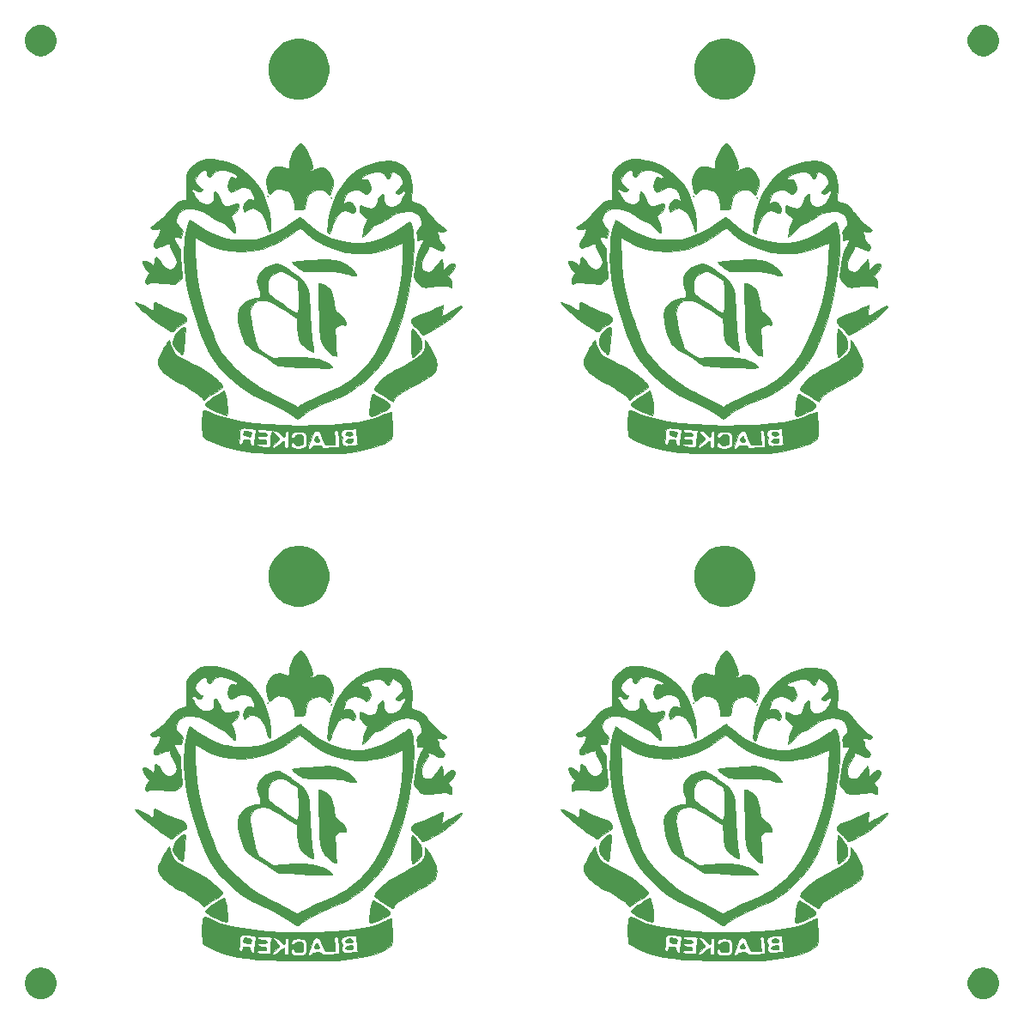
<source format=gbs>
%MOIN*%
%OFA0B0*%
%FSLAX46Y46*%
%IPPOS*%
%LPD*%
%ADD10C,0.00039370078740157485*%
%ADD11C,0.0039370078740157488*%
%ADD22C,0.00039370078740157485*%
%ADD23C,0.0039370078740157488*%
%ADD24C,0.00039370078740157485*%
%ADD25C,0.0039370078740157488*%
%ADD26C,0.00039370078740157485*%
%ADD27C,0.0039370078740157488*%
%ADD28C,0.0039370078740157488*%
%ADD29C,0.0039370078740157488*%
D10*
G36*
X0001234946Y0000942330D02*
G01*
X0001221016Y0000941544D01*
X0001204343Y0000940385D01*
X0001186165Y0000938961D01*
X0001167722Y0000937381D01*
X0001150254Y0000935754D01*
X0001135000Y0000934189D01*
X0001123199Y0000932794D01*
X0001116090Y0000931678D01*
X0001114605Y0000931201D01*
X0001115615Y0000928021D01*
X0001120779Y0000922342D01*
X0001128706Y0000915370D01*
X0001138008Y0000908313D01*
X0001147296Y0000902377D01*
X0001148668Y0000901623D01*
X0001154301Y0000898863D01*
X0001160013Y0000896943D01*
X0001167054Y0000895743D01*
X0001176677Y0000895146D01*
X0001190133Y0000895032D01*
X0001208675Y0000895283D01*
X0001214484Y0000895394D01*
X0001244739Y0000895427D01*
X0001272135Y0000894353D01*
X0001295790Y0000892258D01*
X0001314826Y0000889226D01*
X0001328362Y0000885342D01*
X0001331028Y0000884123D01*
X0001338505Y0000881506D01*
X0001347722Y0000879842D01*
X0001356454Y0000879309D01*
X0001362474Y0000880087D01*
X0001363884Y0000881476D01*
X0001361325Y0000888433D01*
X0001354512Y0000897627D01*
X0001344746Y0000907605D01*
X0001333324Y0000916914D01*
X0001330409Y0000918935D01*
X0001307086Y0000931000D01*
X0001280036Y0000939047D01*
X0001251220Y0000942533D01*
X0001244893Y0000942634D01*
X0001234946Y0000942330D01*
X0001234946Y0000942330D01*
G37*
X0001234946Y0000942330D02*
X0001221016Y0000941544D01*
X0001204343Y0000940385D01*
X0001186165Y0000938961D01*
X0001167722Y0000937381D01*
X0001150254Y0000935754D01*
X0001135000Y0000934189D01*
X0001123199Y0000932794D01*
X0001116090Y0000931678D01*
X0001114605Y0000931201D01*
X0001115615Y0000928021D01*
X0001120779Y0000922342D01*
X0001128706Y0000915370D01*
X0001138008Y0000908313D01*
X0001147296Y0000902377D01*
X0001148668Y0000901623D01*
X0001154301Y0000898863D01*
X0001160013Y0000896943D01*
X0001167054Y0000895743D01*
X0001176677Y0000895146D01*
X0001190133Y0000895032D01*
X0001208675Y0000895283D01*
X0001214484Y0000895394D01*
X0001244739Y0000895427D01*
X0001272135Y0000894353D01*
X0001295790Y0000892258D01*
X0001314826Y0000889226D01*
X0001328362Y0000885342D01*
X0001331028Y0000884123D01*
X0001338505Y0000881506D01*
X0001347722Y0000879842D01*
X0001356454Y0000879309D01*
X0001362474Y0000880087D01*
X0001363884Y0000881476D01*
X0001361325Y0000888433D01*
X0001354512Y0000897627D01*
X0001344746Y0000907605D01*
X0001333324Y0000916914D01*
X0001330409Y0000918935D01*
X0001307086Y0000931000D01*
X0001280036Y0000939047D01*
X0001251220Y0000942533D01*
X0001244893Y0000942634D01*
X0001234946Y0000942330D01*
G36*
X0001218162Y0000849877D02*
G01*
X0001216430Y0000846893D01*
X0001216373Y0000839357D01*
X0001216581Y0000836036D01*
X0001216900Y0000828584D01*
X0001217250Y0000815568D01*
X0001217610Y0000798095D01*
X0001217960Y0000777266D01*
X0001218279Y0000754187D01*
X0001218485Y0000736036D01*
X0001218884Y0000706573D01*
X0001219494Y0000682852D01*
X0001220438Y0000663953D01*
X0001221837Y0000648952D01*
X0001223817Y0000636928D01*
X0001226499Y0000626956D01*
X0001230007Y0000618116D01*
X0001234463Y0000609483D01*
X0001235639Y0000607424D01*
X0001241690Y0000598712D01*
X0001249866Y0000589115D01*
X0001258718Y0000580086D01*
X0001266796Y0000573077D01*
X0001272650Y0000569541D01*
X0001273621Y0000569370D01*
X0001279130Y0000568270D01*
X0001282370Y0000567183D01*
X0001285889Y0000566601D01*
X0001286936Y0000569582D01*
X0001285979Y0000577561D01*
X0001285903Y0000578016D01*
X0001284881Y0000586529D01*
X0001283738Y0000599817D01*
X0001282621Y0000615998D01*
X0001281750Y0000631627D01*
X0001279762Y0000672217D01*
X0001288675Y0000681130D01*
X0001295997Y0000687091D01*
X0001303193Y0000688632D01*
X0001309126Y0000687878D01*
X0001319423Y0000686790D01*
X0001324350Y0000688954D01*
X0001324687Y0000695058D01*
X0001323223Y0000700277D01*
X0001314618Y0000716120D01*
X0001301239Y0000728577D01*
X0001296483Y0000731387D01*
X0001289759Y0000735853D01*
X0001284784Y0000742009D01*
X0001280999Y0000751141D01*
X0001277847Y0000764538D01*
X0001275225Y0000780382D01*
X0001271327Y0000801528D01*
X0001266481Y0000817194D01*
X0001260076Y0000828556D01*
X0001251505Y0000836791D01*
X0001243611Y0000841464D01*
X0001233500Y0000846046D01*
X0001224879Y0000849229D01*
X0001222217Y0000849901D01*
X0001218162Y0000849877D01*
X0001218162Y0000849877D01*
G37*
X0001218162Y0000849877D02*
X0001216430Y0000846893D01*
X0001216373Y0000839357D01*
X0001216581Y0000836036D01*
X0001216900Y0000828584D01*
X0001217250Y0000815568D01*
X0001217610Y0000798095D01*
X0001217960Y0000777266D01*
X0001218279Y0000754187D01*
X0001218485Y0000736036D01*
X0001218884Y0000706573D01*
X0001219494Y0000682852D01*
X0001220438Y0000663953D01*
X0001221837Y0000648952D01*
X0001223817Y0000636928D01*
X0001226499Y0000626956D01*
X0001230007Y0000618116D01*
X0001234463Y0000609483D01*
X0001235639Y0000607424D01*
X0001241690Y0000598712D01*
X0001249866Y0000589115D01*
X0001258718Y0000580086D01*
X0001266796Y0000573077D01*
X0001272650Y0000569541D01*
X0001273621Y0000569370D01*
X0001279130Y0000568270D01*
X0001282370Y0000567183D01*
X0001285889Y0000566601D01*
X0001286936Y0000569582D01*
X0001285979Y0000577561D01*
X0001285903Y0000578016D01*
X0001284881Y0000586529D01*
X0001283738Y0000599817D01*
X0001282621Y0000615998D01*
X0001281750Y0000631627D01*
X0001279762Y0000672217D01*
X0001288675Y0000681130D01*
X0001295997Y0000687091D01*
X0001303193Y0000688632D01*
X0001309126Y0000687878D01*
X0001319423Y0000686790D01*
X0001324350Y0000688954D01*
X0001324687Y0000695058D01*
X0001323223Y0000700277D01*
X0001314618Y0000716120D01*
X0001301239Y0000728577D01*
X0001296483Y0000731387D01*
X0001289759Y0000735853D01*
X0001284784Y0000742009D01*
X0001280999Y0000751141D01*
X0001277847Y0000764538D01*
X0001275225Y0000780382D01*
X0001271327Y0000801528D01*
X0001266481Y0000817194D01*
X0001260076Y0000828556D01*
X0001251505Y0000836791D01*
X0001243611Y0000841464D01*
X0001233500Y0000846046D01*
X0001224879Y0000849229D01*
X0001222217Y0000849901D01*
X0001218162Y0000849877D01*
G36*
X0001054520Y0000924359D02*
G01*
X0001053884Y0000924261D01*
X0001028690Y0000917940D01*
X0001008084Y0000908033D01*
X0000992549Y0000894878D01*
X0000982566Y0000878812D01*
X0000980510Y0000872703D01*
X0000978621Y0000864124D01*
X0000978372Y0000856340D01*
X0000979960Y0000847056D01*
X0000983584Y0000833975D01*
X0000983966Y0000832703D01*
X0000988699Y0000816637D01*
X0000991226Y0000805822D01*
X0000991251Y0000799123D01*
X0000988479Y0000795402D01*
X0000982614Y0000793525D01*
X0000973477Y0000792367D01*
X0000950792Y0000786830D01*
X0000930720Y0000775805D01*
X0000915947Y0000761682D01*
X0000907671Y0000746473D01*
X0000904027Y0000727096D01*
X0000905021Y0000703406D01*
X0000910663Y0000675259D01*
X0000920959Y0000642512D01*
X0000922716Y0000637703D01*
X0000928180Y0000624378D01*
X0000934150Y0000613767D01*
X0000941770Y0000604715D01*
X0000952179Y0000596068D01*
X0000966521Y0000586668D01*
X0000982217Y0000577475D01*
X0000998427Y0000567951D01*
X0001015135Y0000557667D01*
X0001029929Y0000548130D01*
X0001037172Y0000543188D01*
X0001058793Y0000527909D01*
X0001102172Y0000525694D01*
X0001144411Y0000523628D01*
X0001180782Y0000522041D01*
X0001211163Y0000520935D01*
X0001235427Y0000520314D01*
X0001253451Y0000520179D01*
X0001265111Y0000520535D01*
X0001270282Y0000521384D01*
X0001270551Y0000521716D01*
X0001267721Y0000527198D01*
X0001260232Y0000534039D01*
X0001249586Y0000541046D01*
X0001240189Y0000545802D01*
X0001217190Y0000554007D01*
X0001190695Y0000559665D01*
X0001160037Y0000562840D01*
X0001124546Y0000563599D01*
X0001083555Y0000562006D01*
X0001077217Y0000561590D01*
X0001038884Y0000558963D01*
X0001010637Y0000576772D01*
X0000982390Y0000594580D01*
X0000971690Y0000628559D01*
X0000965505Y0000650166D01*
X0000960105Y0000672783D01*
X0000955752Y0000694922D01*
X0000952706Y0000715097D01*
X0000951231Y0000731822D01*
X0000951510Y0000743065D01*
X0000956591Y0000760157D01*
X0000966514Y0000772733D01*
X0000981055Y0000780616D01*
X0000999993Y0000783629D01*
X0001002172Y0000783655D01*
X0001009769Y0000783364D01*
X0001016995Y0000782195D01*
X0001024770Y0000779700D01*
X0001034017Y0000775434D01*
X0001045654Y0000768951D01*
X0001060604Y0000759806D01*
X0001079786Y0000747552D01*
X0001088884Y0000741659D01*
X0001132217Y0000713523D01*
X0001134907Y0000675666D01*
X0001136961Y0000653299D01*
X0001139895Y0000636266D01*
X0001144296Y0000623241D01*
X0001150753Y0000612896D01*
X0001159852Y0000603907D01*
X0001170021Y0000596396D01*
X0001183220Y0000587896D01*
X0001191818Y0000583531D01*
X0001196287Y0000583106D01*
X0001197213Y0000585203D01*
X0001196650Y0000589421D01*
X0001195153Y0000598522D01*
X0001193002Y0000610831D01*
X0001192064Y0000616036D01*
X0001190396Y0000628111D01*
X0001188707Y0000645538D01*
X0001187093Y0000667004D01*
X0001185648Y0000691197D01*
X0001184467Y0000716804D01*
X0001184127Y0000726036D01*
X0001182917Y0000757932D01*
X0001181418Y0000784072D01*
X0001181263Y0000785578D01*
X0001140396Y0000785578D01*
X0001140107Y0000766094D01*
X0001138998Y0000750323D01*
X0001137113Y0000739115D01*
X0001134498Y0000733319D01*
X0001133143Y0000732703D01*
X0001129500Y0000734505D01*
X0001121299Y0000739516D01*
X0001109459Y0000747145D01*
X0001094899Y0000756799D01*
X0001078633Y0000767822D01*
X0001062099Y0000779381D01*
X0001047336Y0000790157D01*
X0001035301Y0000799416D01*
X0001026952Y0000806422D01*
X0001023305Y0000810322D01*
X0001021257Y0000817394D01*
X0001019863Y0000828597D01*
X0001019440Y0000840434D01*
X0001020847Y0000857978D01*
X0001025338Y0000870760D01*
X0001033731Y0000880288D01*
X0001044727Y0000887046D01*
X0001057337Y0000892648D01*
X0001067792Y0000895100D01*
X0001077825Y0000894167D01*
X0001089171Y0000889613D01*
X0001103565Y0000881202D01*
X0001107842Y0000878470D01*
X0001136165Y0000860198D01*
X0001138338Y0000832284D01*
X0001139821Y0000807925D01*
X0001140396Y0000785578D01*
X0001181263Y0000785578D01*
X0001179228Y0000805363D01*
X0001175947Y0000822716D01*
X0001171172Y0000837040D01*
X0001164501Y0000849242D01*
X0001155534Y0000860233D01*
X0001143869Y0000870920D01*
X0001129103Y0000882214D01*
X0001110837Y0000895023D01*
X0001108884Y0000896366D01*
X0001092235Y0000907701D01*
X0001079985Y0000915676D01*
X0001071112Y0000920811D01*
X0001064592Y0000923623D01*
X0001059402Y0000924633D01*
X0001054520Y0000924359D01*
X0001054520Y0000924359D01*
G37*
X0001054520Y0000924359D02*
X0001053884Y0000924261D01*
X0001028690Y0000917940D01*
X0001008084Y0000908033D01*
X0000992549Y0000894878D01*
X0000982566Y0000878812D01*
X0000980510Y0000872703D01*
X0000978621Y0000864124D01*
X0000978372Y0000856340D01*
X0000979960Y0000847056D01*
X0000983584Y0000833975D01*
X0000983966Y0000832703D01*
X0000988699Y0000816637D01*
X0000991226Y0000805822D01*
X0000991251Y0000799123D01*
X0000988479Y0000795402D01*
X0000982614Y0000793525D01*
X0000973477Y0000792367D01*
X0000950792Y0000786830D01*
X0000930720Y0000775805D01*
X0000915947Y0000761682D01*
X0000907671Y0000746473D01*
X0000904027Y0000727096D01*
X0000905021Y0000703406D01*
X0000910663Y0000675259D01*
X0000920959Y0000642512D01*
X0000922716Y0000637703D01*
X0000928180Y0000624378D01*
X0000934150Y0000613767D01*
X0000941770Y0000604715D01*
X0000952179Y0000596068D01*
X0000966521Y0000586668D01*
X0000982217Y0000577475D01*
X0000998427Y0000567951D01*
X0001015135Y0000557667D01*
X0001029929Y0000548130D01*
X0001037172Y0000543188D01*
X0001058793Y0000527909D01*
X0001102172Y0000525694D01*
X0001144411Y0000523628D01*
X0001180782Y0000522041D01*
X0001211163Y0000520935D01*
X0001235427Y0000520314D01*
X0001253451Y0000520179D01*
X0001265111Y0000520535D01*
X0001270282Y0000521384D01*
X0001270551Y0000521716D01*
X0001267721Y0000527198D01*
X0001260232Y0000534039D01*
X0001249586Y0000541046D01*
X0001240189Y0000545802D01*
X0001217190Y0000554007D01*
X0001190695Y0000559665D01*
X0001160037Y0000562840D01*
X0001124546Y0000563599D01*
X0001083555Y0000562006D01*
X0001077217Y0000561590D01*
X0001038884Y0000558963D01*
X0001010637Y0000576772D01*
X0000982390Y0000594580D01*
X0000971690Y0000628559D01*
X0000965505Y0000650166D01*
X0000960105Y0000672783D01*
X0000955752Y0000694922D01*
X0000952706Y0000715097D01*
X0000951231Y0000731822D01*
X0000951510Y0000743065D01*
X0000956591Y0000760157D01*
X0000966514Y0000772733D01*
X0000981055Y0000780616D01*
X0000999993Y0000783629D01*
X0001002172Y0000783655D01*
X0001009769Y0000783364D01*
X0001016995Y0000782195D01*
X0001024770Y0000779700D01*
X0001034017Y0000775434D01*
X0001045654Y0000768951D01*
X0001060604Y0000759806D01*
X0001079786Y0000747552D01*
X0001088884Y0000741659D01*
X0001132217Y0000713523D01*
X0001134907Y0000675666D01*
X0001136961Y0000653299D01*
X0001139895Y0000636266D01*
X0001144296Y0000623241D01*
X0001150753Y0000612896D01*
X0001159852Y0000603907D01*
X0001170021Y0000596396D01*
X0001183220Y0000587896D01*
X0001191818Y0000583531D01*
X0001196287Y0000583106D01*
X0001197213Y0000585203D01*
X0001196650Y0000589421D01*
X0001195153Y0000598522D01*
X0001193002Y0000610831D01*
X0001192064Y0000616036D01*
X0001190396Y0000628111D01*
X0001188707Y0000645538D01*
X0001187093Y0000667004D01*
X0001185648Y0000691197D01*
X0001184467Y0000716804D01*
X0001184127Y0000726036D01*
X0001182917Y0000757932D01*
X0001181418Y0000784072D01*
X0001181263Y0000785578D01*
X0001140396Y0000785578D01*
X0001140107Y0000766094D01*
X0001138998Y0000750323D01*
X0001137113Y0000739115D01*
X0001134498Y0000733319D01*
X0001133143Y0000732703D01*
X0001129500Y0000734505D01*
X0001121299Y0000739516D01*
X0001109459Y0000747145D01*
X0001094899Y0000756799D01*
X0001078633Y0000767822D01*
X0001062099Y0000779381D01*
X0001047336Y0000790157D01*
X0001035301Y0000799416D01*
X0001026952Y0000806422D01*
X0001023305Y0000810322D01*
X0001021257Y0000817394D01*
X0001019863Y0000828597D01*
X0001019440Y0000840434D01*
X0001020847Y0000857978D01*
X0001025338Y0000870760D01*
X0001033731Y0000880288D01*
X0001044727Y0000887046D01*
X0001057337Y0000892648D01*
X0001067792Y0000895100D01*
X0001077825Y0000894167D01*
X0001089171Y0000889613D01*
X0001103565Y0000881202D01*
X0001107842Y0000878470D01*
X0001136165Y0000860198D01*
X0001138338Y0000832284D01*
X0001139821Y0000807925D01*
X0001140396Y0000785578D01*
X0001181263Y0000785578D01*
X0001179228Y0000805363D01*
X0001175947Y0000822716D01*
X0001171172Y0000837040D01*
X0001164501Y0000849242D01*
X0001155534Y0000860233D01*
X0001143869Y0000870920D01*
X0001129103Y0000882214D01*
X0001110837Y0000895023D01*
X0001108884Y0000896366D01*
X0001092235Y0000907701D01*
X0001079985Y0000915676D01*
X0001071112Y0000920811D01*
X0001064592Y0000923623D01*
X0001059402Y0000924633D01*
X0001054520Y0000924359D01*
G36*
X0000927902Y0000274040D02*
G01*
X0000925569Y0000269426D01*
X0000924922Y0000262083D01*
X0000929158Y0000257292D01*
X0000939079Y0000254257D01*
X0000941214Y0000253887D01*
X0000949157Y0000253116D01*
X0000952909Y0000255168D01*
X0000954765Y0000261333D01*
X0000954799Y0000261508D01*
X0000955903Y0000268401D01*
X0000954742Y0000271995D01*
X0000949814Y0000273781D01*
X0000941175Y0000275042D01*
X0000932391Y0000275705D01*
X0000927902Y0000274040D01*
X0000927902Y0000274040D01*
G37*
X0000927902Y0000274040D02*
X0000925569Y0000269426D01*
X0000924922Y0000262083D01*
X0000929158Y0000257292D01*
X0000939079Y0000254257D01*
X0000941214Y0000253887D01*
X0000949157Y0000253116D01*
X0000952909Y0000255168D01*
X0000954765Y0000261333D01*
X0000954799Y0000261508D01*
X0000955903Y0000268401D01*
X0000954742Y0000271995D01*
X0000949814Y0000273781D01*
X0000941175Y0000275042D01*
X0000932391Y0000275705D01*
X0000927902Y0000274040D01*
G36*
X0001327436Y0000271044D02*
G01*
X0001321850Y0000266832D01*
X0001321627Y0000261373D01*
X0001326526Y0000257320D01*
X0001336045Y0000256697D01*
X0001344359Y0000258265D01*
X0001348642Y0000261574D01*
X0001348288Y0000266447D01*
X0001344256Y0000270825D01*
X0001337662Y0000272652D01*
X0001327436Y0000271044D01*
X0001327436Y0000271044D01*
G37*
X0001327436Y0000271044D02*
X0001321850Y0000266832D01*
X0001321627Y0000261373D01*
X0001326526Y0000257320D01*
X0001336045Y0000256697D01*
X0001344359Y0000258265D01*
X0001348642Y0000261574D01*
X0001348288Y0000266447D01*
X0001344256Y0000270825D01*
X0001337662Y0000272652D01*
X0001327436Y0000271044D01*
G36*
X0001329962Y0000244422D02*
G01*
X0001323440Y0000240391D01*
X0001321309Y0000235155D01*
X0001322127Y0000232849D01*
X0001326649Y0000230558D01*
X0001334604Y0000229466D01*
X0001342842Y0000229724D01*
X0001348212Y0000231483D01*
X0001348328Y0000231592D01*
X0001350237Y0000236493D01*
X0001350551Y0000239925D01*
X0001348927Y0000244257D01*
X0001342994Y0000245923D01*
X0001339292Y0000246036D01*
X0001329962Y0000244422D01*
X0001329962Y0000244422D01*
G37*
X0001329962Y0000244422D02*
X0001323440Y0000240391D01*
X0001321309Y0000235155D01*
X0001322127Y0000232849D01*
X0001326649Y0000230558D01*
X0001334604Y0000229466D01*
X0001342842Y0000229724D01*
X0001348212Y0000231483D01*
X0001348328Y0000231592D01*
X0001350237Y0000236493D01*
X0001350551Y0000239925D01*
X0001348927Y0000244257D01*
X0001342994Y0000245923D01*
X0001339292Y0000246036D01*
X0001329962Y0000244422D01*
G36*
X0001208237Y0000254072D02*
G01*
X0001204419Y0000247546D01*
X0001201132Y0000238783D01*
X0001202006Y0000234309D01*
X0001207626Y0000232786D01*
X0001210907Y0000232703D01*
X0001217888Y0000233337D01*
X0001219639Y0000235911D01*
X0001218862Y0000238536D01*
X0001215802Y0000246933D01*
X0001214784Y0000250203D01*
X0001211914Y0000255441D01*
X0001208237Y0000254072D01*
X0001208237Y0000254072D01*
G37*
X0001208237Y0000254072D02*
X0001204419Y0000247546D01*
X0001201132Y0000238783D01*
X0001202006Y0000234309D01*
X0001207626Y0000232786D01*
X0001210907Y0000232703D01*
X0001217888Y0000233337D01*
X0001219639Y0000235911D01*
X0001218862Y0000238536D01*
X0001215802Y0000246933D01*
X0001214784Y0000250203D01*
X0001211914Y0000255441D01*
X0001208237Y0000254072D01*
G36*
X0001017217Y0001187703D02*
G01*
X0001018884Y0001186036D01*
X0001020551Y0001187703D01*
X0001018884Y0001189370D01*
X0001017217Y0001187703D01*
X0001017217Y0001187703D01*
G37*
X0001017217Y0001187703D02*
X0001018884Y0001186036D01*
X0001020551Y0001187703D01*
X0001018884Y0001189370D01*
X0001017217Y0001187703D01*
G36*
X0001263884Y0001181036D02*
G01*
X0001265551Y0001179370D01*
X0001267217Y0001181036D01*
X0001265551Y0001182703D01*
X0001263884Y0001181036D01*
X0001263884Y0001181036D01*
G37*
X0001263884Y0001181036D02*
X0001265551Y0001179370D01*
X0001267217Y0001181036D01*
X0001265551Y0001182703D01*
X0001263884Y0001181036D01*
G36*
X0001140423Y0001387401D02*
G01*
X0001136934Y0001384105D01*
X0001127437Y0001372563D01*
X0001118223Y0001357202D01*
X0001110289Y0001340186D01*
X0001104631Y0001323676D01*
X0001102246Y0001309837D01*
X0001102226Y0001308736D01*
X0001101830Y0001299440D01*
X0001100830Y0001293658D01*
X0001100124Y0001292713D01*
X0001095965Y0001293883D01*
X0001088272Y0001296796D01*
X0001086065Y0001297703D01*
X0001067492Y0001302634D01*
X0001050777Y0001301413D01*
X0001036484Y0001294227D01*
X0001025179Y0001281261D01*
X0001022712Y0001276793D01*
X0001015949Y0001261796D01*
X0001012704Y0001249593D01*
X0001012643Y0001237539D01*
X0001015432Y0001222989D01*
X0001015747Y0001221719D01*
X0001019603Y0001207139D01*
X0001022789Y0001198461D01*
X0001026095Y0001195081D01*
X0001030310Y0001196398D01*
X0001036226Y0001201807D01*
X0001038588Y0001204285D01*
X0001045899Y0001211589D01*
X0001051732Y0001215121D01*
X0001058899Y0001215898D01*
X0001068509Y0001215115D01*
X0001080787Y0001213100D01*
X0001091860Y0001210053D01*
X0001096045Y0001208309D01*
X0001106442Y0001199572D01*
X0001115006Y0001185840D01*
X0001120918Y0001168711D01*
X0001123016Y0001155818D01*
X0001124810Y0001136036D01*
X0001142785Y0001136036D01*
X0001154763Y0001136813D01*
X0001161220Y0001139035D01*
X0001162062Y0001140203D01*
X0001163413Y0001146013D01*
X0001165134Y0001155206D01*
X0001165554Y0001157703D01*
X0001171385Y0001179441D01*
X0001180756Y0001195933D01*
X0001193448Y0001206942D01*
X0001209243Y0001212230D01*
X0001216167Y0001212690D01*
X0001233384Y0001210879D01*
X0001245210Y0001205354D01*
X0001251166Y0001197683D01*
X0001255264Y0001191486D01*
X0001259384Y0001191386D01*
X0001263823Y0001197563D01*
X0001268084Y0001207923D01*
X0001272530Y0001228188D01*
X0001271975Y0001248384D01*
X0001266782Y0001267048D01*
X0001257314Y0001282718D01*
X0001247268Y0001291870D01*
X0001236541Y0001297540D01*
X0001226139Y0001298835D01*
X0001214088Y0001295719D01*
X0001204105Y0001291148D01*
X0001187881Y0001282927D01*
X0001191459Y0001292407D01*
X0001192912Y0001298396D01*
X0001192531Y0001305461D01*
X0001190041Y0001315342D01*
X0001185748Y0001328129D01*
X0001176203Y0001352162D01*
X0001166404Y0001371305D01*
X0001156756Y0001384805D01*
X0001153797Y0001387782D01*
X0001149294Y0001391310D01*
X0001145585Y0001391346D01*
X0001140423Y0001387401D01*
X0001140423Y0001387401D01*
G37*
X0001140423Y0001387401D02*
X0001136934Y0001384105D01*
X0001127437Y0001372563D01*
X0001118223Y0001357202D01*
X0001110289Y0001340186D01*
X0001104631Y0001323676D01*
X0001102246Y0001309837D01*
X0001102226Y0001308736D01*
X0001101830Y0001299440D01*
X0001100830Y0001293658D01*
X0001100124Y0001292713D01*
X0001095965Y0001293883D01*
X0001088272Y0001296796D01*
X0001086065Y0001297703D01*
X0001067492Y0001302634D01*
X0001050777Y0001301413D01*
X0001036484Y0001294227D01*
X0001025179Y0001281261D01*
X0001022712Y0001276793D01*
X0001015949Y0001261796D01*
X0001012704Y0001249593D01*
X0001012643Y0001237539D01*
X0001015432Y0001222989D01*
X0001015747Y0001221719D01*
X0001019603Y0001207139D01*
X0001022789Y0001198461D01*
X0001026095Y0001195081D01*
X0001030310Y0001196398D01*
X0001036226Y0001201807D01*
X0001038588Y0001204285D01*
X0001045899Y0001211589D01*
X0001051732Y0001215121D01*
X0001058899Y0001215898D01*
X0001068509Y0001215115D01*
X0001080787Y0001213100D01*
X0001091860Y0001210053D01*
X0001096045Y0001208309D01*
X0001106442Y0001199572D01*
X0001115006Y0001185840D01*
X0001120918Y0001168711D01*
X0001123016Y0001155818D01*
X0001124810Y0001136036D01*
X0001142785Y0001136036D01*
X0001154763Y0001136813D01*
X0001161220Y0001139035D01*
X0001162062Y0001140203D01*
X0001163413Y0001146013D01*
X0001165134Y0001155206D01*
X0001165554Y0001157703D01*
X0001171385Y0001179441D01*
X0001180756Y0001195933D01*
X0001193448Y0001206942D01*
X0001209243Y0001212230D01*
X0001216167Y0001212690D01*
X0001233384Y0001210879D01*
X0001245210Y0001205354D01*
X0001251166Y0001197683D01*
X0001255264Y0001191486D01*
X0001259384Y0001191386D01*
X0001263823Y0001197563D01*
X0001268084Y0001207923D01*
X0001272530Y0001228188D01*
X0001271975Y0001248384D01*
X0001266782Y0001267048D01*
X0001257314Y0001282718D01*
X0001247268Y0001291870D01*
X0001236541Y0001297540D01*
X0001226139Y0001298835D01*
X0001214088Y0001295719D01*
X0001204105Y0001291148D01*
X0001187881Y0001282927D01*
X0001191459Y0001292407D01*
X0001192912Y0001298396D01*
X0001192531Y0001305461D01*
X0001190041Y0001315342D01*
X0001185748Y0001328129D01*
X0001176203Y0001352162D01*
X0001166404Y0001371305D01*
X0001156756Y0001384805D01*
X0001153797Y0001387782D01*
X0001149294Y0001391310D01*
X0001145585Y0001391346D01*
X0001140423Y0001387401D01*
G36*
X0000780362Y0001331328D02*
G01*
X0000758744Y0001325686D01*
X0000739152Y0001314347D01*
X0000732343Y0001308784D01*
X0000721384Y0001298463D01*
X0000713426Y0001288800D01*
X0000708009Y0001278434D01*
X0000704670Y0001266006D01*
X0000702951Y0001250155D01*
X0000702389Y0001229523D01*
X0000702383Y0001220383D01*
X0000702548Y0001173063D01*
X0000689970Y0001170938D01*
X0000672544Y0001164770D01*
X0000655247Y0001152409D01*
X0000638691Y0001134313D01*
X0000636149Y0001130911D01*
X0000623820Y0001115641D01*
X0000609576Y0001100634D01*
X0000594978Y0001087352D01*
X0000581586Y0001077258D01*
X0000574717Y0001073311D01*
X0000567572Y0001069198D01*
X0000563983Y0001065762D01*
X0000563884Y0001065336D01*
X0000566783Y0001061500D01*
X0000573826Y0001058957D01*
X0000582531Y0001058268D01*
X0000589427Y0001059576D01*
X0000596690Y0001061202D01*
X0000600917Y0001060327D01*
X0000601800Y0001055280D01*
X0000599910Y0001046435D01*
X0000595967Y0001035668D01*
X0000590693Y0001024857D01*
X0000584808Y0001015880D01*
X0000583090Y0001013889D01*
X0000575954Y0001003687D01*
X0000575210Y0000995167D01*
X0000580864Y0000988411D01*
X0000581275Y0000988146D01*
X0000586137Y0000986751D01*
X0000593201Y0000988222D01*
X0000604077Y0000992921D01*
X0000605516Y0000993622D01*
X0000618613Y0000999223D01*
X0000629232Y0001002205D01*
X0000636347Y0001002429D01*
X0000638933Y0000999755D01*
X0000638585Y0000998125D01*
X0000639290Y0000992976D01*
X0000642959Y0000984523D01*
X0000646915Y0000977642D01*
X0000656581Y0000960145D01*
X0000662844Y0000943935D01*
X0000665308Y0000930290D01*
X0000664199Y0000921864D01*
X0000658726Y0000913270D01*
X0000650577Y0000906206D01*
X0000642282Y0000902774D01*
X0000641146Y0000902703D01*
X0000630702Y0000905367D01*
X0000619569Y0000912253D01*
X0000610197Y0000921701D01*
X0000607775Y0000925324D01*
X0000598868Y0000939247D01*
X0000591433Y0000948036D01*
X0000585864Y0000951281D01*
X0000583662Y0000950481D01*
X0000581375Y0000945443D01*
X0000579250Y0000936317D01*
X0000578416Y0000930661D01*
X0000576458Y0000914129D01*
X0000565504Y0000925083D01*
X0000556089Y0000932085D01*
X0000545938Y0000935995D01*
X0000537131Y0000936237D01*
X0000533057Y0000934098D01*
X0000532751Y0000929596D01*
X0000535492Y0000921606D01*
X0000540371Y0000912006D01*
X0000546480Y0000902676D01*
X0000550629Y0000897703D01*
X0000560101Y0000887703D01*
X0000551992Y0000878350D01*
X0000545199Y0000866482D01*
X0000544982Y0000853888D01*
X0000546618Y0000848784D01*
X0000548929Y0000845106D01*
X0000552566Y0000846104D01*
X0000555551Y0000848237D01*
X0000558451Y0000850042D01*
X0000562211Y0000851257D01*
X0000567741Y0000851872D01*
X0000575950Y0000851876D01*
X0000587748Y0000851259D01*
X0000604042Y0000850009D01*
X0000625744Y0000848116D01*
X0000634793Y0000847299D01*
X0000647418Y0000846433D01*
X0000655944Y0000846962D01*
X0000662872Y0000849354D01*
X0000670564Y0000853983D01*
X0000678908Y0000860780D01*
X0000684567Y0000867743D01*
X0000685630Y0000870209D01*
X0000686100Y0000876812D01*
X0000685754Y0000888023D01*
X0000684675Y0000901845D01*
X0000684052Y0000907703D01*
X0000682411Y0000924640D01*
X0000681185Y0000942312D01*
X0000680599Y0000957388D01*
X0000680578Y0000959823D01*
X0000680221Y0000972075D01*
X0000678605Y0000981133D01*
X0000674855Y0000989728D01*
X0000668097Y0001000588D01*
X0000666983Y0001002262D01*
X0000660677Y0001012623D01*
X0000656629Y0001021109D01*
X0000655615Y0001026056D01*
X0000655735Y0001026334D01*
X0000660730Y0001028538D01*
X0000670459Y0001028104D01*
X0000670700Y0001028066D01*
X0000683346Y0001026044D01*
X0000686702Y0001041779D01*
X0000688425Y0001051079D01*
X0000687950Y0001057109D01*
X0000684364Y0001062478D01*
X0000676971Y0001069597D01*
X0000668822Y0001078071D01*
X0000664905Y0001085389D01*
X0000663884Y0001094060D01*
X0000663884Y0001094177D01*
X0000666733Y0001110322D01*
X0000674836Y0001123114D01*
X0000687527Y0001132264D01*
X0000704140Y0001137485D01*
X0000724009Y0001138488D01*
X0000746468Y0001134987D01*
X0000753681Y0001132993D01*
X0000773227Y0001125402D01*
X0000788135Y0001116146D01*
X0000789863Y0001114670D01*
X0000805307Y0001103068D01*
X0000822624Y0001093604D01*
X0000837779Y0001088181D01*
X0000844359Y0001084775D01*
X0000853473Y0001077772D01*
X0000863282Y0001068602D01*
X0000864446Y0001067396D01*
X0000873857Y0001057929D01*
X0000882281Y0001050168D01*
X0000888070Y0001045621D01*
X0000888555Y0001045338D01*
X0000892059Y0001043884D01*
X0000893671Y0001045283D01*
X0000893726Y0001050812D01*
X0000892664Y0001060896D01*
X0000890144Y0001074287D01*
X0000886208Y0001087272D01*
X0000883826Y0001092817D01*
X0000879160Y0001102492D01*
X0000877896Y0001108381D01*
X0000880342Y0001112602D01*
X0000886808Y0001117275D01*
X0000887463Y0001117703D01*
X0000896305Y0001125434D01*
X0000902910Y0001134853D01*
X0000906691Y0001144400D01*
X0000907062Y0001152515D01*
X0000903437Y0001157637D01*
X0000902606Y0001158015D01*
X0000896773Y0001157937D01*
X0000888013Y0001155544D01*
X0000885533Y0001154577D01*
X0000870773Y0001150318D01*
X0000857159Y0001149817D01*
X0000846739Y0001153123D01*
X0000846000Y0001153629D01*
X0000841731Y0001159376D01*
X0000837905Y0001168773D01*
X0000836836Y0001172796D01*
X0000833385Y0001182613D01*
X0000828047Y0001192145D01*
X0000822006Y0001199815D01*
X0000816447Y0001204045D01*
X0000813374Y0001204054D01*
X0000811713Y0001199967D01*
X0000810698Y0001191570D01*
X0000810551Y0001186421D01*
X0000808409Y0001171734D01*
X0000801827Y0001161980D01*
X0000790572Y0001156921D01*
X0000780850Y0001156036D01*
X0000765067Y0001158345D01*
X0000752389Y0001165709D01*
X0000741858Y0001178786D01*
X0000738284Y0001185264D01*
X0000733039Y0001195062D01*
X0000728677Y0001202208D01*
X0000726569Y0001204770D01*
X0000723987Y0001208910D01*
X0000727260Y0001213081D01*
X0000729402Y0001214107D01*
X0000736119Y0001213425D01*
X0000742703Y0001208914D01*
X0000749126Y0001204084D01*
X0000754896Y0001203882D01*
X0000758851Y0001205415D01*
X0000764827Y0001209412D01*
X0000767332Y0001213482D01*
X0000765507Y0001215894D01*
X0000764121Y0001216036D01*
X0000760073Y0001218153D01*
X0000753245Y0001223540D01*
X0000749121Y0001227263D01*
X0000739875Y0001238338D01*
X0000736764Y0001248915D01*
X0000739843Y0001259813D01*
X0000749164Y0001271850D01*
X0000752276Y0001274941D01*
X0000764176Y0001284881D01*
X0000773092Y0001288961D01*
X0000779168Y0001287204D01*
X0000782432Y0001280203D01*
X0000784376Y0001271910D01*
X0000785724Y0001266870D01*
X0000789575Y0001263157D01*
X0000795608Y0001263274D01*
X0000800878Y0001266791D01*
X0000802190Y0001269283D01*
X0000808698Y0001279377D01*
X0000820064Y0001286311D01*
X0000834920Y0001289307D01*
X0000837543Y0001289370D01*
X0000853577Y0001287402D01*
X0000871719Y0001282151D01*
X0000888950Y0001274591D01*
X0000895859Y0001270528D01*
X0000901369Y0001266207D01*
X0000901660Y0001262815D01*
X0000899473Y0001260196D01*
X0000893958Y0001257154D01*
X0000887825Y0001259044D01*
X0000881560Y0001261964D01*
X0000877500Y0001261445D01*
X0000873444Y0001256576D01*
X0000870514Y0001251870D01*
X0000865418Y0001239437D01*
X0000863933Y0001226275D01*
X0000866055Y0001214621D01*
X0000870564Y0001207691D01*
X0000873761Y0001204826D01*
X0000876538Y0001203468D01*
X0000880277Y0001203972D01*
X0000886359Y0001206693D01*
X0000896165Y0001211987D01*
X0000903884Y0001216254D01*
X0000917143Y0001221652D01*
X0000929675Y0001221870D01*
X0000942065Y0001217981D01*
X0000953634Y0001210661D01*
X0000961529Y0001199356D01*
X0000966529Y0001182925D01*
X0000966751Y0001181769D01*
X0000968341Y0001172547D01*
X0000968217Y0001168690D01*
X0000965923Y0001169015D01*
X0000962688Y0001171166D01*
X0000952932Y0001175543D01*
X0000943640Y0001173972D01*
X0000933628Y0001166293D01*
X0000925671Y0001154533D01*
X0000924201Y0001141959D01*
X0000927502Y0001132170D01*
X0000931121Y0001125410D01*
X0000938336Y0001132142D01*
X0000950779Y0001139964D01*
X0000964001Y0001141451D01*
X0000977358Y0001136784D01*
X0000990204Y0001126141D01*
X0000998400Y0001115458D01*
X0001003980Y0001106200D01*
X0001008738Y0001096359D01*
X0001013288Y0001084362D01*
X0001018243Y0001068633D01*
X0001022646Y0001053259D01*
X0001026129Y0001050081D01*
X0001028052Y0001050271D01*
X0001030244Y0001054322D01*
X0001031222Y0001063689D01*
X0001031030Y0001077141D01*
X0001029711Y0001093446D01*
X0001027309Y0001111373D01*
X0001025565Y0001121353D01*
X0001014721Y0001162818D01*
X0000998852Y0001200588D01*
X0000978320Y0001234319D01*
X0000953488Y0001263662D01*
X0000924720Y0001288272D01*
X0000892378Y0001307803D01*
X0000856825Y0001321908D01*
X0000818424Y0001330240D01*
X0000805240Y0001331659D01*
X0000780362Y0001331328D01*
X0000780362Y0001331328D01*
G37*
X0000780362Y0001331328D02*
X0000758744Y0001325686D01*
X0000739152Y0001314347D01*
X0000732343Y0001308784D01*
X0000721384Y0001298463D01*
X0000713426Y0001288800D01*
X0000708009Y0001278434D01*
X0000704670Y0001266006D01*
X0000702951Y0001250155D01*
X0000702389Y0001229523D01*
X0000702383Y0001220383D01*
X0000702548Y0001173063D01*
X0000689970Y0001170938D01*
X0000672544Y0001164770D01*
X0000655247Y0001152409D01*
X0000638691Y0001134313D01*
X0000636149Y0001130911D01*
X0000623820Y0001115641D01*
X0000609576Y0001100634D01*
X0000594978Y0001087352D01*
X0000581586Y0001077258D01*
X0000574717Y0001073311D01*
X0000567572Y0001069198D01*
X0000563983Y0001065762D01*
X0000563884Y0001065336D01*
X0000566783Y0001061500D01*
X0000573826Y0001058957D01*
X0000582531Y0001058268D01*
X0000589427Y0001059576D01*
X0000596690Y0001061202D01*
X0000600917Y0001060327D01*
X0000601800Y0001055280D01*
X0000599910Y0001046435D01*
X0000595967Y0001035668D01*
X0000590693Y0001024857D01*
X0000584808Y0001015880D01*
X0000583090Y0001013889D01*
X0000575954Y0001003687D01*
X0000575210Y0000995167D01*
X0000580864Y0000988411D01*
X0000581275Y0000988146D01*
X0000586137Y0000986751D01*
X0000593201Y0000988222D01*
X0000604077Y0000992921D01*
X0000605516Y0000993622D01*
X0000618613Y0000999223D01*
X0000629232Y0001002205D01*
X0000636347Y0001002429D01*
X0000638933Y0000999755D01*
X0000638585Y0000998125D01*
X0000639290Y0000992976D01*
X0000642959Y0000984523D01*
X0000646915Y0000977642D01*
X0000656581Y0000960145D01*
X0000662844Y0000943935D01*
X0000665308Y0000930290D01*
X0000664199Y0000921864D01*
X0000658726Y0000913270D01*
X0000650577Y0000906206D01*
X0000642282Y0000902774D01*
X0000641146Y0000902703D01*
X0000630702Y0000905367D01*
X0000619569Y0000912253D01*
X0000610197Y0000921701D01*
X0000607775Y0000925324D01*
X0000598868Y0000939247D01*
X0000591433Y0000948036D01*
X0000585864Y0000951281D01*
X0000583662Y0000950481D01*
X0000581375Y0000945443D01*
X0000579250Y0000936317D01*
X0000578416Y0000930661D01*
X0000576458Y0000914129D01*
X0000565504Y0000925083D01*
X0000556089Y0000932085D01*
X0000545938Y0000935995D01*
X0000537131Y0000936237D01*
X0000533057Y0000934098D01*
X0000532751Y0000929596D01*
X0000535492Y0000921606D01*
X0000540371Y0000912006D01*
X0000546480Y0000902676D01*
X0000550629Y0000897703D01*
X0000560101Y0000887703D01*
X0000551992Y0000878350D01*
X0000545199Y0000866482D01*
X0000544982Y0000853888D01*
X0000546618Y0000848784D01*
X0000548929Y0000845106D01*
X0000552566Y0000846104D01*
X0000555551Y0000848237D01*
X0000558451Y0000850042D01*
X0000562211Y0000851257D01*
X0000567741Y0000851872D01*
X0000575950Y0000851876D01*
X0000587748Y0000851259D01*
X0000604042Y0000850009D01*
X0000625744Y0000848116D01*
X0000634793Y0000847299D01*
X0000647418Y0000846433D01*
X0000655944Y0000846962D01*
X0000662872Y0000849354D01*
X0000670564Y0000853983D01*
X0000678908Y0000860780D01*
X0000684567Y0000867743D01*
X0000685630Y0000870209D01*
X0000686100Y0000876812D01*
X0000685754Y0000888023D01*
X0000684675Y0000901845D01*
X0000684052Y0000907703D01*
X0000682411Y0000924640D01*
X0000681185Y0000942312D01*
X0000680599Y0000957388D01*
X0000680578Y0000959823D01*
X0000680221Y0000972075D01*
X0000678605Y0000981133D01*
X0000674855Y0000989728D01*
X0000668097Y0001000588D01*
X0000666983Y0001002262D01*
X0000660677Y0001012623D01*
X0000656629Y0001021109D01*
X0000655615Y0001026056D01*
X0000655735Y0001026334D01*
X0000660730Y0001028538D01*
X0000670459Y0001028104D01*
X0000670700Y0001028066D01*
X0000683346Y0001026044D01*
X0000686702Y0001041779D01*
X0000688425Y0001051079D01*
X0000687950Y0001057109D01*
X0000684364Y0001062478D01*
X0000676971Y0001069597D01*
X0000668822Y0001078071D01*
X0000664905Y0001085389D01*
X0000663884Y0001094060D01*
X0000663884Y0001094177D01*
X0000666733Y0001110322D01*
X0000674836Y0001123114D01*
X0000687527Y0001132264D01*
X0000704140Y0001137485D01*
X0000724009Y0001138488D01*
X0000746468Y0001134987D01*
X0000753681Y0001132993D01*
X0000773227Y0001125402D01*
X0000788135Y0001116146D01*
X0000789863Y0001114670D01*
X0000805307Y0001103068D01*
X0000822624Y0001093604D01*
X0000837779Y0001088181D01*
X0000844359Y0001084775D01*
X0000853473Y0001077772D01*
X0000863282Y0001068602D01*
X0000864446Y0001067396D01*
X0000873857Y0001057929D01*
X0000882281Y0001050168D01*
X0000888070Y0001045621D01*
X0000888555Y0001045338D01*
X0000892059Y0001043884D01*
X0000893671Y0001045283D01*
X0000893726Y0001050812D01*
X0000892664Y0001060896D01*
X0000890144Y0001074287D01*
X0000886208Y0001087272D01*
X0000883826Y0001092817D01*
X0000879160Y0001102492D01*
X0000877896Y0001108381D01*
X0000880342Y0001112602D01*
X0000886808Y0001117275D01*
X0000887463Y0001117703D01*
X0000896305Y0001125434D01*
X0000902910Y0001134853D01*
X0000906691Y0001144400D01*
X0000907062Y0001152515D01*
X0000903437Y0001157637D01*
X0000902606Y0001158015D01*
X0000896773Y0001157937D01*
X0000888013Y0001155544D01*
X0000885533Y0001154577D01*
X0000870773Y0001150318D01*
X0000857159Y0001149817D01*
X0000846739Y0001153123D01*
X0000846000Y0001153629D01*
X0000841731Y0001159376D01*
X0000837905Y0001168773D01*
X0000836836Y0001172796D01*
X0000833385Y0001182613D01*
X0000828047Y0001192145D01*
X0000822006Y0001199815D01*
X0000816447Y0001204045D01*
X0000813374Y0001204054D01*
X0000811713Y0001199967D01*
X0000810698Y0001191570D01*
X0000810551Y0001186421D01*
X0000808409Y0001171734D01*
X0000801827Y0001161980D01*
X0000790572Y0001156921D01*
X0000780850Y0001156036D01*
X0000765067Y0001158345D01*
X0000752389Y0001165709D01*
X0000741858Y0001178786D01*
X0000738284Y0001185264D01*
X0000733039Y0001195062D01*
X0000728677Y0001202208D01*
X0000726569Y0001204770D01*
X0000723987Y0001208910D01*
X0000727260Y0001213081D01*
X0000729402Y0001214107D01*
X0000736119Y0001213425D01*
X0000742703Y0001208914D01*
X0000749126Y0001204084D01*
X0000754896Y0001203882D01*
X0000758851Y0001205415D01*
X0000764827Y0001209412D01*
X0000767332Y0001213482D01*
X0000765507Y0001215894D01*
X0000764121Y0001216036D01*
X0000760073Y0001218153D01*
X0000753245Y0001223540D01*
X0000749121Y0001227263D01*
X0000739875Y0001238338D01*
X0000736764Y0001248915D01*
X0000739843Y0001259813D01*
X0000749164Y0001271850D01*
X0000752276Y0001274941D01*
X0000764176Y0001284881D01*
X0000773092Y0001288961D01*
X0000779168Y0001287204D01*
X0000782432Y0001280203D01*
X0000784376Y0001271910D01*
X0000785724Y0001266870D01*
X0000789575Y0001263157D01*
X0000795608Y0001263274D01*
X0000800878Y0001266791D01*
X0000802190Y0001269283D01*
X0000808698Y0001279377D01*
X0000820064Y0001286311D01*
X0000834920Y0001289307D01*
X0000837543Y0001289370D01*
X0000853577Y0001287402D01*
X0000871719Y0001282151D01*
X0000888950Y0001274591D01*
X0000895859Y0001270528D01*
X0000901369Y0001266207D01*
X0000901660Y0001262815D01*
X0000899473Y0001260196D01*
X0000893958Y0001257154D01*
X0000887825Y0001259044D01*
X0000881560Y0001261964D01*
X0000877500Y0001261445D01*
X0000873444Y0001256576D01*
X0000870514Y0001251870D01*
X0000865418Y0001239437D01*
X0000863933Y0001226275D01*
X0000866055Y0001214621D01*
X0000870564Y0001207691D01*
X0000873761Y0001204826D01*
X0000876538Y0001203468D01*
X0000880277Y0001203972D01*
X0000886359Y0001206693D01*
X0000896165Y0001211987D01*
X0000903884Y0001216254D01*
X0000917143Y0001221652D01*
X0000929675Y0001221870D01*
X0000942065Y0001217981D01*
X0000953634Y0001210661D01*
X0000961529Y0001199356D01*
X0000966529Y0001182925D01*
X0000966751Y0001181769D01*
X0000968341Y0001172547D01*
X0000968217Y0001168690D01*
X0000965923Y0001169015D01*
X0000962688Y0001171166D01*
X0000952932Y0001175543D01*
X0000943640Y0001173972D01*
X0000933628Y0001166293D01*
X0000925671Y0001154533D01*
X0000924201Y0001141959D01*
X0000927502Y0001132170D01*
X0000931121Y0001125410D01*
X0000938336Y0001132142D01*
X0000950779Y0001139964D01*
X0000964001Y0001141451D01*
X0000977358Y0001136784D01*
X0000990204Y0001126141D01*
X0000998400Y0001115458D01*
X0001003980Y0001106200D01*
X0001008738Y0001096359D01*
X0001013288Y0001084362D01*
X0001018243Y0001068633D01*
X0001022646Y0001053259D01*
X0001026129Y0001050081D01*
X0001028052Y0001050271D01*
X0001030244Y0001054322D01*
X0001031222Y0001063689D01*
X0001031030Y0001077141D01*
X0001029711Y0001093446D01*
X0001027309Y0001111373D01*
X0001025565Y0001121353D01*
X0001014721Y0001162818D01*
X0000998852Y0001200588D01*
X0000978320Y0001234319D01*
X0000953488Y0001263662D01*
X0000924720Y0001288272D01*
X0000892378Y0001307803D01*
X0000856825Y0001321908D01*
X0000818424Y0001330240D01*
X0000805240Y0001331659D01*
X0000780362Y0001331328D01*
G36*
X0001460158Y0001323769D02*
G01*
X0001438584Y0001319372D01*
X0001400936Y0001306661D01*
X0001367221Y0001288623D01*
X0001337541Y0001265387D01*
X0001311999Y0001237081D01*
X0001290697Y0001203836D01*
X0001273737Y0001165779D01*
X0001261223Y0001123041D01*
X0001254801Y0001087878D01*
X0001252535Y0001070660D01*
X0001251422Y0001058811D01*
X0001251434Y0001051138D01*
X0001252539Y0001046450D01*
X0001253706Y0001044585D01*
X0001258286Y0001040952D01*
X0001261691Y0001043049D01*
X0001264282Y0001051258D01*
X0001265249Y0001056851D01*
X0001270221Y0001075527D01*
X0001279012Y0001095162D01*
X0001290155Y0001112658D01*
X0001293700Y0001116984D01*
X0001306217Y0001127703D01*
X0001319254Y0001131806D01*
X0001333034Y0001129337D01*
X0001339501Y0001126114D01*
X0001347395Y0001121747D01*
X0001351796Y0001120750D01*
X0001354855Y0001122943D01*
X0001356221Y0001124723D01*
X0001360028Y0001132771D01*
X0001359119Y0001141491D01*
X0001353975Y0001151780D01*
X0001345735Y0001160775D01*
X0001335732Y0001165227D01*
X0001325864Y0001164426D01*
X0001323426Y0001163191D01*
X0001317141Y0001159938D01*
X0001314502Y0001161160D01*
X0001314755Y0001167664D01*
X0001315465Y0001171754D01*
X0001321090Y0001189979D01*
X0001330280Y0001202673D01*
X0001343383Y0001210144D01*
X0001360743Y0001212699D01*
X0001361593Y0001212703D01*
X0001373681Y0001211294D01*
X0001384197Y0001206173D01*
X0001388954Y0001202647D01*
X0001396941Y0001196750D01*
X0001402110Y0001194729D01*
X0001406595Y0001195992D01*
X0001408569Y0001197214D01*
X0001416572Y0001206180D01*
X0001419080Y0001218430D01*
X0001416004Y0001233348D01*
X0001414355Y0001237414D01*
X0001409968Y0001246589D01*
X0001406125Y0001251065D01*
X0001400855Y0001252315D01*
X0001394835Y0001252028D01*
X0001385574Y0001252378D01*
X0001382215Y0001255067D01*
X0001384601Y0001259660D01*
X0001392569Y0001265725D01*
X0001401740Y0001270791D01*
X0001422096Y0001278905D01*
X0001440639Y0001282300D01*
X0001456589Y0001281043D01*
X0001469168Y0001275202D01*
X0001477598Y0001264845D01*
X0001477904Y0001264193D01*
X0001483141Y0001257145D01*
X0001488865Y0001256349D01*
X0001494121Y0001261550D01*
X0001497217Y0001269370D01*
X0001500403Y0001277659D01*
X0001504048Y0001282327D01*
X0001505179Y0001282703D01*
X0001511043Y0001280602D01*
X0001519574Y0001275320D01*
X0001528723Y0001268390D01*
X0001536442Y0001261345D01*
X0001540377Y0001256360D01*
X0001544038Y0001245073D01*
X0001542074Y0001234331D01*
X0001534178Y0001223104D01*
X0001528867Y0001217856D01*
X0001520536Y0001209639D01*
X0001516903Y0001204287D01*
X0001517299Y0001200715D01*
X0001517867Y0001200053D01*
X0001525404Y0001196284D01*
X0001534119Y0001198994D01*
X0001539405Y0001203192D01*
X0001545646Y0001207817D01*
X0001550263Y0001207489D01*
X0001551702Y0001206464D01*
X0001553686Y0001203534D01*
X0001553278Y0001198888D01*
X0001550106Y0001191136D01*
X0001544854Y0001180868D01*
X0001535780Y0001165696D01*
X0001526901Y0001155791D01*
X0001516739Y0001149971D01*
X0001503814Y0001147049D01*
X0001502423Y0001146883D01*
X0001492232Y0001146435D01*
X0001485333Y0001148622D01*
X0001479137Y0001153813D01*
X0001473607Y0001160847D01*
X0001471073Y0001169160D01*
X0001470551Y0001179218D01*
X0001469925Y0001188995D01*
X0001468300Y0001195002D01*
X0001467066Y0001196036D01*
X0001460651Y0001193143D01*
X0001453904Y0001185761D01*
X0001448234Y0001175836D01*
X0001445119Y0001165756D01*
X0001440533Y0001151444D01*
X0001432291Y0001142683D01*
X0001420475Y0001139506D01*
X0001405167Y0001141944D01*
X0001394353Y0001146109D01*
X0001385598Y0001149970D01*
X0001379737Y0001152343D01*
X0001378520Y0001152703D01*
X0001377719Y0001149734D01*
X0001377260Y0001142282D01*
X0001377217Y0001138769D01*
X0001377888Y0001130052D01*
X0001380732Y0001123182D01*
X0001387001Y0001115781D01*
X0001391669Y0001111269D01*
X0001406121Y0001097703D01*
X0001398640Y0001081036D01*
X0001393622Y0001067229D01*
X0001389744Y0001051969D01*
X0001388807Y0001046371D01*
X0001386455Y0001028372D01*
X0001396538Y0001035552D01*
X0001404178Y0001042059D01*
X0001413559Y0001051497D01*
X0001420563Y0001059384D01*
X0001428289Y0001067952D01*
X0001434766Y0001073963D01*
X0001438361Y0001076039D01*
X0001444830Y0001077704D01*
X0001454838Y0001081985D01*
X0001466362Y0001087819D01*
X0001477383Y0001094145D01*
X0001485878Y0001099900D01*
X0001488884Y0001102594D01*
X0001502278Y0001113424D01*
X0001519913Y0001121738D01*
X0001539878Y0001127156D01*
X0001560266Y0001129298D01*
X0001579166Y0001127784D01*
X0001592791Y0001123261D01*
X0001605405Y0001113899D01*
X0001613584Y0001101799D01*
X0001616989Y0001088414D01*
X0001615281Y0001075197D01*
X0001608122Y0001063602D01*
X0001606966Y0001062468D01*
X0001601144Y0001056536D01*
X0001598394Y0001051249D01*
X0001598004Y0001044087D01*
X0001599026Y0001034387D01*
X0001601338Y0001015882D01*
X0001612229Y0001017925D01*
X0001620421Y0001018410D01*
X0001625140Y0001016685D01*
X0001625234Y0001016549D01*
X0001624593Y0001012258D01*
X0001620920Y0001004185D01*
X0001614991Y0000994017D01*
X0001614498Y0000993249D01*
X0001609380Y0000984947D01*
X0001605512Y0000977293D01*
X0001602468Y0000968842D01*
X0001599816Y0000958147D01*
X0001597129Y0000943762D01*
X0001593977Y0000924242D01*
X0001593921Y0000923879D01*
X0001586192Y0000874388D01*
X0001594413Y0000859663D01*
X0001601906Y0000849231D01*
X0001610904Y0000840683D01*
X0001614092Y0000838589D01*
X0001619314Y0000836045D01*
X0001624887Y0000834417D01*
X0001631923Y0000833710D01*
X0001641531Y0000833931D01*
X0001654821Y0000835086D01*
X0001672902Y0000837180D01*
X0001687217Y0000838979D01*
X0001702632Y0000840197D01*
X0001714005Y0000839129D01*
X0001720124Y0000837223D01*
X0001727824Y0000834252D01*
X0001732333Y0000832748D01*
X0001732624Y0000832703D01*
X0001733399Y0000835672D01*
X0001733843Y0000843126D01*
X0001733884Y0000846655D01*
X0001731901Y0000859848D01*
X0001726615Y0000868344D01*
X0001719346Y0000876081D01*
X0001727901Y0000885225D01*
X0001735967Y0000895394D01*
X0001742248Y0000906157D01*
X0001745795Y0000915608D01*
X0001745896Y0000921337D01*
X0001741227Y0000925890D01*
X0001733454Y0000925784D01*
X0001723872Y0000921368D01*
X0001713779Y0000912991D01*
X0001713368Y0000912563D01*
X0001700551Y0000899089D01*
X0001700505Y0000913396D01*
X0001699825Y0000926174D01*
X0001698094Y0000936219D01*
X0001695647Y0000941949D01*
X0001694302Y0000942703D01*
X0001691563Y0000940138D01*
X0001686196Y0000933329D01*
X0001679232Y0000923606D01*
X0001677282Y0000920756D01*
X0001667855Y0000907554D01*
X0001660366Y0000899180D01*
X0001653547Y0000894619D01*
X0001646127Y0000892855D01*
X0001642217Y0000892703D01*
X0001629542Y0000895240D01*
X0001620958Y0000902336D01*
X0001616556Y0000913212D01*
X0001616430Y0000927095D01*
X0001620670Y0000943206D01*
X0001629368Y0000960772D01*
X0001633429Y0000967041D01*
X0001640370Y0000977790D01*
X0001643352Y0000984575D01*
X0001642685Y0000988552D01*
X0001639717Y0000990495D01*
X0001639631Y0000991685D01*
X0001644875Y0000992399D01*
X0001646044Y0000992440D01*
X0001655274Y0000990924D01*
X0001666412Y0000986790D01*
X0001671044Y0000984410D01*
X0001685043Y0000977858D01*
X0001695273Y0000976507D01*
X0001702129Y0000980349D01*
X0001704219Y0000983773D01*
X0001705714Y0000989073D01*
X0001704066Y0000994082D01*
X0001698422Y0001000789D01*
X0001695814Y0001003440D01*
X0001686622Y0001015144D01*
X0001683884Y0001024607D01*
X0001682185Y0001033504D01*
X0001679053Y0001039183D01*
X0001675587Y0001045634D01*
X0001677745Y0001049911D01*
X0001684623Y0001051211D01*
X0001691239Y0001050065D01*
X0001701577Y0001048773D01*
X0001709699Y0001050540D01*
X0001713732Y0001054865D01*
X0001713884Y0001056116D01*
X0001711208Y0001059530D01*
X0001704622Y0001063959D01*
X0001703148Y0001064750D01*
X0001692441Y0001071881D01*
X0001679402Y0001082931D01*
X0001665565Y0001096392D01*
X0001652470Y0001110756D01*
X0001641653Y0001124515D01*
X0001640395Y0001126325D01*
X0001629426Y0001140701D01*
X0001618380Y0001150605D01*
X0001604880Y0001157827D01*
X0001592601Y0001162274D01*
X0001575551Y0001167769D01*
X0001577217Y0001181069D01*
X0001577929Y0001190440D01*
X0001578406Y0001204094D01*
X0001578578Y0001219652D01*
X0001578543Y0001226036D01*
X0001577599Y0001246790D01*
X0001574827Y0001262906D01*
X0001569552Y0001276314D01*
X0001561100Y0001288941D01*
X0001553434Y0001297805D01*
X0001535454Y0001312634D01*
X0001513952Y0001321897D01*
X0001488872Y0001325606D01*
X0001460158Y0001323769D01*
X0001460158Y0001323769D01*
G37*
X0001460158Y0001323769D02*
X0001438584Y0001319372D01*
X0001400936Y0001306661D01*
X0001367221Y0001288623D01*
X0001337541Y0001265387D01*
X0001311999Y0001237081D01*
X0001290697Y0001203836D01*
X0001273737Y0001165779D01*
X0001261223Y0001123041D01*
X0001254801Y0001087878D01*
X0001252535Y0001070660D01*
X0001251422Y0001058811D01*
X0001251434Y0001051138D01*
X0001252539Y0001046450D01*
X0001253706Y0001044585D01*
X0001258286Y0001040952D01*
X0001261691Y0001043049D01*
X0001264282Y0001051258D01*
X0001265249Y0001056851D01*
X0001270221Y0001075527D01*
X0001279012Y0001095162D01*
X0001290155Y0001112658D01*
X0001293700Y0001116984D01*
X0001306217Y0001127703D01*
X0001319254Y0001131806D01*
X0001333034Y0001129337D01*
X0001339501Y0001126114D01*
X0001347395Y0001121747D01*
X0001351796Y0001120750D01*
X0001354855Y0001122943D01*
X0001356221Y0001124723D01*
X0001360028Y0001132771D01*
X0001359119Y0001141491D01*
X0001353975Y0001151780D01*
X0001345735Y0001160775D01*
X0001335732Y0001165227D01*
X0001325864Y0001164426D01*
X0001323426Y0001163191D01*
X0001317141Y0001159938D01*
X0001314502Y0001161160D01*
X0001314755Y0001167664D01*
X0001315465Y0001171754D01*
X0001321090Y0001189979D01*
X0001330280Y0001202673D01*
X0001343383Y0001210144D01*
X0001360743Y0001212699D01*
X0001361593Y0001212703D01*
X0001373681Y0001211294D01*
X0001384197Y0001206173D01*
X0001388954Y0001202647D01*
X0001396941Y0001196750D01*
X0001402110Y0001194729D01*
X0001406595Y0001195992D01*
X0001408569Y0001197214D01*
X0001416572Y0001206180D01*
X0001419080Y0001218430D01*
X0001416004Y0001233348D01*
X0001414355Y0001237414D01*
X0001409968Y0001246589D01*
X0001406125Y0001251065D01*
X0001400855Y0001252315D01*
X0001394835Y0001252028D01*
X0001385574Y0001252378D01*
X0001382215Y0001255067D01*
X0001384601Y0001259660D01*
X0001392569Y0001265725D01*
X0001401740Y0001270791D01*
X0001422096Y0001278905D01*
X0001440639Y0001282300D01*
X0001456589Y0001281043D01*
X0001469168Y0001275202D01*
X0001477598Y0001264845D01*
X0001477904Y0001264193D01*
X0001483141Y0001257145D01*
X0001488865Y0001256349D01*
X0001494121Y0001261550D01*
X0001497217Y0001269370D01*
X0001500403Y0001277659D01*
X0001504048Y0001282327D01*
X0001505179Y0001282703D01*
X0001511043Y0001280602D01*
X0001519574Y0001275320D01*
X0001528723Y0001268390D01*
X0001536442Y0001261345D01*
X0001540377Y0001256360D01*
X0001544038Y0001245073D01*
X0001542074Y0001234331D01*
X0001534178Y0001223104D01*
X0001528867Y0001217856D01*
X0001520536Y0001209639D01*
X0001516903Y0001204287D01*
X0001517299Y0001200715D01*
X0001517867Y0001200053D01*
X0001525404Y0001196284D01*
X0001534119Y0001198994D01*
X0001539405Y0001203192D01*
X0001545646Y0001207817D01*
X0001550263Y0001207489D01*
X0001551702Y0001206464D01*
X0001553686Y0001203534D01*
X0001553278Y0001198888D01*
X0001550106Y0001191136D01*
X0001544854Y0001180868D01*
X0001535780Y0001165696D01*
X0001526901Y0001155791D01*
X0001516739Y0001149971D01*
X0001503814Y0001147049D01*
X0001502423Y0001146883D01*
X0001492232Y0001146435D01*
X0001485333Y0001148622D01*
X0001479137Y0001153813D01*
X0001473607Y0001160847D01*
X0001471073Y0001169160D01*
X0001470551Y0001179218D01*
X0001469925Y0001188995D01*
X0001468300Y0001195002D01*
X0001467066Y0001196036D01*
X0001460651Y0001193143D01*
X0001453904Y0001185761D01*
X0001448234Y0001175836D01*
X0001445119Y0001165756D01*
X0001440533Y0001151444D01*
X0001432291Y0001142683D01*
X0001420475Y0001139506D01*
X0001405167Y0001141944D01*
X0001394353Y0001146109D01*
X0001385598Y0001149970D01*
X0001379737Y0001152343D01*
X0001378520Y0001152703D01*
X0001377719Y0001149734D01*
X0001377260Y0001142282D01*
X0001377217Y0001138769D01*
X0001377888Y0001130052D01*
X0001380732Y0001123182D01*
X0001387001Y0001115781D01*
X0001391669Y0001111269D01*
X0001406121Y0001097703D01*
X0001398640Y0001081036D01*
X0001393622Y0001067229D01*
X0001389744Y0001051969D01*
X0001388807Y0001046371D01*
X0001386455Y0001028372D01*
X0001396538Y0001035552D01*
X0001404178Y0001042059D01*
X0001413559Y0001051497D01*
X0001420563Y0001059384D01*
X0001428289Y0001067952D01*
X0001434766Y0001073963D01*
X0001438361Y0001076039D01*
X0001444830Y0001077704D01*
X0001454838Y0001081985D01*
X0001466362Y0001087819D01*
X0001477383Y0001094145D01*
X0001485878Y0001099900D01*
X0001488884Y0001102594D01*
X0001502278Y0001113424D01*
X0001519913Y0001121738D01*
X0001539878Y0001127156D01*
X0001560266Y0001129298D01*
X0001579166Y0001127784D01*
X0001592791Y0001123261D01*
X0001605405Y0001113899D01*
X0001613584Y0001101799D01*
X0001616989Y0001088414D01*
X0001615281Y0001075197D01*
X0001608122Y0001063602D01*
X0001606966Y0001062468D01*
X0001601144Y0001056536D01*
X0001598394Y0001051249D01*
X0001598004Y0001044087D01*
X0001599026Y0001034387D01*
X0001601338Y0001015882D01*
X0001612229Y0001017925D01*
X0001620421Y0001018410D01*
X0001625140Y0001016685D01*
X0001625234Y0001016549D01*
X0001624593Y0001012258D01*
X0001620920Y0001004185D01*
X0001614991Y0000994017D01*
X0001614498Y0000993249D01*
X0001609380Y0000984947D01*
X0001605512Y0000977293D01*
X0001602468Y0000968842D01*
X0001599816Y0000958147D01*
X0001597129Y0000943762D01*
X0001593977Y0000924242D01*
X0001593921Y0000923879D01*
X0001586192Y0000874388D01*
X0001594413Y0000859663D01*
X0001601906Y0000849231D01*
X0001610904Y0000840683D01*
X0001614092Y0000838589D01*
X0001619314Y0000836045D01*
X0001624887Y0000834417D01*
X0001631923Y0000833710D01*
X0001641531Y0000833931D01*
X0001654821Y0000835086D01*
X0001672902Y0000837180D01*
X0001687217Y0000838979D01*
X0001702632Y0000840197D01*
X0001714005Y0000839129D01*
X0001720124Y0000837223D01*
X0001727824Y0000834252D01*
X0001732333Y0000832748D01*
X0001732624Y0000832703D01*
X0001733399Y0000835672D01*
X0001733843Y0000843126D01*
X0001733884Y0000846655D01*
X0001731901Y0000859848D01*
X0001726615Y0000868344D01*
X0001719346Y0000876081D01*
X0001727901Y0000885225D01*
X0001735967Y0000895394D01*
X0001742248Y0000906157D01*
X0001745795Y0000915608D01*
X0001745896Y0000921337D01*
X0001741227Y0000925890D01*
X0001733454Y0000925784D01*
X0001723872Y0000921368D01*
X0001713779Y0000912991D01*
X0001713368Y0000912563D01*
X0001700551Y0000899089D01*
X0001700505Y0000913396D01*
X0001699825Y0000926174D01*
X0001698094Y0000936219D01*
X0001695647Y0000941949D01*
X0001694302Y0000942703D01*
X0001691563Y0000940138D01*
X0001686196Y0000933329D01*
X0001679232Y0000923606D01*
X0001677282Y0000920756D01*
X0001667855Y0000907554D01*
X0001660366Y0000899180D01*
X0001653547Y0000894619D01*
X0001646127Y0000892855D01*
X0001642217Y0000892703D01*
X0001629542Y0000895240D01*
X0001620958Y0000902336D01*
X0001616556Y0000913212D01*
X0001616430Y0000927095D01*
X0001620670Y0000943206D01*
X0001629368Y0000960772D01*
X0001633429Y0000967041D01*
X0001640370Y0000977790D01*
X0001643352Y0000984575D01*
X0001642685Y0000988552D01*
X0001639717Y0000990495D01*
X0001639631Y0000991685D01*
X0001644875Y0000992399D01*
X0001646044Y0000992440D01*
X0001655274Y0000990924D01*
X0001666412Y0000986790D01*
X0001671044Y0000984410D01*
X0001685043Y0000977858D01*
X0001695273Y0000976507D01*
X0001702129Y0000980349D01*
X0001704219Y0000983773D01*
X0001705714Y0000989073D01*
X0001704066Y0000994082D01*
X0001698422Y0001000789D01*
X0001695814Y0001003440D01*
X0001686622Y0001015144D01*
X0001683884Y0001024607D01*
X0001682185Y0001033504D01*
X0001679053Y0001039183D01*
X0001675587Y0001045634D01*
X0001677745Y0001049911D01*
X0001684623Y0001051211D01*
X0001691239Y0001050065D01*
X0001701577Y0001048773D01*
X0001709699Y0001050540D01*
X0001713732Y0001054865D01*
X0001713884Y0001056116D01*
X0001711208Y0001059530D01*
X0001704622Y0001063959D01*
X0001703148Y0001064750D01*
X0001692441Y0001071881D01*
X0001679402Y0001082931D01*
X0001665565Y0001096392D01*
X0001652470Y0001110756D01*
X0001641653Y0001124515D01*
X0001640395Y0001126325D01*
X0001629426Y0001140701D01*
X0001618380Y0001150605D01*
X0001604880Y0001157827D01*
X0001592601Y0001162274D01*
X0001575551Y0001167769D01*
X0001577217Y0001181069D01*
X0001577929Y0001190440D01*
X0001578406Y0001204094D01*
X0001578578Y0001219652D01*
X0001578543Y0001226036D01*
X0001577599Y0001246790D01*
X0001574827Y0001262906D01*
X0001569552Y0001276314D01*
X0001561100Y0001288941D01*
X0001553434Y0001297805D01*
X0001535454Y0001312634D01*
X0001513952Y0001321897D01*
X0001488872Y0001325606D01*
X0001460158Y0001323769D01*
G36*
X0000579031Y0000776739D02*
G01*
X0000577970Y0000772611D01*
X0000577317Y0000764164D01*
X0000577217Y0000758814D01*
X0000576547Y0000749141D01*
X0000574795Y0000743478D01*
X0000573651Y0000742703D01*
X0000569055Y0000744470D01*
X0000561191Y0000748992D01*
X0000555697Y0000752602D01*
X0000545670Y0000758735D01*
X0000534052Y0000764716D01*
X0000522479Y0000769850D01*
X0000512588Y0000773442D01*
X0000506015Y0000774794D01*
X0000504460Y0000774390D01*
X0000505442Y0000770963D01*
X0000510871Y0000764223D01*
X0000519908Y0000754918D01*
X0000531713Y0000743798D01*
X0000545447Y0000731610D01*
X0000560269Y0000719103D01*
X0000575340Y0000707024D01*
X0000589820Y0000696121D01*
X0000601069Y0000688317D01*
X0000615532Y0000678883D01*
X0000628257Y0000670747D01*
X0000638087Y0000664639D01*
X0000643863Y0000661287D01*
X0000644612Y0000660935D01*
X0000650102Y0000661810D01*
X0000655324Y0000665786D01*
X0000661205Y0000671095D01*
X0000670555Y0000678328D01*
X0000680114Y0000685070D01*
X0000691691Y0000693069D01*
X0000698737Y0000698754D01*
X0000702364Y0000703354D01*
X0000703685Y0000708100D01*
X0000703833Y0000711288D01*
X0000701323Y0000719278D01*
X0000693391Y0000726662D01*
X0000679616Y0000733723D01*
X0000660551Y0000740445D01*
X0000643199Y0000746674D01*
X0000624214Y0000754859D01*
X0000607514Y0000763300D01*
X0000606531Y0000763857D01*
X0000594934Y0000770194D01*
X0000585619Y0000774724D01*
X0000579991Y0000776791D01*
X0000579031Y0000776739D01*
X0000579031Y0000776739D01*
G37*
X0000579031Y0000776739D02*
X0000577970Y0000772611D01*
X0000577317Y0000764164D01*
X0000577217Y0000758814D01*
X0000576547Y0000749141D01*
X0000574795Y0000743478D01*
X0000573651Y0000742703D01*
X0000569055Y0000744470D01*
X0000561191Y0000748992D01*
X0000555697Y0000752602D01*
X0000545670Y0000758735D01*
X0000534052Y0000764716D01*
X0000522479Y0000769850D01*
X0000512588Y0000773442D01*
X0000506015Y0000774794D01*
X0000504460Y0000774390D01*
X0000505442Y0000770963D01*
X0000510871Y0000764223D01*
X0000519908Y0000754918D01*
X0000531713Y0000743798D01*
X0000545447Y0000731610D01*
X0000560269Y0000719103D01*
X0000575340Y0000707024D01*
X0000589820Y0000696121D01*
X0000601069Y0000688317D01*
X0000615532Y0000678883D01*
X0000628257Y0000670747D01*
X0000638087Y0000664639D01*
X0000643863Y0000661287D01*
X0000644612Y0000660935D01*
X0000650102Y0000661810D01*
X0000655324Y0000665786D01*
X0000661205Y0000671095D01*
X0000670555Y0000678328D01*
X0000680114Y0000685070D01*
X0000691691Y0000693069D01*
X0000698737Y0000698754D01*
X0000702364Y0000703354D01*
X0000703685Y0000708100D01*
X0000703833Y0000711288D01*
X0000701323Y0000719278D01*
X0000693391Y0000726662D01*
X0000679616Y0000733723D01*
X0000660551Y0000740445D01*
X0000643199Y0000746674D01*
X0000624214Y0000754859D01*
X0000607514Y0000763300D01*
X0000606531Y0000763857D01*
X0000594934Y0000770194D01*
X0000585619Y0000774724D01*
X0000579991Y0000776791D01*
X0000579031Y0000776739D01*
G36*
X0001696454Y0000763715D02*
G01*
X0001688473Y0000760421D01*
X0001677391Y0000755123D01*
X0001670211Y0000751434D01*
X0001653142Y0000743205D01*
X0001633582Y0000734897D01*
X0001615322Y0000728106D01*
X0001612584Y0000727205D01*
X0001594238Y0000720485D01*
X0001582171Y0000713975D01*
X0001576014Y0000707367D01*
X0001575399Y0000700351D01*
X0001576769Y0000697093D01*
X0001580719Y0000691906D01*
X0001588053Y0000683792D01*
X0001597289Y0000674379D01*
X0001598672Y0000673029D01*
X0001607473Y0000664143D01*
X0001614013Y0000656890D01*
X0001617114Y0000652595D01*
X0001617217Y0000652195D01*
X0001618475Y0000649896D01*
X0001622723Y0000650085D01*
X0001630677Y0000653013D01*
X0001643052Y0000658932D01*
X0001656697Y0000666031D01*
X0001672904Y0000675060D01*
X0001689845Y0000685193D01*
X0001704774Y0000694763D01*
X0001710030Y0000698389D01*
X0001720893Y0000706727D01*
X0001732968Y0000716930D01*
X0001745177Y0000727967D01*
X0001756447Y0000738807D01*
X0001765701Y0000748418D01*
X0001771866Y0000755769D01*
X0001773884Y0000759638D01*
X0001771198Y0000760795D01*
X0001763236Y0000758138D01*
X0001750143Y0000751731D01*
X0001732065Y0000741642D01*
X0001723884Y0000736836D01*
X0001711847Y0000729794D01*
X0001702190Y0000724350D01*
X0001696169Y0000721201D01*
X0001694801Y0000720714D01*
X0001694971Y0000724085D01*
X0001696156Y0000732172D01*
X0001697884Y0000742036D01*
X0001699620Y0000753015D01*
X0001700333Y0000761141D01*
X0001699961Y0000764404D01*
X0001696454Y0000763715D01*
X0001696454Y0000763715D01*
G37*
X0001696454Y0000763715D02*
X0001688473Y0000760421D01*
X0001677391Y0000755123D01*
X0001670211Y0000751434D01*
X0001653142Y0000743205D01*
X0001633582Y0000734897D01*
X0001615322Y0000728106D01*
X0001612584Y0000727205D01*
X0001594238Y0000720485D01*
X0001582171Y0000713975D01*
X0001576014Y0000707367D01*
X0001575399Y0000700351D01*
X0001576769Y0000697093D01*
X0001580719Y0000691906D01*
X0001588053Y0000683792D01*
X0001597289Y0000674379D01*
X0001598672Y0000673029D01*
X0001607473Y0000664143D01*
X0001614013Y0000656890D01*
X0001617114Y0000652595D01*
X0001617217Y0000652195D01*
X0001618475Y0000649896D01*
X0001622723Y0000650085D01*
X0001630677Y0000653013D01*
X0001643052Y0000658932D01*
X0001656697Y0000666031D01*
X0001672904Y0000675060D01*
X0001689845Y0000685193D01*
X0001704774Y0000694763D01*
X0001710030Y0000698389D01*
X0001720893Y0000706727D01*
X0001732968Y0000716930D01*
X0001745177Y0000727967D01*
X0001756447Y0000738807D01*
X0001765701Y0000748418D01*
X0001771866Y0000755769D01*
X0001773884Y0000759638D01*
X0001771198Y0000760795D01*
X0001763236Y0000758138D01*
X0001750143Y0000751731D01*
X0001732065Y0000741642D01*
X0001723884Y0000736836D01*
X0001711847Y0000729794D01*
X0001702190Y0000724350D01*
X0001696169Y0000721201D01*
X0001694801Y0000720714D01*
X0001694971Y0000724085D01*
X0001696156Y0000732172D01*
X0001697884Y0000742036D01*
X0001699620Y0000753015D01*
X0001700333Y0000761141D01*
X0001699961Y0000764404D01*
X0001696454Y0000763715D01*
G36*
X0000686028Y0000674026D02*
G01*
X0000674532Y0000664319D01*
X0000674301Y0000664111D01*
X0000660158Y0000648284D01*
X0000652572Y0000632295D01*
X0000651556Y0000616402D01*
X0000657122Y0000600863D01*
X0000669281Y0000585937D01*
X0000670584Y0000584736D01*
X0000678559Y0000578003D01*
X0000684734Y0000573636D01*
X0000686934Y0000572703D01*
X0000689316Y0000575640D01*
X0000691432Y0000582925D01*
X0000691821Y0000585203D01*
X0000693063Y0000595147D01*
X0000694452Y0000608620D01*
X0000695547Y0000621036D01*
X0000696825Y0000636197D01*
X0000698230Y0000651705D01*
X0000699223Y0000661870D01*
X0000699718Y0000672658D01*
X0000698059Y0000678246D01*
X0000693683Y0000678685D01*
X0000686028Y0000674026D01*
X0000686028Y0000674026D01*
G37*
X0000686028Y0000674026D02*
X0000674532Y0000664319D01*
X0000674301Y0000664111D01*
X0000660158Y0000648284D01*
X0000652572Y0000632295D01*
X0000651556Y0000616402D01*
X0000657122Y0000600863D01*
X0000669281Y0000585937D01*
X0000670584Y0000584736D01*
X0000678559Y0000578003D01*
X0000684734Y0000573636D01*
X0000686934Y0000572703D01*
X0000689316Y0000575640D01*
X0000691432Y0000582925D01*
X0000691821Y0000585203D01*
X0000693063Y0000595147D01*
X0000694452Y0000608620D01*
X0000695547Y0000621036D01*
X0000696825Y0000636197D01*
X0000698230Y0000651705D01*
X0000699223Y0000661870D01*
X0000699718Y0000672658D01*
X0000698059Y0000678246D01*
X0000693683Y0000678685D01*
X0000686028Y0000674026D01*
G36*
X0001579183Y0000669553D02*
G01*
X0001578341Y0000660835D01*
X0001577695Y0000647648D01*
X0001577306Y0000631091D01*
X0001577217Y0000617703D01*
X0001577308Y0000595548D01*
X0001577800Y0000579533D01*
X0001579022Y0000569132D01*
X0001581303Y0000563819D01*
X0001584973Y0000563067D01*
X0001590361Y0000566352D01*
X0001597796Y0000573146D01*
X0001602305Y0000577615D01*
X0001610274Y0000586666D01*
X0001615879Y0000595078D01*
X0001617720Y0000600115D01*
X0001616935Y0000620219D01*
X0001611916Y0000636614D01*
X0001611711Y0000637015D01*
X0001606825Y0000644729D01*
X0001599861Y0000653751D01*
X0001592239Y0000662474D01*
X0001585378Y0000669293D01*
X0001580697Y0000672603D01*
X0001580163Y0000672703D01*
X0001579183Y0000669553D01*
X0001579183Y0000669553D01*
G37*
X0001579183Y0000669553D02*
X0001578341Y0000660835D01*
X0001577695Y0000647648D01*
X0001577306Y0000631091D01*
X0001577217Y0000617703D01*
X0001577308Y0000595548D01*
X0001577800Y0000579533D01*
X0001579022Y0000569132D01*
X0001581303Y0000563819D01*
X0001584973Y0000563067D01*
X0001590361Y0000566352D01*
X0001597796Y0000573146D01*
X0001602305Y0000577615D01*
X0001610274Y0000586666D01*
X0001615879Y0000595078D01*
X0001617720Y0000600115D01*
X0001616935Y0000620219D01*
X0001611916Y0000636614D01*
X0001611711Y0000637015D01*
X0001606825Y0000644729D01*
X0001599861Y0000653751D01*
X0001592239Y0000662474D01*
X0001585378Y0000669293D01*
X0001580697Y0000672603D01*
X0001580163Y0000672703D01*
X0001579183Y0000669553D01*
G36*
X0000630778Y0000621852D02*
G01*
X0000625212Y0000613391D01*
X0000617993Y0000600863D01*
X0000610179Y0000586290D01*
X0000602829Y0000571695D01*
X0000597000Y0000559100D01*
X0000594168Y0000551897D01*
X0000592422Y0000539342D01*
X0000595931Y0000526828D01*
X0000605068Y0000513466D01*
X0000614337Y0000503775D01*
X0000622353Y0000496934D01*
X0000633271Y0000488705D01*
X0000645677Y0000480022D01*
X0000658159Y0000471820D01*
X0000669302Y0000465034D01*
X0000677692Y0000460598D01*
X0000681487Y0000459370D01*
X0000686895Y0000457517D01*
X0000696271Y0000452555D01*
X0000708252Y0000445378D01*
X0000721476Y0000436878D01*
X0000734579Y0000427949D01*
X0000746198Y0000419485D01*
X0000754971Y0000412380D01*
X0000758558Y0000408847D01*
X0000766027Y0000400516D01*
X0000770646Y0000396792D01*
X0000773627Y0000396994D01*
X0000775520Y0000399319D01*
X0000779201Y0000402459D01*
X0000787139Y0000407833D01*
X0000797779Y0000414403D01*
X0000800451Y0000415978D01*
X0000816907Y0000426145D01*
X0000830152Y0000435440D01*
X0000839350Y0000443210D01*
X0000843665Y0000448802D01*
X0000843884Y0000449865D01*
X0000841738Y0000453699D01*
X0000836071Y0000460839D01*
X0000828041Y0000469845D01*
X0000826760Y0000471208D01*
X0000807752Y0000488403D01*
X0000782922Y0000506152D01*
X0000753033Y0000523957D01*
X0000720857Y0000540371D01*
X0000705190Y0000548059D01*
X0000690261Y0000555827D01*
X0000677985Y0000562656D01*
X0000671462Y0000566688D01*
X0000656891Y0000580095D01*
X0000645479Y0000597447D01*
X0000638889Y0000616192D01*
X0000638765Y0000616852D01*
X0000636482Y0000629334D01*
X0000630778Y0000621852D01*
X0000630778Y0000621852D01*
G37*
X0000630778Y0000621852D02*
X0000625212Y0000613391D01*
X0000617993Y0000600863D01*
X0000610179Y0000586290D01*
X0000602829Y0000571695D01*
X0000597000Y0000559100D01*
X0000594168Y0000551897D01*
X0000592422Y0000539342D01*
X0000595931Y0000526828D01*
X0000605068Y0000513466D01*
X0000614337Y0000503775D01*
X0000622353Y0000496934D01*
X0000633271Y0000488705D01*
X0000645677Y0000480022D01*
X0000658159Y0000471820D01*
X0000669302Y0000465034D01*
X0000677692Y0000460598D01*
X0000681487Y0000459370D01*
X0000686895Y0000457517D01*
X0000696271Y0000452555D01*
X0000708252Y0000445378D01*
X0000721476Y0000436878D01*
X0000734579Y0000427949D01*
X0000746198Y0000419485D01*
X0000754971Y0000412380D01*
X0000758558Y0000408847D01*
X0000766027Y0000400516D01*
X0000770646Y0000396792D01*
X0000773627Y0000396994D01*
X0000775520Y0000399319D01*
X0000779201Y0000402459D01*
X0000787139Y0000407833D01*
X0000797779Y0000414403D01*
X0000800451Y0000415978D01*
X0000816907Y0000426145D01*
X0000830152Y0000435440D01*
X0000839350Y0000443210D01*
X0000843665Y0000448802D01*
X0000843884Y0000449865D01*
X0000841738Y0000453699D01*
X0000836071Y0000460839D01*
X0000828041Y0000469845D01*
X0000826760Y0000471208D01*
X0000807752Y0000488403D01*
X0000782922Y0000506152D01*
X0000753033Y0000523957D01*
X0000720857Y0000540371D01*
X0000705190Y0000548059D01*
X0000690261Y0000555827D01*
X0000677985Y0000562656D01*
X0000671462Y0000566688D01*
X0000656891Y0000580095D01*
X0000645479Y0000597447D01*
X0000638889Y0000616192D01*
X0000638765Y0000616852D01*
X0000636482Y0000629334D01*
X0000630778Y0000621852D01*
G36*
X0001630567Y0000611704D02*
G01*
X0001629630Y0000599469D01*
X0001626425Y0000588610D01*
X0001620325Y0000578500D01*
X0001610701Y0000568514D01*
X0001596926Y0000558024D01*
X0001578371Y0000546407D01*
X0001554408Y0000533034D01*
X0001548401Y0000529823D01*
X0001530867Y0000520356D01*
X0001513949Y0000510959D01*
X0001499206Y0000502515D01*
X0001488197Y0000495908D01*
X0001485193Y0000493981D01*
X0001473338Y0000485150D01*
X0001461277Y0000474554D01*
X0001450162Y0000463410D01*
X0001441146Y0000452936D01*
X0001435381Y0000444350D01*
X0001433884Y0000439774D01*
X0001436818Y0000433685D01*
X0001445796Y0000426202D01*
X0001452275Y0000422075D01*
X0001465672Y0000413911D01*
X0001479991Y0000405004D01*
X0001487566Y0000400203D01*
X0001496590Y0000394482D01*
X0001502974Y0000390556D01*
X0001505123Y0000389370D01*
X0001507063Y0000391908D01*
X0001510945Y0000398118D01*
X0001511542Y0000399124D01*
X0001517635Y0000407342D01*
X0001526607Y0000415711D01*
X0001539265Y0000424807D01*
X0001556418Y0000435204D01*
X0001578873Y0000447478D01*
X0001581051Y0000448626D01*
X0001607470Y0000462674D01*
X0001628493Y0000474355D01*
X0001644722Y0000484207D01*
X0001656760Y0000492772D01*
X0001665209Y0000500590D01*
X0001670672Y0000508200D01*
X0001673752Y0000516144D01*
X0001675049Y0000524962D01*
X0001675209Y0000533070D01*
X0001674503Y0000544400D01*
X0001672269Y0000554697D01*
X0001667826Y0000566227D01*
X0001660942Y0000580373D01*
X0001653671Y0000593912D01*
X0001646415Y0000606326D01*
X0001640398Y0000615551D01*
X0001638765Y0000617703D01*
X0001630584Y0000627703D01*
X0001630567Y0000611704D01*
X0001630567Y0000611704D01*
G37*
X0001630567Y0000611704D02*
X0001629630Y0000599469D01*
X0001626425Y0000588610D01*
X0001620325Y0000578500D01*
X0001610701Y0000568514D01*
X0001596926Y0000558024D01*
X0001578371Y0000546407D01*
X0001554408Y0000533034D01*
X0001548401Y0000529823D01*
X0001530867Y0000520356D01*
X0001513949Y0000510959D01*
X0001499206Y0000502515D01*
X0001488197Y0000495908D01*
X0001485193Y0000493981D01*
X0001473338Y0000485150D01*
X0001461277Y0000474554D01*
X0001450162Y0000463410D01*
X0001441146Y0000452936D01*
X0001435381Y0000444350D01*
X0001433884Y0000439774D01*
X0001436818Y0000433685D01*
X0001445796Y0000426202D01*
X0001452275Y0000422075D01*
X0001465672Y0000413911D01*
X0001479991Y0000405004D01*
X0001487566Y0000400203D01*
X0001496590Y0000394482D01*
X0001502974Y0000390556D01*
X0001505123Y0000389370D01*
X0001507063Y0000391908D01*
X0001510945Y0000398118D01*
X0001511542Y0000399124D01*
X0001517635Y0000407342D01*
X0001526607Y0000415711D01*
X0001539265Y0000424807D01*
X0001556418Y0000435204D01*
X0001578873Y0000447478D01*
X0001581051Y0000448626D01*
X0001607470Y0000462674D01*
X0001628493Y0000474355D01*
X0001644722Y0000484207D01*
X0001656760Y0000492772D01*
X0001665209Y0000500590D01*
X0001670672Y0000508200D01*
X0001673752Y0000516144D01*
X0001675049Y0000524962D01*
X0001675209Y0000533070D01*
X0001674503Y0000544400D01*
X0001672269Y0000554697D01*
X0001667826Y0000566227D01*
X0001660942Y0000580373D01*
X0001653671Y0000593912D01*
X0001646415Y0000606326D01*
X0001640398Y0000615551D01*
X0001638765Y0000617703D01*
X0001630584Y0000627703D01*
X0001630567Y0000611704D01*
G36*
X0000830050Y0000419855D02*
G01*
X0000811634Y0000408444D01*
X0000798165Y0000399851D01*
X0000788862Y0000393486D01*
X0000782944Y0000388759D01*
X0000779627Y0000385080D01*
X0000778132Y0000381859D01*
X0000777852Y0000380460D01*
X0000780215Y0000373844D01*
X0000788814Y0000366347D01*
X0000803310Y0000358177D01*
X0000823363Y0000349544D01*
X0000834540Y0000345412D01*
X0000860473Y0000336235D01*
X0000862709Y0000345142D01*
X0000863396Y0000353332D01*
X0000862966Y0000366011D01*
X0000861654Y0000381140D01*
X0000859690Y0000396680D01*
X0000857307Y0000410592D01*
X0000854737Y0000420834D01*
X0000853830Y0000423189D01*
X0000849797Y0000432008D01*
X0000830050Y0000419855D01*
X0000830050Y0000419855D01*
G37*
X0000830050Y0000419855D02*
X0000811634Y0000408444D01*
X0000798165Y0000399851D01*
X0000788862Y0000393486D01*
X0000782944Y0000388759D01*
X0000779627Y0000385080D01*
X0000778132Y0000381859D01*
X0000777852Y0000380460D01*
X0000780215Y0000373844D01*
X0000788814Y0000366347D01*
X0000803310Y0000358177D01*
X0000823363Y0000349544D01*
X0000834540Y0000345412D01*
X0000860473Y0000336235D01*
X0000862709Y0000345142D01*
X0000863396Y0000353332D01*
X0000862966Y0000366011D01*
X0000861654Y0000381140D01*
X0000859690Y0000396680D01*
X0000857307Y0000410592D01*
X0000854737Y0000420834D01*
X0000853830Y0000423189D01*
X0000849797Y0000432008D01*
X0000830050Y0000419855D01*
G36*
X0001425614Y0000417927D02*
G01*
X0001422652Y0000409969D01*
X0001419760Y0000397862D01*
X0001417225Y0000382855D01*
X0001415331Y0000366198D01*
X0001414988Y0000361870D01*
X0001414009Y0000347067D01*
X0001414290Y0000338035D01*
X0001416764Y0000333887D01*
X0001422367Y0000333734D01*
X0001432033Y0000336689D01*
X0001438923Y0000339140D01*
X0001454777Y0000345387D01*
X0001470095Y0000352460D01*
X0001482925Y0000359391D01*
X0001491167Y0000365078D01*
X0001494764Y0000370780D01*
X0001493148Y0000377393D01*
X0001486029Y0000385271D01*
X0001473117Y0000394766D01*
X0001460336Y0000402646D01*
X0001447786Y0000409928D01*
X0001437371Y0000415810D01*
X0001430429Y0000419547D01*
X0001428363Y0000420486D01*
X0001425614Y0000417927D01*
X0001425614Y0000417927D01*
G37*
X0001425614Y0000417927D02*
X0001422652Y0000409969D01*
X0001419760Y0000397862D01*
X0001417225Y0000382855D01*
X0001415331Y0000366198D01*
X0001414988Y0000361870D01*
X0001414009Y0000347067D01*
X0001414290Y0000338035D01*
X0001416764Y0000333887D01*
X0001422367Y0000333734D01*
X0001432033Y0000336689D01*
X0001438923Y0000339140D01*
X0001454777Y0000345387D01*
X0001470095Y0000352460D01*
X0001482925Y0000359391D01*
X0001491167Y0000365078D01*
X0001494764Y0000370780D01*
X0001493148Y0000377393D01*
X0001486029Y0000385271D01*
X0001473117Y0000394766D01*
X0001460336Y0000402646D01*
X0001447786Y0000409928D01*
X0001437371Y0000415810D01*
X0001430429Y0000419547D01*
X0001428363Y0000420486D01*
X0001425614Y0000417927D01*
G36*
X0001142252Y0001104203D02*
G01*
X0001134570Y0001099227D01*
X0001123861Y0001091897D01*
X0001112820Y0001084086D01*
X0001080315Y0001063008D01*
X0001046143Y0001044903D01*
X0001012389Y0001030818D01*
X0000995551Y0001025387D01*
X0000971765Y0001020476D01*
X0000943991Y0001017758D01*
X0000914524Y0001017234D01*
X0000885657Y0001018902D01*
X0000859686Y0001022764D01*
X0000848884Y0001025407D01*
X0000812334Y0001038499D01*
X0000775782Y0001056489D01*
X0000742708Y0001077457D01*
X0000716862Y0001096000D01*
X0000711580Y0001083518D01*
X0000706015Y0001069080D01*
X0000701866Y0001054801D01*
X0000698885Y0001039188D01*
X0000696824Y0001020746D01*
X0000695435Y0000997980D01*
X0000694855Y0000982703D01*
X0000694678Y0000945284D01*
X0000696714Y0000908100D01*
X0000701142Y0000870155D01*
X0000708137Y0000830453D01*
X0000717877Y0000787997D01*
X0000730540Y0000741792D01*
X0000746302Y0000690842D01*
X0000747321Y0000687703D01*
X0000760316Y0000649831D01*
X0000773080Y0000617384D01*
X0000786273Y0000589178D01*
X0000800553Y0000564030D01*
X0000816578Y0000540759D01*
X0000835007Y0000518180D01*
X0000851927Y0000499817D01*
X0000885579Y0000467828D01*
X0000920831Y0000440523D01*
X0000959254Y0000416832D01*
X0001002421Y0000395684D01*
X0001008884Y0000392886D01*
X0001038634Y0000379419D01*
X0001066239Y0000365431D01*
X0001090442Y0000351612D01*
X0001109984Y0000338655D01*
X0001116112Y0000333951D01*
X0001124725Y0000327632D01*
X0001131759Y0000323614D01*
X0001134445Y0000322838D01*
X0001139485Y0000324970D01*
X0001147042Y0000330193D01*
X0001150551Y0000333078D01*
X0001166587Y0000345246D01*
X0001187019Y0000357648D01*
X0001212445Y0000370599D01*
X0001243460Y0000384412D01*
X0001263959Y0000392828D01*
X0001295241Y0000406016D01*
X0001321839Y0000418899D01*
X0001345585Y0000432577D01*
X0001368312Y0000448152D01*
X0001391853Y0000466723D01*
X0001403652Y0000476742D01*
X0001431065Y0000503137D01*
X0001455948Y0000532904D01*
X0001478479Y0000566450D01*
X0001498835Y0000604178D01*
X0001517194Y0000646495D01*
X0001533734Y0000693804D01*
X0001548633Y0000746512D01*
X0001562068Y0000805022D01*
X0001573007Y0000862703D01*
X0001577309Y0000887995D01*
X0001580499Y0000908439D01*
X0001582743Y0000925731D01*
X0001584202Y0000941568D01*
X0001585039Y0000957647D01*
X0001585418Y0000975662D01*
X0001585501Y0000992703D01*
X0001585439Y0001006536D01*
X0001544865Y0001006536D01*
X0001542922Y0000948786D01*
X0001538549Y0000885877D01*
X0001529558Y0000825446D01*
X0001515615Y0000766011D01*
X0001496387Y0000706087D01*
X0001477357Y0000657702D01*
X0001457302Y0000614420D01*
X0001435949Y0000576747D01*
X0001412613Y0000543653D01*
X0001386609Y0000514109D01*
X0001373316Y0000501198D01*
X0001356728Y0000486571D01*
X0001340148Y0000473666D01*
X0001322425Y0000461795D01*
X0001302404Y0000450270D01*
X0001278934Y0000438404D01*
X0001250861Y0000425507D01*
X0001234536Y0000418371D01*
X0001213677Y0000409227D01*
X0001193927Y0000400311D01*
X0001176454Y0000392170D01*
X0001162426Y0000385351D01*
X0001153010Y0000380401D01*
X0001151203Y0000379326D01*
X0001142379Y0000373916D01*
X0001136112Y0000370319D01*
X0001134186Y0000369433D01*
X0001130940Y0000370918D01*
X0001122879Y0000375056D01*
X0001111039Y0000381304D01*
X0001096455Y0000389118D01*
X0001087520Y0000393950D01*
X0001069399Y0000403690D01*
X0001051060Y0000413389D01*
X0001034339Y0000422085D01*
X0001021075Y0000428815D01*
X0001018077Y0000430292D01*
X0000984554Y0000448763D01*
X0000951235Y0000471116D01*
X0000919191Y0000496382D01*
X0000889492Y0000523594D01*
X0000863206Y0000551787D01*
X0000841403Y0000579992D01*
X0000827575Y0000602537D01*
X0000821415Y0000615437D01*
X0000813882Y0000633313D01*
X0000805497Y0000654752D01*
X0000796784Y0000678340D01*
X0000788265Y0000702663D01*
X0000780464Y0000726307D01*
X0000774162Y0000746959D01*
X0000761191Y0000795244D01*
X0000751433Y0000839999D01*
X0000744540Y0000883330D01*
X0000740165Y0000927346D01*
X0000738221Y0000965203D01*
X0000737697Y0000984503D01*
X0000737449Y0001001279D01*
X0000737476Y0001014488D01*
X0000737776Y0001023087D01*
X0000738323Y0001026036D01*
X0000742004Y0001024368D01*
X0000749578Y0001020007D01*
X0000758813Y0001014271D01*
X0000794344Y0000995403D01*
X0000832947Y0000981949D01*
X0000873713Y0000973975D01*
X0000915731Y0000971547D01*
X0000958093Y0000974733D01*
X0000999889Y0000983599D01*
X0001031119Y0000994340D01*
X0001056675Y0001006325D01*
X0001083882Y0001021859D01*
X0001110105Y0001039389D01*
X0001119646Y0001046547D01*
X0001129905Y0001054181D01*
X0001138402Y0001059870D01*
X0001143601Y0001062600D01*
X0001144156Y0001062703D01*
X0001148353Y0001060603D01*
X0001155788Y0001055091D01*
X0001164868Y0001047351D01*
X0001165061Y0001047176D01*
X0001199867Y0001019877D01*
X0001237977Y0000997656D01*
X0001278513Y0000980804D01*
X0001320597Y0000969611D01*
X0001363353Y0000964369D01*
X0001405903Y0000965369D01*
X0001410206Y0000965834D01*
X0001435948Y0000969558D01*
X0001459947Y0000974769D01*
X0001484185Y0000982038D01*
X0001510643Y0000991935D01*
X0001531875Y0001000876D01*
X0001544865Y0001006536D01*
X0001585439Y0001006536D01*
X0001585400Y0001015390D01*
X0001584985Y0001032640D01*
X0001584161Y0001045681D01*
X0001582829Y0001055737D01*
X0001580892Y0001064036D01*
X0001579462Y0001068497D01*
X0001575591Y0001078473D01*
X0001572089Y0001085611D01*
X0001570396Y0001087799D01*
X0001566558Y0001086756D01*
X0001559021Y0001082349D01*
X0001549234Y0001075453D01*
X0001546484Y0001073348D01*
X0001507498Y0001046469D01*
X0001468100Y0001026143D01*
X0001428399Y0001012388D01*
X0001388508Y0001005219D01*
X0001348539Y0001004655D01*
X0001308602Y0001010711D01*
X0001268809Y0001023405D01*
X0001254912Y0001029429D01*
X0001221272Y0001047018D01*
X0001191910Y0001066925D01*
X0001168524Y0001086870D01*
X0001158911Y0001095623D01*
X0001151114Y0001102278D01*
X0001146408Y0001105763D01*
X0001145728Y0001106036D01*
X0001142252Y0001104203D01*
X0001142252Y0001104203D01*
G37*
X0001142252Y0001104203D02*
X0001134570Y0001099227D01*
X0001123861Y0001091897D01*
X0001112820Y0001084086D01*
X0001080315Y0001063008D01*
X0001046143Y0001044903D01*
X0001012389Y0001030818D01*
X0000995551Y0001025387D01*
X0000971765Y0001020476D01*
X0000943991Y0001017758D01*
X0000914524Y0001017234D01*
X0000885657Y0001018902D01*
X0000859686Y0001022764D01*
X0000848884Y0001025407D01*
X0000812334Y0001038499D01*
X0000775782Y0001056489D01*
X0000742708Y0001077457D01*
X0000716862Y0001096000D01*
X0000711580Y0001083518D01*
X0000706015Y0001069080D01*
X0000701866Y0001054801D01*
X0000698885Y0001039188D01*
X0000696824Y0001020746D01*
X0000695435Y0000997980D01*
X0000694855Y0000982703D01*
X0000694678Y0000945284D01*
X0000696714Y0000908100D01*
X0000701142Y0000870155D01*
X0000708137Y0000830453D01*
X0000717877Y0000787997D01*
X0000730540Y0000741792D01*
X0000746302Y0000690842D01*
X0000747321Y0000687703D01*
X0000760316Y0000649831D01*
X0000773080Y0000617384D01*
X0000786273Y0000589178D01*
X0000800553Y0000564030D01*
X0000816578Y0000540759D01*
X0000835007Y0000518180D01*
X0000851927Y0000499817D01*
X0000885579Y0000467828D01*
X0000920831Y0000440523D01*
X0000959254Y0000416832D01*
X0001002421Y0000395684D01*
X0001008884Y0000392886D01*
X0001038634Y0000379419D01*
X0001066239Y0000365431D01*
X0001090442Y0000351612D01*
X0001109984Y0000338655D01*
X0001116112Y0000333951D01*
X0001124725Y0000327632D01*
X0001131759Y0000323614D01*
X0001134445Y0000322838D01*
X0001139485Y0000324970D01*
X0001147042Y0000330193D01*
X0001150551Y0000333078D01*
X0001166587Y0000345246D01*
X0001187019Y0000357648D01*
X0001212445Y0000370599D01*
X0001243460Y0000384412D01*
X0001263959Y0000392828D01*
X0001295241Y0000406016D01*
X0001321839Y0000418899D01*
X0001345585Y0000432577D01*
X0001368312Y0000448152D01*
X0001391853Y0000466723D01*
X0001403652Y0000476742D01*
X0001431065Y0000503137D01*
X0001455948Y0000532904D01*
X0001478479Y0000566450D01*
X0001498835Y0000604178D01*
X0001517194Y0000646495D01*
X0001533734Y0000693804D01*
X0001548633Y0000746512D01*
X0001562068Y0000805022D01*
X0001573007Y0000862703D01*
X0001577309Y0000887995D01*
X0001580499Y0000908439D01*
X0001582743Y0000925731D01*
X0001584202Y0000941568D01*
X0001585039Y0000957647D01*
X0001585418Y0000975662D01*
X0001585501Y0000992703D01*
X0001585439Y0001006536D01*
X0001544865Y0001006536D01*
X0001542922Y0000948786D01*
X0001538549Y0000885877D01*
X0001529558Y0000825446D01*
X0001515615Y0000766011D01*
X0001496387Y0000706087D01*
X0001477357Y0000657702D01*
X0001457302Y0000614420D01*
X0001435949Y0000576747D01*
X0001412613Y0000543653D01*
X0001386609Y0000514109D01*
X0001373316Y0000501198D01*
X0001356728Y0000486571D01*
X0001340148Y0000473666D01*
X0001322425Y0000461795D01*
X0001302404Y0000450270D01*
X0001278934Y0000438404D01*
X0001250861Y0000425507D01*
X0001234536Y0000418371D01*
X0001213677Y0000409227D01*
X0001193927Y0000400311D01*
X0001176454Y0000392170D01*
X0001162426Y0000385351D01*
X0001153010Y0000380401D01*
X0001151203Y0000379326D01*
X0001142379Y0000373916D01*
X0001136112Y0000370319D01*
X0001134186Y0000369433D01*
X0001130940Y0000370918D01*
X0001122879Y0000375056D01*
X0001111039Y0000381304D01*
X0001096455Y0000389118D01*
X0001087520Y0000393950D01*
X0001069399Y0000403690D01*
X0001051060Y0000413389D01*
X0001034339Y0000422085D01*
X0001021075Y0000428815D01*
X0001018077Y0000430292D01*
X0000984554Y0000448763D01*
X0000951235Y0000471116D01*
X0000919191Y0000496382D01*
X0000889492Y0000523594D01*
X0000863206Y0000551787D01*
X0000841403Y0000579992D01*
X0000827575Y0000602537D01*
X0000821415Y0000615437D01*
X0000813882Y0000633313D01*
X0000805497Y0000654752D01*
X0000796784Y0000678340D01*
X0000788265Y0000702663D01*
X0000780464Y0000726307D01*
X0000774162Y0000746959D01*
X0000761191Y0000795244D01*
X0000751433Y0000839999D01*
X0000744540Y0000883330D01*
X0000740165Y0000927346D01*
X0000738221Y0000965203D01*
X0000737697Y0000984503D01*
X0000737449Y0001001279D01*
X0000737476Y0001014488D01*
X0000737776Y0001023087D01*
X0000738323Y0001026036D01*
X0000742004Y0001024368D01*
X0000749578Y0001020007D01*
X0000758813Y0001014271D01*
X0000794344Y0000995403D01*
X0000832947Y0000981949D01*
X0000873713Y0000973975D01*
X0000915731Y0000971547D01*
X0000958093Y0000974733D01*
X0000999889Y0000983599D01*
X0001031119Y0000994340D01*
X0001056675Y0001006325D01*
X0001083882Y0001021859D01*
X0001110105Y0001039389D01*
X0001119646Y0001046547D01*
X0001129905Y0001054181D01*
X0001138402Y0001059870D01*
X0001143601Y0001062600D01*
X0001144156Y0001062703D01*
X0001148353Y0001060603D01*
X0001155788Y0001055091D01*
X0001164868Y0001047351D01*
X0001165061Y0001047176D01*
X0001199867Y0001019877D01*
X0001237977Y0000997656D01*
X0001278513Y0000980804D01*
X0001320597Y0000969611D01*
X0001363353Y0000964369D01*
X0001405903Y0000965369D01*
X0001410206Y0000965834D01*
X0001435948Y0000969558D01*
X0001459947Y0000974769D01*
X0001484185Y0000982038D01*
X0001510643Y0000991935D01*
X0001531875Y0001000876D01*
X0001544865Y0001006536D01*
X0001585439Y0001006536D01*
X0001585400Y0001015390D01*
X0001584985Y0001032640D01*
X0001584161Y0001045681D01*
X0001582829Y0001055737D01*
X0001580892Y0001064036D01*
X0001579462Y0001068497D01*
X0001575591Y0001078473D01*
X0001572089Y0001085611D01*
X0001570396Y0001087799D01*
X0001566558Y0001086756D01*
X0001559021Y0001082349D01*
X0001549234Y0001075453D01*
X0001546484Y0001073348D01*
X0001507498Y0001046469D01*
X0001468100Y0001026143D01*
X0001428399Y0001012388D01*
X0001388508Y0001005219D01*
X0001348539Y0001004655D01*
X0001308602Y0001010711D01*
X0001268809Y0001023405D01*
X0001254912Y0001029429D01*
X0001221272Y0001047018D01*
X0001191910Y0001066925D01*
X0001168524Y0001086870D01*
X0001158911Y0001095623D01*
X0001151114Y0001102278D01*
X0001146408Y0001105763D01*
X0001145728Y0001106036D01*
X0001142252Y0001104203D01*
G36*
X0000770126Y0000355349D02*
G01*
X0000767465Y0000347567D01*
X0000765600Y0000335178D01*
X0000764518Y0000319743D01*
X0000764207Y0000302827D01*
X0000764653Y0000285992D01*
X0000765843Y0000270801D01*
X0000767765Y0000258819D01*
X0000770406Y0000251608D01*
X0000770983Y0000250911D01*
X0000778228Y0000245730D01*
X0000790258Y0000239195D01*
X0000805517Y0000232007D01*
X0000822451Y0000224873D01*
X0000839503Y0000218494D01*
X0000850576Y0000214887D01*
X0000903877Y0000201660D01*
X0000962137Y0000192600D01*
X0000962217Y0000192591D01*
X0000973598Y0000191678D01*
X0000990683Y0000190834D01*
X0001012555Y0000190068D01*
X0001038299Y0000189387D01*
X0001067000Y0000188801D01*
X0001097743Y0000188316D01*
X0001129612Y0000187941D01*
X0001161692Y0000187685D01*
X0001193067Y0000187555D01*
X0001222823Y0000187559D01*
X0001250043Y0000187706D01*
X0001273813Y0000188004D01*
X0001293216Y0000188462D01*
X0001307338Y0000189086D01*
X0001312217Y0000189472D01*
X0001360540Y0000195707D01*
X0001403254Y0000204008D01*
X0001440116Y0000214315D01*
X0001456992Y0000221036D01*
X0001368786Y0000221036D01*
X0001352168Y0000219060D01*
X0001335347Y0000217292D01*
X0001323857Y0000216762D01*
X0001316469Y0000217528D01*
X0001311952Y0000219650D01*
X0001310524Y0000221068D01*
X0001310008Y0000222551D01*
X0001296839Y0000222551D01*
X0001296810Y0000215695D01*
X0001296549Y0000214256D01*
X0001292864Y0000213467D01*
X0001284047Y0000212432D01*
X0001271619Y0000211314D01*
X0001263418Y0000210696D01*
X0001248427Y0000209781D01*
X0001238783Y0000209661D01*
X0001233200Y0000210458D01*
X0001230394Y0000212295D01*
X0001229520Y0000213915D01*
X0001225406Y0000217226D01*
X0001217616Y0000219183D01*
X0001208399Y0000219740D01*
X0001200006Y0000218849D01*
X0001194687Y0000216466D01*
X0001193884Y0000214647D01*
X0001190889Y0000209104D01*
X0001182065Y0000206460D01*
X0001179811Y0000206299D01*
X0001177346Y0000206843D01*
X0001176617Y0000209526D01*
X0001177802Y0000215470D01*
X0001181076Y0000225801D01*
X0001184338Y0000235203D01*
X0001186449Y0000241114D01*
X0001170551Y0000241114D01*
X0001170551Y0000241108D01*
X0001170316Y0000228022D01*
X0001169322Y0000219842D01*
X0001167131Y0000214813D01*
X0001163306Y0000211182D01*
X0001163051Y0000210996D01*
X0001155674Y0000208248D01*
X0001144692Y0000206871D01*
X0001132549Y0000206848D01*
X0001121684Y0000208164D01*
X0001114541Y0000210803D01*
X0001113930Y0000211323D01*
X0001111094Y0000216915D01*
X0001109813Y0000222763D01*
X0001111297Y0000229430D01*
X0001115957Y0000232538D01*
X0001121319Y0000231516D01*
X0001124804Y0000226211D01*
X0001127466Y0000221602D01*
X0001133497Y0000219643D01*
X0001139882Y0000219370D01*
X0001150383Y0000220650D01*
X0001155178Y0000224601D01*
X0001155194Y0000224642D01*
X0001156951Y0000233399D01*
X0001157044Y0000243961D01*
X0001155639Y0000253449D01*
X0001153217Y0000258703D01*
X0001145566Y0000262348D01*
X0001136179Y0000262081D01*
X0001128286Y0000258222D01*
X0001126444Y0000256036D01*
X0001120728Y0000250445D01*
X0001114945Y0000249634D01*
X0001111110Y0000253477D01*
X0001110551Y0000257036D01*
X0001110831Y0000258451D01*
X0001101384Y0000258451D01*
X0001100977Y0000244381D01*
X0001100349Y0000230797D01*
X0001099554Y0000219812D01*
X0001098726Y0000213082D01*
X0001098376Y0000211881D01*
X0001094148Y0000209781D01*
X0001090354Y0000209370D01*
X0001086107Y0000210559D01*
X0001084233Y0000215273D01*
X0001083884Y0000222703D01*
X0001083435Y0000231056D01*
X0001082313Y0000235698D01*
X0001081861Y0000236036D01*
X0001078402Y0000234113D01*
X0001071366Y0000229092D01*
X0001063092Y0000222703D01*
X0001053369Y0000215097D01*
X0001047282Y0000211046D01*
X0001043286Y0000209907D01*
X0001039839Y0000211036D01*
X0001037913Y0000212202D01*
X0001036872Y0000215165D01*
X0001040370Y0000220526D01*
X0001048746Y0000228887D01*
X0001056683Y0000236505D01*
X0001062164Y0000242346D01*
X0001063884Y0000244868D01*
X0001061821Y0000248277D01*
X0001056675Y0000254698D01*
X0001050009Y0000262363D01*
X0001043385Y0000269502D01*
X0001038369Y0000274347D01*
X0001036923Y0000275369D01*
X0001035166Y0000272935D01*
X0001033350Y0000265005D01*
X0001031654Y0000252743D01*
X0001030257Y0000237315D01*
X0001029714Y0000228539D01*
X0001028945Y0000218991D01*
X0001027126Y0000214344D01*
X0001023012Y0000212837D01*
X0001018516Y0000212706D01*
X0001002217Y0000213432D01*
X0000989143Y0000215445D01*
X0000980429Y0000218479D01*
X0000977213Y0000222270D01*
X0000977213Y0000222323D01*
X0000978329Y0000225383D01*
X0000982658Y0000226757D01*
X0000991658Y0000226775D01*
X0000995820Y0000226545D01*
X0001006365Y0000226059D01*
X0001011780Y0000226680D01*
X0001013579Y0000228984D01*
X0001013325Y0000233212D01*
X0001011744Y0000238076D01*
X0001007569Y0000240643D01*
X0000998959Y0000241872D01*
X0000996384Y0000242052D01*
X0000986567Y0000243159D01*
X0000981820Y0000245321D01*
X0000980552Y0000249282D01*
X0000980551Y0000249445D01*
X0000981386Y0000253159D01*
X0000984958Y0000254927D01*
X0000992866Y0000255264D01*
X0000998051Y0000255096D01*
X0001008309Y0000254958D01*
X0001013551Y0000256014D01*
X0001015396Y0000258815D01*
X0001015551Y0000261036D01*
X0001014598Y0000265037D01*
X0001010685Y0000267272D01*
X0001002228Y0000268436D01*
X0000998051Y0000268710D01*
X0000987698Y0000269667D01*
X0000982424Y0000271458D01*
X0000980643Y0000274780D01*
X0000980551Y0000276412D01*
X0000980857Y0000278616D01*
X0000972336Y0000278616D01*
X0000971754Y0000270298D01*
X0000970678Y0000258998D01*
X0000969308Y0000246527D01*
X0000967840Y0000234697D01*
X0000966472Y0000225320D01*
X0000965487Y0000220462D01*
X0000961810Y0000218032D01*
X0000957607Y0000218302D01*
X0000951976Y0000222726D01*
X0000949903Y0000230543D01*
X0000948513Y0000237527D01*
X0000944758Y0000240761D01*
X0000936503Y0000242060D01*
X0000936341Y0000242073D01*
X0000928012Y0000242260D01*
X0000923977Y0000239984D01*
X0000921936Y0000233775D01*
X0000921724Y0000232734D01*
X0000919231Y0000225419D01*
X0000914901Y0000223215D01*
X0000912599Y0000223374D01*
X0000907460Y0000226935D01*
X0000906330Y0000234838D01*
X0000909365Y0000245987D01*
X0000909385Y0000246036D01*
X0000910658Y0000252797D01*
X0000910763Y0000261793D01*
X0000911424Y0000275789D01*
X0000915669Y0000284292D01*
X0000920632Y0000287023D01*
X0000926375Y0000287392D01*
X0000936060Y0000287026D01*
X0000947585Y0000286124D01*
X0000958846Y0000284885D01*
X0000967741Y0000283507D01*
X0000972168Y0000282191D01*
X0000972226Y0000282139D01*
X0000972336Y0000278616D01*
X0000980857Y0000278616D01*
X0000981025Y0000279824D01*
X0000983385Y0000281633D01*
X0000989040Y0000282112D01*
X0000999397Y0000281534D01*
X0001004717Y0000281106D01*
X0001024121Y0000279440D01*
X0001038134Y0000277926D01*
X0001048010Y0000276193D01*
X0001055006Y0000273874D01*
X0001060375Y0000270598D01*
X0001065375Y0000265998D01*
X0001068917Y0000262234D01*
X0001077382Y0000254319D01*
X0001082981Y0000252326D01*
X0001086109Y0000256358D01*
X0001087162Y0000266521D01*
X0001087166Y0000267101D01*
X0001088107Y0000273792D01*
X0001091857Y0000275665D01*
X0001094622Y0000275435D01*
X0001098119Y0000274575D01*
X0001100230Y0000272341D01*
X0001101228Y0000267409D01*
X0001101384Y0000258451D01*
X0001110831Y0000258451D01*
X0001112137Y0000265054D01*
X0001117551Y0000269952D01*
X0001127774Y0000272290D01*
X0001138103Y0000272703D01*
X0001153022Y0000272228D01*
X0001162512Y0000270013D01*
X0001167787Y0000264878D01*
X0001170062Y0000255639D01*
X0001170551Y0000241114D01*
X0001186449Y0000241114D01*
X0001190299Y0000251893D01*
X0001194759Y0000263282D01*
X0001198364Y0000270380D01*
X0001201758Y0000274199D01*
X0001205588Y0000275747D01*
X0001210421Y0000276036D01*
X0001215289Y0000275558D01*
X0001219066Y0000273312D01*
X0001222690Y0000268081D01*
X0001227100Y0000258644D01*
X0001230959Y0000249370D01*
X0001241862Y0000222703D01*
X0001281534Y0000222703D01*
X0001279356Y0000251036D01*
X0001278367Y0000264739D01*
X0001278163Y0000273110D01*
X0001279011Y0000277462D01*
X0001281179Y0000279111D01*
X0001284936Y0000279370D01*
X0001285135Y0000279370D01*
X0001288835Y0000279032D01*
X0001291298Y0000277194D01*
X0001292923Y0000272619D01*
X0001294113Y0000264068D01*
X0001295269Y0000250305D01*
X0001295482Y0000247475D01*
X0001296380Y0000233650D01*
X0001296839Y0000222551D01*
X0001310008Y0000222551D01*
X0001307910Y0000228580D01*
X0001308132Y0000239401D01*
X0001308577Y0000248211D01*
X0001307499Y0000253866D01*
X0001306900Y0000254566D01*
X0001304085Y0000259703D01*
X0001304617Y0000267493D01*
X0001308100Y0000275076D01*
X0001310054Y0000277253D01*
X0001317401Y0000280963D01*
X0001329919Y0000283067D01*
X0001339157Y0000283603D01*
X0001362090Y0000284370D01*
X0001364425Y0000266036D01*
X0001365994Y0000252683D01*
X0001367329Y0000239573D01*
X0001367773Y0000234370D01*
X0001368786Y0000221036D01*
X0001456992Y0000221036D01*
X0001470886Y0000226570D01*
X0001478047Y0000230167D01*
X0001487949Y0000236064D01*
X0001495091Y0000242448D01*
X0001499820Y0000250426D01*
X0001502485Y0000261108D01*
X0001503434Y0000275603D01*
X0001503015Y0000295020D01*
X0001502364Y0000307580D01*
X0001501358Y0000323263D01*
X0001500319Y0000336450D01*
X0001499369Y0000345751D01*
X0001498636Y0000349771D01*
X0001495215Y0000349492D01*
X0001487462Y0000346650D01*
X0001476922Y0000341830D01*
X0001474712Y0000340729D01*
X0001445887Y0000328724D01*
X0001410734Y0000318602D01*
X0001369323Y0000310375D01*
X0001321724Y0000304054D01*
X0001268007Y0000299651D01*
X0001208884Y0000297193D01*
X0001142438Y0000296516D01*
X0001079875Y0000297778D01*
X0001021555Y0000300937D01*
X0000967835Y0000305948D01*
X0000919076Y0000312770D01*
X0000875636Y0000321359D01*
X0000837874Y0000331672D01*
X0000806149Y0000343666D01*
X0000800832Y0000346132D01*
X0000786761Y0000352583D01*
X0000777535Y0000355995D01*
X0000772216Y0000356651D01*
X0000770126Y0000355349D01*
X0000770126Y0000355349D01*
G37*
X0000770126Y0000355349D02*
X0000767465Y0000347567D01*
X0000765600Y0000335178D01*
X0000764518Y0000319743D01*
X0000764207Y0000302827D01*
X0000764653Y0000285992D01*
X0000765843Y0000270801D01*
X0000767765Y0000258819D01*
X0000770406Y0000251608D01*
X0000770983Y0000250911D01*
X0000778228Y0000245730D01*
X0000790258Y0000239195D01*
X0000805517Y0000232007D01*
X0000822451Y0000224873D01*
X0000839503Y0000218494D01*
X0000850576Y0000214887D01*
X0000903877Y0000201660D01*
X0000962137Y0000192600D01*
X0000962217Y0000192591D01*
X0000973598Y0000191678D01*
X0000990683Y0000190834D01*
X0001012555Y0000190068D01*
X0001038299Y0000189387D01*
X0001067000Y0000188801D01*
X0001097743Y0000188316D01*
X0001129612Y0000187941D01*
X0001161692Y0000187685D01*
X0001193067Y0000187555D01*
X0001222823Y0000187559D01*
X0001250043Y0000187706D01*
X0001273813Y0000188004D01*
X0001293216Y0000188462D01*
X0001307338Y0000189086D01*
X0001312217Y0000189472D01*
X0001360540Y0000195707D01*
X0001403254Y0000204008D01*
X0001440116Y0000214315D01*
X0001456992Y0000221036D01*
X0001368786Y0000221036D01*
X0001352168Y0000219060D01*
X0001335347Y0000217292D01*
X0001323857Y0000216762D01*
X0001316469Y0000217528D01*
X0001311952Y0000219650D01*
X0001310524Y0000221068D01*
X0001310008Y0000222551D01*
X0001296839Y0000222551D01*
X0001296810Y0000215695D01*
X0001296549Y0000214256D01*
X0001292864Y0000213467D01*
X0001284047Y0000212432D01*
X0001271619Y0000211314D01*
X0001263418Y0000210696D01*
X0001248427Y0000209781D01*
X0001238783Y0000209661D01*
X0001233200Y0000210458D01*
X0001230394Y0000212295D01*
X0001229520Y0000213915D01*
X0001225406Y0000217226D01*
X0001217616Y0000219183D01*
X0001208399Y0000219740D01*
X0001200006Y0000218849D01*
X0001194687Y0000216466D01*
X0001193884Y0000214647D01*
X0001190889Y0000209104D01*
X0001182065Y0000206460D01*
X0001179811Y0000206299D01*
X0001177346Y0000206843D01*
X0001176617Y0000209526D01*
X0001177802Y0000215470D01*
X0001181076Y0000225801D01*
X0001184338Y0000235203D01*
X0001186449Y0000241114D01*
X0001170551Y0000241114D01*
X0001170551Y0000241108D01*
X0001170316Y0000228022D01*
X0001169322Y0000219842D01*
X0001167131Y0000214813D01*
X0001163306Y0000211182D01*
X0001163051Y0000210996D01*
X0001155674Y0000208248D01*
X0001144692Y0000206871D01*
X0001132549Y0000206848D01*
X0001121684Y0000208164D01*
X0001114541Y0000210803D01*
X0001113930Y0000211323D01*
X0001111094Y0000216915D01*
X0001109813Y0000222763D01*
X0001111297Y0000229430D01*
X0001115957Y0000232538D01*
X0001121319Y0000231516D01*
X0001124804Y0000226211D01*
X0001127466Y0000221602D01*
X0001133497Y0000219643D01*
X0001139882Y0000219370D01*
X0001150383Y0000220650D01*
X0001155178Y0000224601D01*
X0001155194Y0000224642D01*
X0001156951Y0000233399D01*
X0001157044Y0000243961D01*
X0001155639Y0000253449D01*
X0001153217Y0000258703D01*
X0001145566Y0000262348D01*
X0001136179Y0000262081D01*
X0001128286Y0000258222D01*
X0001126444Y0000256036D01*
X0001120728Y0000250445D01*
X0001114945Y0000249634D01*
X0001111110Y0000253477D01*
X0001110551Y0000257036D01*
X0001110831Y0000258451D01*
X0001101384Y0000258451D01*
X0001100977Y0000244381D01*
X0001100349Y0000230797D01*
X0001099554Y0000219812D01*
X0001098726Y0000213082D01*
X0001098376Y0000211881D01*
X0001094148Y0000209781D01*
X0001090354Y0000209370D01*
X0001086107Y0000210559D01*
X0001084233Y0000215273D01*
X0001083884Y0000222703D01*
X0001083435Y0000231056D01*
X0001082313Y0000235698D01*
X0001081861Y0000236036D01*
X0001078402Y0000234113D01*
X0001071366Y0000229092D01*
X0001063092Y0000222703D01*
X0001053369Y0000215097D01*
X0001047282Y0000211046D01*
X0001043286Y0000209907D01*
X0001039839Y0000211036D01*
X0001037913Y0000212202D01*
X0001036872Y0000215165D01*
X0001040370Y0000220526D01*
X0001048746Y0000228887D01*
X0001056683Y0000236505D01*
X0001062164Y0000242346D01*
X0001063884Y0000244868D01*
X0001061821Y0000248277D01*
X0001056675Y0000254698D01*
X0001050009Y0000262363D01*
X0001043385Y0000269502D01*
X0001038369Y0000274347D01*
X0001036923Y0000275369D01*
X0001035166Y0000272935D01*
X0001033350Y0000265005D01*
X0001031654Y0000252743D01*
X0001030257Y0000237315D01*
X0001029714Y0000228539D01*
X0001028945Y0000218991D01*
X0001027126Y0000214344D01*
X0001023012Y0000212837D01*
X0001018516Y0000212706D01*
X0001002217Y0000213432D01*
X0000989143Y0000215445D01*
X0000980429Y0000218479D01*
X0000977213Y0000222270D01*
X0000977213Y0000222323D01*
X0000978329Y0000225383D01*
X0000982658Y0000226757D01*
X0000991658Y0000226775D01*
X0000995820Y0000226545D01*
X0001006365Y0000226059D01*
X0001011780Y0000226680D01*
X0001013579Y0000228984D01*
X0001013325Y0000233212D01*
X0001011744Y0000238076D01*
X0001007569Y0000240643D01*
X0000998959Y0000241872D01*
X0000996384Y0000242052D01*
X0000986567Y0000243159D01*
X0000981820Y0000245321D01*
X0000980552Y0000249282D01*
X0000980551Y0000249445D01*
X0000981386Y0000253159D01*
X0000984958Y0000254927D01*
X0000992866Y0000255264D01*
X0000998051Y0000255096D01*
X0001008309Y0000254958D01*
X0001013551Y0000256014D01*
X0001015396Y0000258815D01*
X0001015551Y0000261036D01*
X0001014598Y0000265037D01*
X0001010685Y0000267272D01*
X0001002228Y0000268436D01*
X0000998051Y0000268710D01*
X0000987698Y0000269667D01*
X0000982424Y0000271458D01*
X0000980643Y0000274780D01*
X0000980551Y0000276412D01*
X0000980857Y0000278616D01*
X0000972336Y0000278616D01*
X0000971754Y0000270298D01*
X0000970678Y0000258998D01*
X0000969308Y0000246527D01*
X0000967840Y0000234697D01*
X0000966472Y0000225320D01*
X0000965487Y0000220462D01*
X0000961810Y0000218032D01*
X0000957607Y0000218302D01*
X0000951976Y0000222726D01*
X0000949903Y0000230543D01*
X0000948513Y0000237527D01*
X0000944758Y0000240761D01*
X0000936503Y0000242060D01*
X0000936341Y0000242073D01*
X0000928012Y0000242260D01*
X0000923977Y0000239984D01*
X0000921936Y0000233775D01*
X0000921724Y0000232734D01*
X0000919231Y0000225419D01*
X0000914901Y0000223215D01*
X0000912599Y0000223374D01*
X0000907460Y0000226935D01*
X0000906330Y0000234838D01*
X0000909365Y0000245987D01*
X0000909385Y0000246036D01*
X0000910658Y0000252797D01*
X0000910763Y0000261793D01*
X0000911424Y0000275789D01*
X0000915669Y0000284292D01*
X0000920632Y0000287023D01*
X0000926375Y0000287392D01*
X0000936060Y0000287026D01*
X0000947585Y0000286124D01*
X0000958846Y0000284885D01*
X0000967741Y0000283507D01*
X0000972168Y0000282191D01*
X0000972226Y0000282139D01*
X0000972336Y0000278616D01*
X0000980857Y0000278616D01*
X0000981025Y0000279824D01*
X0000983385Y0000281633D01*
X0000989040Y0000282112D01*
X0000999397Y0000281534D01*
X0001004717Y0000281106D01*
X0001024121Y0000279440D01*
X0001038134Y0000277926D01*
X0001048010Y0000276193D01*
X0001055006Y0000273874D01*
X0001060375Y0000270598D01*
X0001065375Y0000265998D01*
X0001068917Y0000262234D01*
X0001077382Y0000254319D01*
X0001082981Y0000252326D01*
X0001086109Y0000256358D01*
X0001087162Y0000266521D01*
X0001087166Y0000267101D01*
X0001088107Y0000273792D01*
X0001091857Y0000275665D01*
X0001094622Y0000275435D01*
X0001098119Y0000274575D01*
X0001100230Y0000272341D01*
X0001101228Y0000267409D01*
X0001101384Y0000258451D01*
X0001110831Y0000258451D01*
X0001112137Y0000265054D01*
X0001117551Y0000269952D01*
X0001127774Y0000272290D01*
X0001138103Y0000272703D01*
X0001153022Y0000272228D01*
X0001162512Y0000270013D01*
X0001167787Y0000264878D01*
X0001170062Y0000255639D01*
X0001170551Y0000241114D01*
X0001186449Y0000241114D01*
X0001190299Y0000251893D01*
X0001194759Y0000263282D01*
X0001198364Y0000270380D01*
X0001201758Y0000274199D01*
X0001205588Y0000275747D01*
X0001210421Y0000276036D01*
X0001215289Y0000275558D01*
X0001219066Y0000273312D01*
X0001222690Y0000268081D01*
X0001227100Y0000258644D01*
X0001230959Y0000249370D01*
X0001241862Y0000222703D01*
X0001281534Y0000222703D01*
X0001279356Y0000251036D01*
X0001278367Y0000264739D01*
X0001278163Y0000273110D01*
X0001279011Y0000277462D01*
X0001281179Y0000279111D01*
X0001284936Y0000279370D01*
X0001285135Y0000279370D01*
X0001288835Y0000279032D01*
X0001291298Y0000277194D01*
X0001292923Y0000272619D01*
X0001294113Y0000264068D01*
X0001295269Y0000250305D01*
X0001295482Y0000247475D01*
X0001296380Y0000233650D01*
X0001296839Y0000222551D01*
X0001310008Y0000222551D01*
X0001307910Y0000228580D01*
X0001308132Y0000239401D01*
X0001308577Y0000248211D01*
X0001307499Y0000253866D01*
X0001306900Y0000254566D01*
X0001304085Y0000259703D01*
X0001304617Y0000267493D01*
X0001308100Y0000275076D01*
X0001310054Y0000277253D01*
X0001317401Y0000280963D01*
X0001329919Y0000283067D01*
X0001339157Y0000283603D01*
X0001362090Y0000284370D01*
X0001364425Y0000266036D01*
X0001365994Y0000252683D01*
X0001367329Y0000239573D01*
X0001367773Y0000234370D01*
X0001368786Y0000221036D01*
X0001456992Y0000221036D01*
X0001470886Y0000226570D01*
X0001478047Y0000230167D01*
X0001487949Y0000236064D01*
X0001495091Y0000242448D01*
X0001499820Y0000250426D01*
X0001502485Y0000261108D01*
X0001503434Y0000275603D01*
X0001503015Y0000295020D01*
X0001502364Y0000307580D01*
X0001501358Y0000323263D01*
X0001500319Y0000336450D01*
X0001499369Y0000345751D01*
X0001498636Y0000349771D01*
X0001495215Y0000349492D01*
X0001487462Y0000346650D01*
X0001476922Y0000341830D01*
X0001474712Y0000340729D01*
X0001445887Y0000328724D01*
X0001410734Y0000318602D01*
X0001369323Y0000310375D01*
X0001321724Y0000304054D01*
X0001268007Y0000299651D01*
X0001208884Y0000297193D01*
X0001142438Y0000296516D01*
X0001079875Y0000297778D01*
X0001021555Y0000300937D01*
X0000967835Y0000305948D01*
X0000919076Y0000312770D01*
X0000875636Y0000321359D01*
X0000837874Y0000331672D01*
X0000806149Y0000343666D01*
X0000800832Y0000346132D01*
X0000786761Y0000352583D01*
X0000777535Y0000355995D01*
X0000772216Y0000356651D01*
X0000770126Y0000355349D01*
D11*
G36*
X0001167396Y0001794454D02*
G01*
X0001175002Y0001792941D01*
X0001196497Y0001784038D01*
X0001215842Y0001771112D01*
X0001232293Y0001754660D01*
X0001245219Y0001735316D01*
X0001254122Y0001713821D01*
X0001258661Y0001691002D01*
X0001258661Y0001667737D01*
X0001254122Y0001644918D01*
X0001245219Y0001623423D01*
X0001232293Y0001604079D01*
X0001215842Y0001587627D01*
X0001196497Y0001574702D01*
X0001175002Y0001565798D01*
X0001167396Y0001564285D01*
X0001152184Y0001561259D01*
X0001128918Y0001561259D01*
X0001113705Y0001564285D01*
X0001106099Y0001565798D01*
X0001084605Y0001574702D01*
X0001065260Y0001587627D01*
X0001048808Y0001604079D01*
X0001035883Y0001623423D01*
X0001026979Y0001644918D01*
X0001022440Y0001667737D01*
X0001022440Y0001691002D01*
X0001026979Y0001713821D01*
X0001035883Y0001735316D01*
X0001048808Y0001754660D01*
X0001065260Y0001771112D01*
X0001084605Y0001784038D01*
X0001106099Y0001792941D01*
X0001113705Y0001794454D01*
X0001128918Y0001797480D01*
X0001152184Y0001797480D01*
X0001167396Y0001794454D01*
X0001167396Y0001794454D01*
G37*
G04 next file*
G04 #@! TF.GenerationSoftware,KiCad,Pcbnew,(5.1.4)-1*
G04 #@! TF.CreationDate,2019-08-25T10:21:43-07:00*
G04 #@! TF.ProjectId,mudd_keychain,6d756464-5f6b-4657-9963-6861696e2e6b,A*
G04 #@! TF.SameCoordinates,Original*
G04 #@! TF.FileFunction,Soldermask,Bot*
G04 #@! TF.FilePolarity,Negative*
G04 Gerber Fmt 4.6, Leading zero omitted, Abs format (unit mm)*
G04 Created by KiCad (PCBNEW (5.1.4)-1) date 2019-08-25 10:21:43*
G04 APERTURE LIST*
G04 APERTURE END LIST*
D22*
G36*
X0002888489Y0000942330D02*
G01*
X0002874559Y0000941544D01*
X0002857886Y0000940385D01*
X0002839708Y0000938961D01*
X0002821266Y0000937381D01*
X0002803798Y0000935754D01*
X0002788543Y0000934189D01*
X0002776742Y0000932794D01*
X0002769633Y0000931678D01*
X0002768148Y0000931201D01*
X0002769158Y0000928021D01*
X0002774322Y0000922342D01*
X0002782249Y0000915370D01*
X0002791552Y0000908313D01*
X0002800839Y0000902377D01*
X0002802211Y0000901623D01*
X0002807845Y0000898863D01*
X0002813556Y0000896943D01*
X0002820597Y0000895743D01*
X0002830220Y0000895146D01*
X0002843677Y0000895032D01*
X0002862219Y0000895283D01*
X0002868027Y0000895394D01*
X0002898282Y0000895427D01*
X0002925678Y0000894353D01*
X0002949334Y0000892258D01*
X0002968370Y0000889226D01*
X0002981905Y0000885342D01*
X0002984572Y0000884123D01*
X0002992048Y0000881506D01*
X0003001265Y0000879842D01*
X0003009997Y0000879309D01*
X0003016018Y0000880087D01*
X0003017427Y0000881476D01*
X0003014868Y0000888433D01*
X0003008055Y0000897627D01*
X0002998289Y0000907605D01*
X0002986867Y0000916914D01*
X0002983952Y0000918935D01*
X0002960630Y0000931000D01*
X0002933579Y0000939047D01*
X0002904764Y0000942533D01*
X0002898436Y0000942634D01*
X0002888489Y0000942330D01*
X0002888489Y0000942330D01*
G37*
X0002888489Y0000942330D02*
X0002874559Y0000941544D01*
X0002857886Y0000940385D01*
X0002839708Y0000938961D01*
X0002821266Y0000937381D01*
X0002803798Y0000935754D01*
X0002788543Y0000934189D01*
X0002776742Y0000932794D01*
X0002769633Y0000931678D01*
X0002768148Y0000931201D01*
X0002769158Y0000928021D01*
X0002774322Y0000922342D01*
X0002782249Y0000915370D01*
X0002791552Y0000908313D01*
X0002800839Y0000902377D01*
X0002802211Y0000901623D01*
X0002807845Y0000898863D01*
X0002813556Y0000896943D01*
X0002820597Y0000895743D01*
X0002830220Y0000895146D01*
X0002843677Y0000895032D01*
X0002862219Y0000895283D01*
X0002868027Y0000895394D01*
X0002898282Y0000895427D01*
X0002925678Y0000894353D01*
X0002949334Y0000892258D01*
X0002968370Y0000889226D01*
X0002981905Y0000885342D01*
X0002984572Y0000884123D01*
X0002992048Y0000881506D01*
X0003001265Y0000879842D01*
X0003009997Y0000879309D01*
X0003016018Y0000880087D01*
X0003017427Y0000881476D01*
X0003014868Y0000888433D01*
X0003008055Y0000897627D01*
X0002998289Y0000907605D01*
X0002986867Y0000916914D01*
X0002983952Y0000918935D01*
X0002960630Y0000931000D01*
X0002933579Y0000939047D01*
X0002904764Y0000942533D01*
X0002898436Y0000942634D01*
X0002888489Y0000942330D01*
G36*
X0002871706Y0000849877D02*
G01*
X0002869973Y0000846893D01*
X0002869916Y0000839357D01*
X0002870125Y0000836036D01*
X0002870443Y0000828584D01*
X0002870793Y0000815568D01*
X0002871154Y0000798095D01*
X0002871504Y0000777266D01*
X0002871822Y0000754187D01*
X0002872028Y0000736036D01*
X0002872428Y0000706573D01*
X0002873038Y0000682852D01*
X0002873981Y0000663953D01*
X0002875381Y0000648952D01*
X0002877360Y0000636928D01*
X0002880042Y0000626956D01*
X0002883550Y0000618116D01*
X0002888006Y0000609483D01*
X0002889182Y0000607424D01*
X0002895233Y0000598712D01*
X0002903409Y0000589115D01*
X0002912261Y0000580086D01*
X0002920339Y0000573077D01*
X0002926193Y0000569541D01*
X0002927164Y0000569370D01*
X0002932674Y0000568270D01*
X0002935913Y0000567183D01*
X0002939432Y0000566601D01*
X0002940479Y0000569582D01*
X0002939522Y0000577561D01*
X0002939447Y0000578016D01*
X0002938424Y0000586529D01*
X0002937281Y0000599817D01*
X0002936164Y0000615998D01*
X0002935294Y0000631627D01*
X0002933305Y0000672217D01*
X0002942218Y0000681130D01*
X0002949540Y0000687091D01*
X0002956736Y0000688632D01*
X0002962669Y0000687878D01*
X0002972967Y0000686790D01*
X0002977893Y0000688954D01*
X0002978231Y0000695058D01*
X0002976767Y0000700277D01*
X0002968161Y0000716120D01*
X0002954783Y0000728577D01*
X0002950026Y0000731387D01*
X0002943302Y0000735853D01*
X0002938327Y0000742009D01*
X0002934543Y0000751141D01*
X0002931390Y0000764538D01*
X0002928769Y0000780382D01*
X0002924870Y0000801528D01*
X0002920024Y0000817194D01*
X0002913619Y0000828556D01*
X0002905048Y0000836791D01*
X0002897154Y0000841464D01*
X0002887043Y0000846046D01*
X0002878422Y0000849229D01*
X0002875761Y0000849901D01*
X0002871706Y0000849877D01*
X0002871706Y0000849877D01*
G37*
X0002871706Y0000849877D02*
X0002869973Y0000846893D01*
X0002869916Y0000839357D01*
X0002870125Y0000836036D01*
X0002870443Y0000828584D01*
X0002870793Y0000815568D01*
X0002871154Y0000798095D01*
X0002871504Y0000777266D01*
X0002871822Y0000754187D01*
X0002872028Y0000736036D01*
X0002872428Y0000706573D01*
X0002873038Y0000682852D01*
X0002873981Y0000663953D01*
X0002875381Y0000648952D01*
X0002877360Y0000636928D01*
X0002880042Y0000626956D01*
X0002883550Y0000618116D01*
X0002888006Y0000609483D01*
X0002889182Y0000607424D01*
X0002895233Y0000598712D01*
X0002903409Y0000589115D01*
X0002912261Y0000580086D01*
X0002920339Y0000573077D01*
X0002926193Y0000569541D01*
X0002927164Y0000569370D01*
X0002932674Y0000568270D01*
X0002935913Y0000567183D01*
X0002939432Y0000566601D01*
X0002940479Y0000569582D01*
X0002939522Y0000577561D01*
X0002939447Y0000578016D01*
X0002938424Y0000586529D01*
X0002937281Y0000599817D01*
X0002936164Y0000615998D01*
X0002935294Y0000631627D01*
X0002933305Y0000672217D01*
X0002942218Y0000681130D01*
X0002949540Y0000687091D01*
X0002956736Y0000688632D01*
X0002962669Y0000687878D01*
X0002972967Y0000686790D01*
X0002977893Y0000688954D01*
X0002978231Y0000695058D01*
X0002976767Y0000700277D01*
X0002968161Y0000716120D01*
X0002954783Y0000728577D01*
X0002950026Y0000731387D01*
X0002943302Y0000735853D01*
X0002938327Y0000742009D01*
X0002934543Y0000751141D01*
X0002931390Y0000764538D01*
X0002928769Y0000780382D01*
X0002924870Y0000801528D01*
X0002920024Y0000817194D01*
X0002913619Y0000828556D01*
X0002905048Y0000836791D01*
X0002897154Y0000841464D01*
X0002887043Y0000846046D01*
X0002878422Y0000849229D01*
X0002875761Y0000849901D01*
X0002871706Y0000849877D01*
G36*
X0002708063Y0000924359D02*
G01*
X0002707427Y0000924261D01*
X0002682233Y0000917940D01*
X0002661628Y0000908033D01*
X0002646092Y0000894878D01*
X0002636109Y0000878812D01*
X0002634053Y0000872703D01*
X0002632165Y0000864124D01*
X0002631915Y0000856340D01*
X0002633503Y0000847056D01*
X0002637127Y0000833975D01*
X0002637509Y0000832703D01*
X0002642243Y0000816637D01*
X0002644770Y0000805822D01*
X0002644795Y0000799123D01*
X0002642022Y0000795402D01*
X0002636157Y0000793525D01*
X0002627021Y0000792367D01*
X0002604335Y0000786830D01*
X0002584264Y0000775805D01*
X0002569490Y0000761682D01*
X0002561214Y0000746473D01*
X0002557570Y0000727096D01*
X0002558564Y0000703406D01*
X0002564206Y0000675259D01*
X0002574502Y0000642512D01*
X0002576260Y0000637703D01*
X0002581723Y0000624378D01*
X0002587694Y0000613767D01*
X0002595313Y0000604715D01*
X0002605723Y0000596068D01*
X0002620064Y0000586668D01*
X0002635761Y0000577475D01*
X0002651970Y0000567951D01*
X0002668679Y0000557667D01*
X0002683473Y0000548130D01*
X0002690715Y0000543188D01*
X0002712336Y0000527909D01*
X0002755715Y0000525694D01*
X0002797954Y0000523628D01*
X0002834326Y0000522041D01*
X0002864706Y0000520935D01*
X0002888970Y0000520314D01*
X0002906994Y0000520179D01*
X0002918654Y0000520535D01*
X0002923826Y0000521384D01*
X0002924094Y0000521716D01*
X0002921264Y0000527198D01*
X0002913775Y0000534039D01*
X0002903129Y0000541046D01*
X0002893732Y0000545802D01*
X0002870733Y0000554007D01*
X0002844238Y0000559665D01*
X0002813580Y0000562840D01*
X0002778090Y0000563599D01*
X0002737098Y0000562006D01*
X0002730761Y0000561590D01*
X0002692427Y0000558963D01*
X0002664180Y0000576772D01*
X0002635933Y0000594580D01*
X0002625233Y0000628559D01*
X0002619049Y0000650166D01*
X0002613649Y0000672783D01*
X0002609295Y0000694922D01*
X0002606249Y0000715097D01*
X0002604774Y0000731822D01*
X0002605053Y0000743065D01*
X0002610135Y0000760157D01*
X0002620057Y0000772733D01*
X0002634598Y0000780616D01*
X0002653537Y0000783629D01*
X0002655715Y0000783655D01*
X0002663312Y0000783364D01*
X0002670538Y0000782195D01*
X0002678314Y0000779700D01*
X0002687560Y0000775434D01*
X0002699198Y0000768951D01*
X0002714147Y0000759806D01*
X0002733330Y0000747552D01*
X0002742427Y0000741659D01*
X0002785761Y0000713523D01*
X0002788450Y0000675666D01*
X0002790504Y0000653299D01*
X0002793438Y0000636266D01*
X0002797840Y0000623241D01*
X0002804296Y0000612896D01*
X0002813396Y0000603907D01*
X0002823565Y0000596396D01*
X0002836763Y0000587896D01*
X0002845361Y0000583531D01*
X0002849830Y0000583106D01*
X0002850756Y0000585203D01*
X0002850194Y0000589421D01*
X0002848697Y0000598522D01*
X0002846545Y0000610831D01*
X0002845607Y0000616036D01*
X0002843939Y0000628111D01*
X0002842250Y0000645538D01*
X0002840636Y0000667004D01*
X0002839191Y0000691197D01*
X0002838010Y0000716804D01*
X0002837671Y0000726036D01*
X0002836461Y0000757932D01*
X0002834961Y0000784072D01*
X0002834807Y0000785578D01*
X0002793939Y0000785578D01*
X0002793650Y0000766094D01*
X0002792541Y0000750323D01*
X0002790657Y0000739115D01*
X0002788041Y0000733319D01*
X0002786686Y0000732703D01*
X0002783043Y0000734505D01*
X0002774842Y0000739516D01*
X0002763002Y0000747145D01*
X0002748442Y0000756799D01*
X0002732176Y0000767822D01*
X0002715642Y0000779381D01*
X0002700879Y0000790157D01*
X0002688844Y0000799416D01*
X0002680495Y0000806422D01*
X0002676848Y0000810322D01*
X0002674800Y0000817394D01*
X0002673407Y0000828597D01*
X0002672983Y0000840434D01*
X0002674391Y0000857978D01*
X0002678882Y0000870760D01*
X0002687274Y0000880288D01*
X0002698270Y0000887046D01*
X0002710881Y0000892648D01*
X0002721335Y0000895100D01*
X0002731368Y0000894167D01*
X0002742714Y0000889613D01*
X0002757109Y0000881202D01*
X0002761385Y0000878470D01*
X0002789709Y0000860198D01*
X0002791881Y0000832284D01*
X0002793365Y0000807925D01*
X0002793939Y0000785578D01*
X0002834807Y0000785578D01*
X0002832772Y0000805363D01*
X0002829490Y0000822716D01*
X0002824715Y0000837040D01*
X0002818044Y0000849242D01*
X0002809077Y0000860233D01*
X0002797412Y0000870920D01*
X0002782647Y0000882214D01*
X0002764380Y0000895023D01*
X0002762427Y0000896366D01*
X0002745778Y0000907701D01*
X0002733528Y0000915676D01*
X0002724655Y0000920811D01*
X0002718135Y0000923623D01*
X0002712945Y0000924633D01*
X0002708063Y0000924359D01*
X0002708063Y0000924359D01*
G37*
X0002708063Y0000924359D02*
X0002707427Y0000924261D01*
X0002682233Y0000917940D01*
X0002661628Y0000908033D01*
X0002646092Y0000894878D01*
X0002636109Y0000878812D01*
X0002634053Y0000872703D01*
X0002632165Y0000864124D01*
X0002631915Y0000856340D01*
X0002633503Y0000847056D01*
X0002637127Y0000833975D01*
X0002637509Y0000832703D01*
X0002642243Y0000816637D01*
X0002644770Y0000805822D01*
X0002644795Y0000799123D01*
X0002642022Y0000795402D01*
X0002636157Y0000793525D01*
X0002627021Y0000792367D01*
X0002604335Y0000786830D01*
X0002584264Y0000775805D01*
X0002569490Y0000761682D01*
X0002561214Y0000746473D01*
X0002557570Y0000727096D01*
X0002558564Y0000703406D01*
X0002564206Y0000675259D01*
X0002574502Y0000642512D01*
X0002576260Y0000637703D01*
X0002581723Y0000624378D01*
X0002587694Y0000613767D01*
X0002595313Y0000604715D01*
X0002605723Y0000596068D01*
X0002620064Y0000586668D01*
X0002635761Y0000577475D01*
X0002651970Y0000567951D01*
X0002668679Y0000557667D01*
X0002683473Y0000548130D01*
X0002690715Y0000543188D01*
X0002712336Y0000527909D01*
X0002755715Y0000525694D01*
X0002797954Y0000523628D01*
X0002834326Y0000522041D01*
X0002864706Y0000520935D01*
X0002888970Y0000520314D01*
X0002906994Y0000520179D01*
X0002918654Y0000520535D01*
X0002923826Y0000521384D01*
X0002924094Y0000521716D01*
X0002921264Y0000527198D01*
X0002913775Y0000534039D01*
X0002903129Y0000541046D01*
X0002893732Y0000545802D01*
X0002870733Y0000554007D01*
X0002844238Y0000559665D01*
X0002813580Y0000562840D01*
X0002778090Y0000563599D01*
X0002737098Y0000562006D01*
X0002730761Y0000561590D01*
X0002692427Y0000558963D01*
X0002664180Y0000576772D01*
X0002635933Y0000594580D01*
X0002625233Y0000628559D01*
X0002619049Y0000650166D01*
X0002613649Y0000672783D01*
X0002609295Y0000694922D01*
X0002606249Y0000715097D01*
X0002604774Y0000731822D01*
X0002605053Y0000743065D01*
X0002610135Y0000760157D01*
X0002620057Y0000772733D01*
X0002634598Y0000780616D01*
X0002653537Y0000783629D01*
X0002655715Y0000783655D01*
X0002663312Y0000783364D01*
X0002670538Y0000782195D01*
X0002678314Y0000779700D01*
X0002687560Y0000775434D01*
X0002699198Y0000768951D01*
X0002714147Y0000759806D01*
X0002733330Y0000747552D01*
X0002742427Y0000741659D01*
X0002785761Y0000713523D01*
X0002788450Y0000675666D01*
X0002790504Y0000653299D01*
X0002793438Y0000636266D01*
X0002797840Y0000623241D01*
X0002804296Y0000612896D01*
X0002813396Y0000603907D01*
X0002823565Y0000596396D01*
X0002836763Y0000587896D01*
X0002845361Y0000583531D01*
X0002849830Y0000583106D01*
X0002850756Y0000585203D01*
X0002850194Y0000589421D01*
X0002848697Y0000598522D01*
X0002846545Y0000610831D01*
X0002845607Y0000616036D01*
X0002843939Y0000628111D01*
X0002842250Y0000645538D01*
X0002840636Y0000667004D01*
X0002839191Y0000691197D01*
X0002838010Y0000716804D01*
X0002837671Y0000726036D01*
X0002836461Y0000757932D01*
X0002834961Y0000784072D01*
X0002834807Y0000785578D01*
X0002793939Y0000785578D01*
X0002793650Y0000766094D01*
X0002792541Y0000750323D01*
X0002790657Y0000739115D01*
X0002788041Y0000733319D01*
X0002786686Y0000732703D01*
X0002783043Y0000734505D01*
X0002774842Y0000739516D01*
X0002763002Y0000747145D01*
X0002748442Y0000756799D01*
X0002732176Y0000767822D01*
X0002715642Y0000779381D01*
X0002700879Y0000790157D01*
X0002688844Y0000799416D01*
X0002680495Y0000806422D01*
X0002676848Y0000810322D01*
X0002674800Y0000817394D01*
X0002673407Y0000828597D01*
X0002672983Y0000840434D01*
X0002674391Y0000857978D01*
X0002678882Y0000870760D01*
X0002687274Y0000880288D01*
X0002698270Y0000887046D01*
X0002710881Y0000892648D01*
X0002721335Y0000895100D01*
X0002731368Y0000894167D01*
X0002742714Y0000889613D01*
X0002757109Y0000881202D01*
X0002761385Y0000878470D01*
X0002789709Y0000860198D01*
X0002791881Y0000832284D01*
X0002793365Y0000807925D01*
X0002793939Y0000785578D01*
X0002834807Y0000785578D01*
X0002832772Y0000805363D01*
X0002829490Y0000822716D01*
X0002824715Y0000837040D01*
X0002818044Y0000849242D01*
X0002809077Y0000860233D01*
X0002797412Y0000870920D01*
X0002782647Y0000882214D01*
X0002764380Y0000895023D01*
X0002762427Y0000896366D01*
X0002745778Y0000907701D01*
X0002733528Y0000915676D01*
X0002724655Y0000920811D01*
X0002718135Y0000923623D01*
X0002712945Y0000924633D01*
X0002708063Y0000924359D01*
G36*
X0002581445Y0000274040D02*
G01*
X0002579112Y0000269426D01*
X0002578465Y0000262083D01*
X0002582701Y0000257292D01*
X0002592622Y0000254257D01*
X0002594757Y0000253887D01*
X0002602700Y0000253116D01*
X0002606452Y0000255168D01*
X0002608308Y0000261333D01*
X0002608342Y0000261508D01*
X0002609446Y0000268401D01*
X0002608286Y0000271995D01*
X0002603357Y0000273781D01*
X0002594718Y0000275042D01*
X0002585935Y0000275705D01*
X0002581445Y0000274040D01*
X0002581445Y0000274040D01*
G37*
X0002581445Y0000274040D02*
X0002579112Y0000269426D01*
X0002578465Y0000262083D01*
X0002582701Y0000257292D01*
X0002592622Y0000254257D01*
X0002594757Y0000253887D01*
X0002602700Y0000253116D01*
X0002606452Y0000255168D01*
X0002608308Y0000261333D01*
X0002608342Y0000261508D01*
X0002609446Y0000268401D01*
X0002608286Y0000271995D01*
X0002603357Y0000273781D01*
X0002594718Y0000275042D01*
X0002585935Y0000275705D01*
X0002581445Y0000274040D01*
G36*
X0002980980Y0000271044D02*
G01*
X0002975394Y0000266832D01*
X0002975170Y0000261373D01*
X0002980070Y0000257320D01*
X0002989588Y0000256697D01*
X0002997903Y0000258265D01*
X0003002186Y0000261574D01*
X0003001832Y0000266447D01*
X0002997799Y0000270825D01*
X0002991205Y0000272652D01*
X0002980980Y0000271044D01*
X0002980980Y0000271044D01*
G37*
X0002980980Y0000271044D02*
X0002975394Y0000266832D01*
X0002975170Y0000261373D01*
X0002980070Y0000257320D01*
X0002989588Y0000256697D01*
X0002997903Y0000258265D01*
X0003002186Y0000261574D01*
X0003001832Y0000266447D01*
X0002997799Y0000270825D01*
X0002991205Y0000272652D01*
X0002980980Y0000271044D01*
G36*
X0002983505Y0000244422D02*
G01*
X0002976984Y0000240391D01*
X0002974852Y0000235155D01*
X0002975670Y0000232849D01*
X0002980192Y0000230558D01*
X0002988148Y0000229466D01*
X0002996386Y0000229724D01*
X0003001756Y0000231483D01*
X0003001872Y0000231592D01*
X0003003781Y0000236493D01*
X0003004094Y0000239925D01*
X0003002470Y0000244257D01*
X0002996538Y0000245923D01*
X0002992835Y0000246036D01*
X0002983505Y0000244422D01*
X0002983505Y0000244422D01*
G37*
X0002983505Y0000244422D02*
X0002976984Y0000240391D01*
X0002974852Y0000235155D01*
X0002975670Y0000232849D01*
X0002980192Y0000230558D01*
X0002988148Y0000229466D01*
X0002996386Y0000229724D01*
X0003001756Y0000231483D01*
X0003001872Y0000231592D01*
X0003003781Y0000236493D01*
X0003004094Y0000239925D01*
X0003002470Y0000244257D01*
X0002996538Y0000245923D01*
X0002992835Y0000246036D01*
X0002983505Y0000244422D01*
G36*
X0002861780Y0000254072D02*
G01*
X0002857962Y0000247546D01*
X0002854675Y0000238783D01*
X0002855550Y0000234309D01*
X0002861169Y0000232786D01*
X0002864451Y0000232703D01*
X0002871431Y0000233337D01*
X0002873183Y0000235911D01*
X0002872406Y0000238536D01*
X0002869346Y0000246933D01*
X0002868327Y0000250203D01*
X0002865457Y0000255441D01*
X0002861780Y0000254072D01*
X0002861780Y0000254072D01*
G37*
X0002861780Y0000254072D02*
X0002857962Y0000247546D01*
X0002854675Y0000238783D01*
X0002855550Y0000234309D01*
X0002861169Y0000232786D01*
X0002864451Y0000232703D01*
X0002871431Y0000233337D01*
X0002873183Y0000235911D01*
X0002872406Y0000238536D01*
X0002869346Y0000246933D01*
X0002868327Y0000250203D01*
X0002865457Y0000255441D01*
X0002861780Y0000254072D01*
G36*
X0002670761Y0001187703D02*
G01*
X0002672427Y0001186036D01*
X0002674094Y0001187703D01*
X0002672427Y0001189370D01*
X0002670761Y0001187703D01*
X0002670761Y0001187703D01*
G37*
X0002670761Y0001187703D02*
X0002672427Y0001186036D01*
X0002674094Y0001187703D01*
X0002672427Y0001189370D01*
X0002670761Y0001187703D01*
G36*
X0002917427Y0001181036D02*
G01*
X0002919094Y0001179370D01*
X0002920761Y0001181036D01*
X0002919094Y0001182703D01*
X0002917427Y0001181036D01*
X0002917427Y0001181036D01*
G37*
X0002917427Y0001181036D02*
X0002919094Y0001179370D01*
X0002920761Y0001181036D01*
X0002919094Y0001182703D01*
X0002917427Y0001181036D01*
G36*
X0002793967Y0001387401D02*
G01*
X0002790478Y0001384105D01*
X0002780980Y0001372563D01*
X0002771767Y0001357202D01*
X0002763833Y0001340186D01*
X0002758175Y0001323676D01*
X0002755789Y0001309837D01*
X0002755769Y0001308736D01*
X0002755373Y0001299440D01*
X0002754374Y0001293658D01*
X0002753668Y0001292713D01*
X0002749509Y0001293883D01*
X0002741815Y0001296796D01*
X0002739608Y0001297703D01*
X0002721036Y0001302634D01*
X0002704320Y0001301413D01*
X0002690027Y0001294227D01*
X0002678722Y0001281261D01*
X0002676255Y0001276793D01*
X0002669492Y0001261796D01*
X0002666248Y0001249593D01*
X0002666187Y0001237539D01*
X0002668975Y0001222989D01*
X0002669290Y0001221719D01*
X0002673146Y0001207139D01*
X0002676332Y0001198461D01*
X0002679638Y0001195081D01*
X0002683854Y0001196398D01*
X0002689769Y0001201807D01*
X0002692131Y0001204285D01*
X0002699443Y0001211589D01*
X0002705276Y0001215121D01*
X0002712443Y0001215898D01*
X0002722052Y0001215115D01*
X0002734331Y0001213100D01*
X0002745403Y0001210053D01*
X0002749588Y0001208309D01*
X0002759985Y0001199572D01*
X0002768550Y0001185840D01*
X0002774462Y0001168711D01*
X0002776559Y0001155818D01*
X0002778353Y0001136036D01*
X0002796328Y0001136036D01*
X0002808307Y0001136813D01*
X0002814763Y0001139035D01*
X0002815606Y0001140203D01*
X0002816957Y0001146013D01*
X0002818677Y0001155206D01*
X0002819098Y0001157703D01*
X0002824928Y0001179441D01*
X0002834299Y0001195933D01*
X0002846991Y0001206942D01*
X0002862786Y0001212230D01*
X0002869710Y0001212690D01*
X0002886928Y0001210879D01*
X0002898753Y0001205354D01*
X0002904709Y0001197683D01*
X0002908807Y0001191486D01*
X0002912927Y0001191386D01*
X0002917367Y0001197563D01*
X0002921627Y0001207923D01*
X0002926074Y0001228188D01*
X0002925519Y0001248384D01*
X0002920326Y0001267048D01*
X0002910857Y0001282718D01*
X0002900811Y0001291870D01*
X0002890084Y0001297540D01*
X0002879683Y0001298835D01*
X0002867631Y0001295719D01*
X0002857648Y0001291148D01*
X0002841424Y0001282927D01*
X0002845003Y0001292407D01*
X0002846455Y0001298396D01*
X0002846075Y0001305461D01*
X0002843585Y0001315342D01*
X0002839292Y0001328129D01*
X0002829746Y0001352162D01*
X0002819948Y0001371305D01*
X0002810299Y0001384805D01*
X0002807340Y0001387782D01*
X0002802837Y0001391310D01*
X0002799128Y0001391346D01*
X0002793967Y0001387401D01*
X0002793967Y0001387401D01*
G37*
X0002793967Y0001387401D02*
X0002790478Y0001384105D01*
X0002780980Y0001372563D01*
X0002771767Y0001357202D01*
X0002763833Y0001340186D01*
X0002758175Y0001323676D01*
X0002755789Y0001309837D01*
X0002755769Y0001308736D01*
X0002755373Y0001299440D01*
X0002754374Y0001293658D01*
X0002753668Y0001292713D01*
X0002749509Y0001293883D01*
X0002741815Y0001296796D01*
X0002739608Y0001297703D01*
X0002721036Y0001302634D01*
X0002704320Y0001301413D01*
X0002690027Y0001294227D01*
X0002678722Y0001281261D01*
X0002676255Y0001276793D01*
X0002669492Y0001261796D01*
X0002666248Y0001249593D01*
X0002666187Y0001237539D01*
X0002668975Y0001222989D01*
X0002669290Y0001221719D01*
X0002673146Y0001207139D01*
X0002676332Y0001198461D01*
X0002679638Y0001195081D01*
X0002683854Y0001196398D01*
X0002689769Y0001201807D01*
X0002692131Y0001204285D01*
X0002699443Y0001211589D01*
X0002705276Y0001215121D01*
X0002712443Y0001215898D01*
X0002722052Y0001215115D01*
X0002734331Y0001213100D01*
X0002745403Y0001210053D01*
X0002749588Y0001208309D01*
X0002759985Y0001199572D01*
X0002768550Y0001185840D01*
X0002774462Y0001168711D01*
X0002776559Y0001155818D01*
X0002778353Y0001136036D01*
X0002796328Y0001136036D01*
X0002808307Y0001136813D01*
X0002814763Y0001139035D01*
X0002815606Y0001140203D01*
X0002816957Y0001146013D01*
X0002818677Y0001155206D01*
X0002819098Y0001157703D01*
X0002824928Y0001179441D01*
X0002834299Y0001195933D01*
X0002846991Y0001206942D01*
X0002862786Y0001212230D01*
X0002869710Y0001212690D01*
X0002886928Y0001210879D01*
X0002898753Y0001205354D01*
X0002904709Y0001197683D01*
X0002908807Y0001191486D01*
X0002912927Y0001191386D01*
X0002917367Y0001197563D01*
X0002921627Y0001207923D01*
X0002926074Y0001228188D01*
X0002925519Y0001248384D01*
X0002920326Y0001267048D01*
X0002910857Y0001282718D01*
X0002900811Y0001291870D01*
X0002890084Y0001297540D01*
X0002879683Y0001298835D01*
X0002867631Y0001295719D01*
X0002857648Y0001291148D01*
X0002841424Y0001282927D01*
X0002845003Y0001292407D01*
X0002846455Y0001298396D01*
X0002846075Y0001305461D01*
X0002843585Y0001315342D01*
X0002839292Y0001328129D01*
X0002829746Y0001352162D01*
X0002819948Y0001371305D01*
X0002810299Y0001384805D01*
X0002807340Y0001387782D01*
X0002802837Y0001391310D01*
X0002799128Y0001391346D01*
X0002793967Y0001387401D01*
G36*
X0002433905Y0001331328D02*
G01*
X0002412288Y0001325686D01*
X0002392695Y0001314347D01*
X0002385886Y0001308784D01*
X0002374927Y0001298463D01*
X0002366969Y0001288800D01*
X0002361552Y0001278434D01*
X0002358214Y0001266006D01*
X0002356494Y0001250155D01*
X0002355933Y0001229523D01*
X0002355926Y0001220383D01*
X0002356091Y0001173063D01*
X0002343513Y0001170938D01*
X0002326088Y0001164770D01*
X0002308790Y0001152409D01*
X0002292234Y0001134313D01*
X0002289692Y0001130911D01*
X0002277363Y0001115641D01*
X0002263119Y0001100634D01*
X0002248521Y0001087352D01*
X0002235129Y0001077258D01*
X0002228261Y0001073311D01*
X0002221115Y0001069198D01*
X0002217527Y0001065762D01*
X0002217427Y0001065336D01*
X0002220327Y0001061500D01*
X0002227370Y0001058957D01*
X0002236074Y0001058268D01*
X0002242970Y0001059576D01*
X0002250234Y0001061202D01*
X0002254460Y0001060327D01*
X0002255343Y0001055280D01*
X0002253453Y0001046435D01*
X0002249511Y0001035668D01*
X0002244236Y0001024857D01*
X0002238351Y0001015880D01*
X0002236633Y0001013889D01*
X0002229497Y0001003687D01*
X0002228753Y0000995167D01*
X0002234407Y0000988411D01*
X0002234819Y0000988146D01*
X0002239681Y0000986751D01*
X0002246745Y0000988222D01*
X0002257620Y0000992921D01*
X0002259059Y0000993622D01*
X0002272156Y0000999223D01*
X0002282775Y0001002205D01*
X0002289890Y0001002429D01*
X0002292476Y0000999755D01*
X0002292128Y0000998125D01*
X0002292834Y0000992976D01*
X0002296502Y0000984523D01*
X0002300459Y0000977642D01*
X0002310124Y0000960145D01*
X0002316387Y0000943935D01*
X0002318852Y0000930290D01*
X0002317742Y0000921864D01*
X0002312269Y0000913270D01*
X0002304120Y0000906206D01*
X0002295825Y0000902774D01*
X0002294689Y0000902703D01*
X0002284245Y0000905367D01*
X0002273112Y0000912253D01*
X0002263740Y0000921701D01*
X0002261318Y0000925324D01*
X0002252411Y0000939247D01*
X0002244977Y0000948036D01*
X0002239407Y0000951281D01*
X0002237206Y0000950481D01*
X0002234919Y0000945443D01*
X0002232793Y0000936317D01*
X0002231959Y0000930661D01*
X0002230001Y0000914129D01*
X0002219047Y0000925083D01*
X0002209632Y0000932085D01*
X0002199481Y0000935995D01*
X0002190675Y0000936237D01*
X0002186600Y0000934098D01*
X0002186295Y0000929596D01*
X0002189035Y0000921606D01*
X0002193914Y0000912006D01*
X0002200024Y0000902676D01*
X0002204172Y0000897703D01*
X0002213644Y0000887703D01*
X0002205536Y0000878350D01*
X0002198742Y0000866482D01*
X0002198525Y0000853888D01*
X0002200162Y0000848784D01*
X0002202472Y0000845106D01*
X0002206110Y0000846104D01*
X0002209094Y0000848237D01*
X0002211994Y0000850042D01*
X0002215754Y0000851257D01*
X0002221284Y0000851872D01*
X0002229494Y0000851876D01*
X0002241291Y0000851259D01*
X0002257586Y0000850009D01*
X0002279287Y0000848116D01*
X0002288336Y0000847299D01*
X0002300962Y0000846433D01*
X0002309488Y0000846962D01*
X0002316416Y0000849354D01*
X0002324107Y0000853983D01*
X0002332451Y0000860780D01*
X0002338110Y0000867743D01*
X0002339173Y0000870209D01*
X0002339643Y0000876812D01*
X0002339297Y0000888023D01*
X0002338219Y0000901845D01*
X0002337596Y0000907703D01*
X0002335954Y0000924640D01*
X0002334729Y0000942312D01*
X0002334142Y0000957388D01*
X0002334121Y0000959823D01*
X0002333765Y0000972075D01*
X0002332148Y0000981133D01*
X0002328398Y0000989728D01*
X0002321640Y0001000588D01*
X0002320526Y0001002262D01*
X0002314221Y0001012623D01*
X0002310172Y0001021109D01*
X0002309158Y0001026056D01*
X0002309278Y0001026334D01*
X0002314273Y0001028538D01*
X0002324003Y0001028104D01*
X0002324243Y0001028066D01*
X0002336889Y0001026044D01*
X0002340245Y0001041779D01*
X0002341968Y0001051079D01*
X0002341493Y0001057109D01*
X0002337908Y0001062478D01*
X0002330514Y0001069597D01*
X0002322365Y0001078071D01*
X0002318448Y0001085389D01*
X0002317427Y0001094060D01*
X0002317427Y0001094177D01*
X0002320276Y0001110322D01*
X0002328379Y0001123114D01*
X0002341070Y0001132264D01*
X0002357683Y0001137485D01*
X0002377552Y0001138488D01*
X0002400011Y0001134987D01*
X0002407225Y0001132993D01*
X0002426770Y0001125402D01*
X0002441679Y0001116146D01*
X0002443406Y0001114670D01*
X0002458850Y0001103068D01*
X0002476167Y0001093604D01*
X0002491322Y0001088181D01*
X0002497902Y0001084775D01*
X0002507016Y0001077772D01*
X0002516826Y0001068602D01*
X0002517989Y0001067396D01*
X0002527401Y0001057929D01*
X0002535824Y0001050168D01*
X0002541613Y0001045621D01*
X0002542098Y0001045338D01*
X0002545603Y0001043884D01*
X0002547214Y0001045283D01*
X0002547270Y0001050812D01*
X0002546207Y0001060896D01*
X0002543687Y0001074287D01*
X0002539751Y0001087272D01*
X0002537369Y0001092817D01*
X0002532704Y0001102492D01*
X0002531439Y0001108381D01*
X0002533885Y0001112602D01*
X0002540351Y0001117275D01*
X0002541006Y0001117703D01*
X0002549849Y0001125434D01*
X0002556453Y0001134853D01*
X0002560234Y0001144400D01*
X0002560606Y0001152515D01*
X0002556980Y0001157637D01*
X0002556150Y0001158015D01*
X0002550316Y0001157937D01*
X0002541556Y0001155544D01*
X0002539076Y0001154577D01*
X0002524317Y0001150318D01*
X0002510702Y0001149817D01*
X0002500282Y0001153123D01*
X0002499543Y0001153629D01*
X0002495274Y0001159376D01*
X0002491448Y0001168773D01*
X0002490379Y0001172796D01*
X0002486928Y0001182613D01*
X0002481590Y0001192145D01*
X0002475550Y0001199815D01*
X0002469990Y0001204045D01*
X0002466917Y0001204054D01*
X0002465256Y0001199967D01*
X0002464242Y0001191570D01*
X0002464094Y0001186421D01*
X0002461952Y0001171734D01*
X0002455370Y0001161980D01*
X0002444115Y0001156921D01*
X0002434393Y0001156036D01*
X0002418611Y0001158345D01*
X0002405932Y0001165709D01*
X0002395401Y0001178786D01*
X0002391827Y0001185264D01*
X0002386582Y0001195062D01*
X0002382221Y0001202208D01*
X0002380112Y0001204770D01*
X0002377530Y0001208910D01*
X0002380803Y0001213081D01*
X0002382945Y0001214107D01*
X0002389663Y0001213425D01*
X0002396246Y0001208914D01*
X0002402669Y0001204084D01*
X0002408440Y0001203882D01*
X0002412394Y0001205415D01*
X0002418371Y0001209412D01*
X0002420876Y0001213482D01*
X0002419050Y0001215894D01*
X0002417665Y0001216036D01*
X0002413616Y0001218153D01*
X0002406789Y0001223540D01*
X0002402665Y0001227263D01*
X0002393419Y0001238338D01*
X0002390308Y0001248915D01*
X0002393386Y0001259813D01*
X0002402708Y0001271850D01*
X0002405819Y0001274941D01*
X0002417720Y0001284881D01*
X0002426635Y0001288961D01*
X0002432712Y0001287204D01*
X0002435976Y0001280203D01*
X0002437919Y0001271910D01*
X0002439268Y0001266870D01*
X0002443118Y0001263157D01*
X0002449151Y0001263274D01*
X0002454421Y0001266791D01*
X0002455733Y0001269283D01*
X0002462241Y0001279377D01*
X0002473607Y0001286311D01*
X0002488463Y0001289307D01*
X0002491087Y0001289370D01*
X0002507120Y0001287402D01*
X0002525263Y0001282151D01*
X0002542493Y0001274591D01*
X0002549402Y0001270528D01*
X0002554912Y0001266207D01*
X0002555203Y0001262815D01*
X0002553016Y0001260196D01*
X0002547501Y0001257154D01*
X0002541369Y0001259044D01*
X0002535104Y0001261964D01*
X0002531044Y0001261445D01*
X0002526988Y0001256576D01*
X0002524057Y0001251870D01*
X0002518961Y0001239437D01*
X0002517476Y0001226275D01*
X0002519599Y0001214621D01*
X0002524108Y0001207691D01*
X0002527304Y0001204826D01*
X0002530081Y0001203468D01*
X0002533820Y0001203972D01*
X0002539902Y0001206693D01*
X0002549708Y0001211987D01*
X0002557427Y0001216254D01*
X0002570686Y0001221652D01*
X0002583218Y0001221870D01*
X0002595608Y0001217981D01*
X0002607177Y0001210661D01*
X0002615072Y0001199356D01*
X0002620072Y0001182925D01*
X0002620294Y0001181769D01*
X0002621885Y0001172547D01*
X0002621760Y0001168690D01*
X0002619466Y0001169015D01*
X0002616231Y0001171166D01*
X0002606475Y0001175543D01*
X0002597183Y0001173972D01*
X0002587171Y0001166293D01*
X0002579215Y0001154533D01*
X0002577744Y0001141959D01*
X0002581046Y0001132170D01*
X0002584664Y0001125410D01*
X0002591879Y0001132142D01*
X0002604322Y0001139964D01*
X0002617545Y0001141451D01*
X0002630901Y0001136784D01*
X0002643747Y0001126141D01*
X0002651943Y0001115458D01*
X0002657523Y0001106200D01*
X0002662281Y0001096359D01*
X0002666831Y0001084362D01*
X0002671787Y0001068633D01*
X0002676189Y0001053259D01*
X0002679672Y0001050081D01*
X0002681596Y0001050271D01*
X0002683787Y0001054322D01*
X0002684765Y0001063689D01*
X0002684573Y0001077141D01*
X0002683255Y0001093446D01*
X0002680852Y0001111373D01*
X0002679108Y0001121353D01*
X0002668264Y0001162818D01*
X0002652395Y0001200588D01*
X0002631863Y0001234319D01*
X0002607031Y0001263662D01*
X0002578263Y0001288272D01*
X0002545921Y0001307803D01*
X0002510368Y0001321908D01*
X0002471967Y0001330240D01*
X0002458784Y0001331659D01*
X0002433905Y0001331328D01*
X0002433905Y0001331328D01*
G37*
X0002433905Y0001331328D02*
X0002412288Y0001325686D01*
X0002392695Y0001314347D01*
X0002385886Y0001308784D01*
X0002374927Y0001298463D01*
X0002366969Y0001288800D01*
X0002361552Y0001278434D01*
X0002358214Y0001266006D01*
X0002356494Y0001250155D01*
X0002355933Y0001229523D01*
X0002355926Y0001220383D01*
X0002356091Y0001173063D01*
X0002343513Y0001170938D01*
X0002326088Y0001164770D01*
X0002308790Y0001152409D01*
X0002292234Y0001134313D01*
X0002289692Y0001130911D01*
X0002277363Y0001115641D01*
X0002263119Y0001100634D01*
X0002248521Y0001087352D01*
X0002235129Y0001077258D01*
X0002228261Y0001073311D01*
X0002221115Y0001069198D01*
X0002217527Y0001065762D01*
X0002217427Y0001065336D01*
X0002220327Y0001061500D01*
X0002227370Y0001058957D01*
X0002236074Y0001058268D01*
X0002242970Y0001059576D01*
X0002250234Y0001061202D01*
X0002254460Y0001060327D01*
X0002255343Y0001055280D01*
X0002253453Y0001046435D01*
X0002249511Y0001035668D01*
X0002244236Y0001024857D01*
X0002238351Y0001015880D01*
X0002236633Y0001013889D01*
X0002229497Y0001003687D01*
X0002228753Y0000995167D01*
X0002234407Y0000988411D01*
X0002234819Y0000988146D01*
X0002239681Y0000986751D01*
X0002246745Y0000988222D01*
X0002257620Y0000992921D01*
X0002259059Y0000993622D01*
X0002272156Y0000999223D01*
X0002282775Y0001002205D01*
X0002289890Y0001002429D01*
X0002292476Y0000999755D01*
X0002292128Y0000998125D01*
X0002292834Y0000992976D01*
X0002296502Y0000984523D01*
X0002300459Y0000977642D01*
X0002310124Y0000960145D01*
X0002316387Y0000943935D01*
X0002318852Y0000930290D01*
X0002317742Y0000921864D01*
X0002312269Y0000913270D01*
X0002304120Y0000906206D01*
X0002295825Y0000902774D01*
X0002294689Y0000902703D01*
X0002284245Y0000905367D01*
X0002273112Y0000912253D01*
X0002263740Y0000921701D01*
X0002261318Y0000925324D01*
X0002252411Y0000939247D01*
X0002244977Y0000948036D01*
X0002239407Y0000951281D01*
X0002237206Y0000950481D01*
X0002234919Y0000945443D01*
X0002232793Y0000936317D01*
X0002231959Y0000930661D01*
X0002230001Y0000914129D01*
X0002219047Y0000925083D01*
X0002209632Y0000932085D01*
X0002199481Y0000935995D01*
X0002190675Y0000936237D01*
X0002186600Y0000934098D01*
X0002186295Y0000929596D01*
X0002189035Y0000921606D01*
X0002193914Y0000912006D01*
X0002200024Y0000902676D01*
X0002204172Y0000897703D01*
X0002213644Y0000887703D01*
X0002205536Y0000878350D01*
X0002198742Y0000866482D01*
X0002198525Y0000853888D01*
X0002200162Y0000848784D01*
X0002202472Y0000845106D01*
X0002206110Y0000846104D01*
X0002209094Y0000848237D01*
X0002211994Y0000850042D01*
X0002215754Y0000851257D01*
X0002221284Y0000851872D01*
X0002229494Y0000851876D01*
X0002241291Y0000851259D01*
X0002257586Y0000850009D01*
X0002279287Y0000848116D01*
X0002288336Y0000847299D01*
X0002300962Y0000846433D01*
X0002309488Y0000846962D01*
X0002316416Y0000849354D01*
X0002324107Y0000853983D01*
X0002332451Y0000860780D01*
X0002338110Y0000867743D01*
X0002339173Y0000870209D01*
X0002339643Y0000876812D01*
X0002339297Y0000888023D01*
X0002338219Y0000901845D01*
X0002337596Y0000907703D01*
X0002335954Y0000924640D01*
X0002334729Y0000942312D01*
X0002334142Y0000957388D01*
X0002334121Y0000959823D01*
X0002333765Y0000972075D01*
X0002332148Y0000981133D01*
X0002328398Y0000989728D01*
X0002321640Y0001000588D01*
X0002320526Y0001002262D01*
X0002314221Y0001012623D01*
X0002310172Y0001021109D01*
X0002309158Y0001026056D01*
X0002309278Y0001026334D01*
X0002314273Y0001028538D01*
X0002324003Y0001028104D01*
X0002324243Y0001028066D01*
X0002336889Y0001026044D01*
X0002340245Y0001041779D01*
X0002341968Y0001051079D01*
X0002341493Y0001057109D01*
X0002337908Y0001062478D01*
X0002330514Y0001069597D01*
X0002322365Y0001078071D01*
X0002318448Y0001085389D01*
X0002317427Y0001094060D01*
X0002317427Y0001094177D01*
X0002320276Y0001110322D01*
X0002328379Y0001123114D01*
X0002341070Y0001132264D01*
X0002357683Y0001137485D01*
X0002377552Y0001138488D01*
X0002400011Y0001134987D01*
X0002407225Y0001132993D01*
X0002426770Y0001125402D01*
X0002441679Y0001116146D01*
X0002443406Y0001114670D01*
X0002458850Y0001103068D01*
X0002476167Y0001093604D01*
X0002491322Y0001088181D01*
X0002497902Y0001084775D01*
X0002507016Y0001077772D01*
X0002516826Y0001068602D01*
X0002517989Y0001067396D01*
X0002527401Y0001057929D01*
X0002535824Y0001050168D01*
X0002541613Y0001045621D01*
X0002542098Y0001045338D01*
X0002545603Y0001043884D01*
X0002547214Y0001045283D01*
X0002547270Y0001050812D01*
X0002546207Y0001060896D01*
X0002543687Y0001074287D01*
X0002539751Y0001087272D01*
X0002537369Y0001092817D01*
X0002532704Y0001102492D01*
X0002531439Y0001108381D01*
X0002533885Y0001112602D01*
X0002540351Y0001117275D01*
X0002541006Y0001117703D01*
X0002549849Y0001125434D01*
X0002556453Y0001134853D01*
X0002560234Y0001144400D01*
X0002560606Y0001152515D01*
X0002556980Y0001157637D01*
X0002556150Y0001158015D01*
X0002550316Y0001157937D01*
X0002541556Y0001155544D01*
X0002539076Y0001154577D01*
X0002524317Y0001150318D01*
X0002510702Y0001149817D01*
X0002500282Y0001153123D01*
X0002499543Y0001153629D01*
X0002495274Y0001159376D01*
X0002491448Y0001168773D01*
X0002490379Y0001172796D01*
X0002486928Y0001182613D01*
X0002481590Y0001192145D01*
X0002475550Y0001199815D01*
X0002469990Y0001204045D01*
X0002466917Y0001204054D01*
X0002465256Y0001199967D01*
X0002464242Y0001191570D01*
X0002464094Y0001186421D01*
X0002461952Y0001171734D01*
X0002455370Y0001161980D01*
X0002444115Y0001156921D01*
X0002434393Y0001156036D01*
X0002418611Y0001158345D01*
X0002405932Y0001165709D01*
X0002395401Y0001178786D01*
X0002391827Y0001185264D01*
X0002386582Y0001195062D01*
X0002382221Y0001202208D01*
X0002380112Y0001204770D01*
X0002377530Y0001208910D01*
X0002380803Y0001213081D01*
X0002382945Y0001214107D01*
X0002389663Y0001213425D01*
X0002396246Y0001208914D01*
X0002402669Y0001204084D01*
X0002408440Y0001203882D01*
X0002412394Y0001205415D01*
X0002418371Y0001209412D01*
X0002420876Y0001213482D01*
X0002419050Y0001215894D01*
X0002417665Y0001216036D01*
X0002413616Y0001218153D01*
X0002406789Y0001223540D01*
X0002402665Y0001227263D01*
X0002393419Y0001238338D01*
X0002390308Y0001248915D01*
X0002393386Y0001259813D01*
X0002402708Y0001271850D01*
X0002405819Y0001274941D01*
X0002417720Y0001284881D01*
X0002426635Y0001288961D01*
X0002432712Y0001287204D01*
X0002435976Y0001280203D01*
X0002437919Y0001271910D01*
X0002439268Y0001266870D01*
X0002443118Y0001263157D01*
X0002449151Y0001263274D01*
X0002454421Y0001266791D01*
X0002455733Y0001269283D01*
X0002462241Y0001279377D01*
X0002473607Y0001286311D01*
X0002488463Y0001289307D01*
X0002491087Y0001289370D01*
X0002507120Y0001287402D01*
X0002525263Y0001282151D01*
X0002542493Y0001274591D01*
X0002549402Y0001270528D01*
X0002554912Y0001266207D01*
X0002555203Y0001262815D01*
X0002553016Y0001260196D01*
X0002547501Y0001257154D01*
X0002541369Y0001259044D01*
X0002535104Y0001261964D01*
X0002531044Y0001261445D01*
X0002526988Y0001256576D01*
X0002524057Y0001251870D01*
X0002518961Y0001239437D01*
X0002517476Y0001226275D01*
X0002519599Y0001214621D01*
X0002524108Y0001207691D01*
X0002527304Y0001204826D01*
X0002530081Y0001203468D01*
X0002533820Y0001203972D01*
X0002539902Y0001206693D01*
X0002549708Y0001211987D01*
X0002557427Y0001216254D01*
X0002570686Y0001221652D01*
X0002583218Y0001221870D01*
X0002595608Y0001217981D01*
X0002607177Y0001210661D01*
X0002615072Y0001199356D01*
X0002620072Y0001182925D01*
X0002620294Y0001181769D01*
X0002621885Y0001172547D01*
X0002621760Y0001168690D01*
X0002619466Y0001169015D01*
X0002616231Y0001171166D01*
X0002606475Y0001175543D01*
X0002597183Y0001173972D01*
X0002587171Y0001166293D01*
X0002579215Y0001154533D01*
X0002577744Y0001141959D01*
X0002581046Y0001132170D01*
X0002584664Y0001125410D01*
X0002591879Y0001132142D01*
X0002604322Y0001139964D01*
X0002617545Y0001141451D01*
X0002630901Y0001136784D01*
X0002643747Y0001126141D01*
X0002651943Y0001115458D01*
X0002657523Y0001106200D01*
X0002662281Y0001096359D01*
X0002666831Y0001084362D01*
X0002671787Y0001068633D01*
X0002676189Y0001053259D01*
X0002679672Y0001050081D01*
X0002681596Y0001050271D01*
X0002683787Y0001054322D01*
X0002684765Y0001063689D01*
X0002684573Y0001077141D01*
X0002683255Y0001093446D01*
X0002680852Y0001111373D01*
X0002679108Y0001121353D01*
X0002668264Y0001162818D01*
X0002652395Y0001200588D01*
X0002631863Y0001234319D01*
X0002607031Y0001263662D01*
X0002578263Y0001288272D01*
X0002545921Y0001307803D01*
X0002510368Y0001321908D01*
X0002471967Y0001330240D01*
X0002458784Y0001331659D01*
X0002433905Y0001331328D01*
G36*
X0003113701Y0001323769D02*
G01*
X0003092127Y0001319372D01*
X0003054479Y0001306661D01*
X0003020764Y0001288623D01*
X0002991084Y0001265387D01*
X0002965542Y0001237081D01*
X0002944240Y0001203836D01*
X0002927281Y0001165779D01*
X0002914767Y0001123041D01*
X0002908344Y0001087878D01*
X0002906078Y0001070660D01*
X0002904966Y0001058811D01*
X0002904977Y0001051138D01*
X0002906082Y0001046450D01*
X0002907249Y0001044585D01*
X0002911829Y0001040952D01*
X0002915235Y0001043049D01*
X0002917826Y0001051258D01*
X0002918792Y0001056851D01*
X0002923764Y0001075527D01*
X0002932555Y0001095162D01*
X0002943698Y0001112658D01*
X0002947243Y0001116984D01*
X0002959760Y0001127703D01*
X0002972798Y0001131806D01*
X0002986577Y0001129337D01*
X0002993045Y0001126114D01*
X0003000938Y0001121747D01*
X0003005339Y0001120750D01*
X0003008399Y0001122943D01*
X0003009765Y0001124723D01*
X0003013571Y0001132771D01*
X0003012663Y0001141491D01*
X0003007518Y0001151780D01*
X0002999278Y0001160775D01*
X0002989275Y0001165227D01*
X0002979408Y0001164426D01*
X0002976969Y0001163191D01*
X0002970685Y0001159938D01*
X0002968045Y0001161160D01*
X0002968298Y0001167664D01*
X0002969009Y0001171754D01*
X0002974633Y0001189979D01*
X0002983824Y0001202673D01*
X0002996926Y0001210144D01*
X0003014286Y0001212699D01*
X0003015137Y0001212703D01*
X0003027225Y0001211294D01*
X0003037740Y0001206173D01*
X0003042497Y0001202647D01*
X0003050484Y0001196750D01*
X0003055653Y0001194729D01*
X0003060138Y0001195992D01*
X0003062112Y0001197214D01*
X0003070115Y0001206180D01*
X0003072623Y0001218430D01*
X0003069547Y0001233348D01*
X0003067898Y0001237414D01*
X0003063511Y0001246589D01*
X0003059668Y0001251065D01*
X0003054398Y0001252315D01*
X0003048378Y0001252028D01*
X0003039117Y0001252378D01*
X0003035759Y0001255067D01*
X0003038144Y0001259660D01*
X0003046112Y0001265725D01*
X0003055283Y0001270791D01*
X0003075640Y0001278905D01*
X0003094182Y0001282300D01*
X0003110133Y0001281043D01*
X0003122712Y0001275202D01*
X0003131142Y0001264845D01*
X0003131447Y0001264193D01*
X0003136684Y0001257145D01*
X0003142409Y0001256349D01*
X0003147664Y0001261550D01*
X0003150761Y0001269370D01*
X0003153947Y0001277659D01*
X0003157591Y0001282327D01*
X0003158722Y0001282703D01*
X0003164586Y0001280602D01*
X0003173117Y0001275320D01*
X0003182266Y0001268390D01*
X0003189985Y0001261345D01*
X0003193921Y0001256360D01*
X0003197581Y0001245073D01*
X0003195617Y0001234331D01*
X0003187722Y0001223104D01*
X0003182411Y0001217856D01*
X0003174079Y0001209639D01*
X0003170447Y0001204287D01*
X0003170842Y0001200715D01*
X0003171411Y0001200053D01*
X0003178947Y0001196284D01*
X0003187662Y0001198994D01*
X0003192948Y0001203192D01*
X0003199189Y0001207817D01*
X0003203806Y0001207489D01*
X0003205246Y0001206464D01*
X0003207229Y0001203534D01*
X0003206821Y0001198888D01*
X0003203649Y0001191136D01*
X0003198397Y0001180868D01*
X0003189323Y0001165696D01*
X0003180444Y0001155791D01*
X0003170282Y0001149971D01*
X0003157357Y0001147049D01*
X0003155966Y0001146883D01*
X0003145775Y0001146435D01*
X0003138877Y0001148622D01*
X0003132681Y0001153813D01*
X0003127150Y0001160847D01*
X0003124617Y0001169160D01*
X0003124094Y0001179218D01*
X0003123468Y0001188995D01*
X0003121843Y0001195002D01*
X0003120609Y0001196036D01*
X0003114195Y0001193143D01*
X0003107447Y0001185761D01*
X0003101777Y0001175836D01*
X0003098663Y0001165756D01*
X0003094076Y0001151444D01*
X0003085834Y0001142683D01*
X0003074018Y0001139506D01*
X0003058710Y0001141944D01*
X0003047897Y0001146109D01*
X0003039142Y0001149970D01*
X0003033280Y0001152343D01*
X0003032063Y0001152703D01*
X0003031262Y0001149734D01*
X0003030803Y0001142282D01*
X0003030761Y0001138769D01*
X0003031431Y0001130052D01*
X0003034276Y0001123182D01*
X0003040544Y0001115781D01*
X0003045213Y0001111269D01*
X0003059665Y0001097703D01*
X0003052183Y0001081036D01*
X0003047165Y0001067229D01*
X0003043287Y0001051969D01*
X0003042350Y0001046371D01*
X0003039998Y0001028372D01*
X0003050081Y0001035552D01*
X0003057722Y0001042059D01*
X0003067102Y0001051497D01*
X0003074106Y0001059384D01*
X0003081833Y0001067952D01*
X0003088309Y0001073963D01*
X0003091904Y0001076039D01*
X0003098373Y0001077704D01*
X0003108381Y0001081985D01*
X0003119906Y0001087819D01*
X0003130926Y0001094145D01*
X0003139421Y0001099900D01*
X0003142427Y0001102594D01*
X0003155822Y0001113424D01*
X0003173456Y0001121738D01*
X0003193422Y0001127156D01*
X0003213809Y0001129298D01*
X0003232709Y0001127784D01*
X0003246334Y0001123261D01*
X0003258948Y0001113899D01*
X0003267127Y0001101799D01*
X0003270532Y0001088414D01*
X0003268825Y0001075197D01*
X0003261665Y0001063602D01*
X0003260509Y0001062468D01*
X0003254687Y0001056536D01*
X0003251937Y0001051249D01*
X0003251547Y0001044087D01*
X0003252569Y0001034387D01*
X0003254881Y0001015882D01*
X0003265773Y0001017925D01*
X0003273964Y0001018410D01*
X0003278684Y0001016685D01*
X0003278777Y0001016549D01*
X0003278137Y0001012258D01*
X0003274463Y0001004185D01*
X0003268535Y0000994017D01*
X0003268042Y0000993249D01*
X0003262923Y0000984947D01*
X0003259056Y0000977293D01*
X0003256011Y0000968842D01*
X0003253359Y0000958147D01*
X0003250672Y0000943762D01*
X0003247521Y0000924242D01*
X0003247464Y0000923879D01*
X0003239735Y0000874388D01*
X0003247956Y0000859663D01*
X0003255449Y0000849231D01*
X0003264447Y0000840683D01*
X0003267636Y0000838589D01*
X0003272857Y0000836045D01*
X0003278431Y0000834417D01*
X0003285467Y0000833710D01*
X0003295075Y0000833931D01*
X0003308364Y0000835086D01*
X0003326445Y0000837180D01*
X0003340761Y0000838979D01*
X0003356175Y0000840197D01*
X0003367549Y0000839129D01*
X0003373668Y0000837223D01*
X0003381368Y0000834252D01*
X0003385876Y0000832748D01*
X0003386168Y0000832703D01*
X0003386942Y0000835672D01*
X0003387386Y0000843126D01*
X0003387427Y0000846655D01*
X0003385445Y0000859848D01*
X0003380159Y0000868344D01*
X0003372890Y0000876081D01*
X0003381445Y0000885225D01*
X0003389510Y0000895394D01*
X0003395792Y0000906157D01*
X0003399339Y0000915608D01*
X0003399440Y0000921337D01*
X0003394770Y0000925890D01*
X0003386997Y0000925784D01*
X0003377416Y0000921368D01*
X0003367323Y0000912991D01*
X0003366911Y0000912563D01*
X0003354094Y0000899089D01*
X0003354048Y0000913396D01*
X0003353368Y0000926174D01*
X0003351637Y0000936219D01*
X0003349190Y0000941949D01*
X0003347845Y0000942703D01*
X0003345106Y0000940138D01*
X0003339739Y0000933329D01*
X0003332776Y0000923606D01*
X0003330825Y0000920756D01*
X0003321398Y0000907554D01*
X0003313909Y0000899180D01*
X0003307090Y0000894619D01*
X0003299670Y0000892855D01*
X0003295761Y0000892703D01*
X0003283085Y0000895240D01*
X0003274501Y0000902336D01*
X0003270100Y0000913212D01*
X0003269973Y0000927095D01*
X0003274213Y0000943206D01*
X0003282911Y0000960772D01*
X0003286972Y0000967041D01*
X0003293913Y0000977790D01*
X0003296895Y0000984575D01*
X0003296228Y0000988552D01*
X0003293261Y0000990495D01*
X0003293174Y0000991685D01*
X0003298419Y0000992399D01*
X0003299587Y0000992440D01*
X0003308818Y0000990924D01*
X0003319955Y0000986790D01*
X0003324587Y0000984410D01*
X0003338586Y0000977858D01*
X0003348817Y0000976507D01*
X0003355672Y0000980349D01*
X0003357762Y0000983773D01*
X0003359258Y0000989073D01*
X0003357609Y0000994082D01*
X0003351966Y0001000789D01*
X0003349357Y0001003440D01*
X0003340165Y0001015144D01*
X0003337427Y0001024607D01*
X0003335728Y0001033504D01*
X0003332596Y0001039183D01*
X0003329130Y0001045634D01*
X0003331288Y0001049911D01*
X0003338166Y0001051211D01*
X0003344782Y0001050065D01*
X0003355121Y0001048773D01*
X0003363242Y0001050540D01*
X0003367275Y0001054865D01*
X0003367427Y0001056116D01*
X0003364752Y0001059530D01*
X0003358165Y0001063959D01*
X0003356691Y0001064750D01*
X0003345985Y0001071881D01*
X0003332945Y0001082931D01*
X0003319109Y0001096392D01*
X0003306014Y0001110756D01*
X0003295196Y0001124515D01*
X0003293939Y0001126325D01*
X0003282970Y0001140701D01*
X0003271923Y0001150605D01*
X0003258423Y0001157827D01*
X0003246144Y0001162274D01*
X0003229094Y0001167769D01*
X0003230761Y0001181069D01*
X0003231473Y0001190440D01*
X0003231950Y0001204094D01*
X0003232121Y0001219652D01*
X0003232087Y0001226036D01*
X0003231143Y0001246790D01*
X0003228370Y0001262906D01*
X0003223096Y0001276314D01*
X0003214643Y0001288941D01*
X0003206978Y0001297805D01*
X0003188998Y0001312634D01*
X0003167495Y0001321897D01*
X0003142415Y0001325606D01*
X0003113701Y0001323769D01*
X0003113701Y0001323769D01*
G37*
X0003113701Y0001323769D02*
X0003092127Y0001319372D01*
X0003054479Y0001306661D01*
X0003020764Y0001288623D01*
X0002991084Y0001265387D01*
X0002965542Y0001237081D01*
X0002944240Y0001203836D01*
X0002927281Y0001165779D01*
X0002914767Y0001123041D01*
X0002908344Y0001087878D01*
X0002906078Y0001070660D01*
X0002904966Y0001058811D01*
X0002904977Y0001051138D01*
X0002906082Y0001046450D01*
X0002907249Y0001044585D01*
X0002911829Y0001040952D01*
X0002915235Y0001043049D01*
X0002917826Y0001051258D01*
X0002918792Y0001056851D01*
X0002923764Y0001075527D01*
X0002932555Y0001095162D01*
X0002943698Y0001112658D01*
X0002947243Y0001116984D01*
X0002959760Y0001127703D01*
X0002972798Y0001131806D01*
X0002986577Y0001129337D01*
X0002993045Y0001126114D01*
X0003000938Y0001121747D01*
X0003005339Y0001120750D01*
X0003008399Y0001122943D01*
X0003009765Y0001124723D01*
X0003013571Y0001132771D01*
X0003012663Y0001141491D01*
X0003007518Y0001151780D01*
X0002999278Y0001160775D01*
X0002989275Y0001165227D01*
X0002979408Y0001164426D01*
X0002976969Y0001163191D01*
X0002970685Y0001159938D01*
X0002968045Y0001161160D01*
X0002968298Y0001167664D01*
X0002969009Y0001171754D01*
X0002974633Y0001189979D01*
X0002983824Y0001202673D01*
X0002996926Y0001210144D01*
X0003014286Y0001212699D01*
X0003015137Y0001212703D01*
X0003027225Y0001211294D01*
X0003037740Y0001206173D01*
X0003042497Y0001202647D01*
X0003050484Y0001196750D01*
X0003055653Y0001194729D01*
X0003060138Y0001195992D01*
X0003062112Y0001197214D01*
X0003070115Y0001206180D01*
X0003072623Y0001218430D01*
X0003069547Y0001233348D01*
X0003067898Y0001237414D01*
X0003063511Y0001246589D01*
X0003059668Y0001251065D01*
X0003054398Y0001252315D01*
X0003048378Y0001252028D01*
X0003039117Y0001252378D01*
X0003035759Y0001255067D01*
X0003038144Y0001259660D01*
X0003046112Y0001265725D01*
X0003055283Y0001270791D01*
X0003075640Y0001278905D01*
X0003094182Y0001282300D01*
X0003110133Y0001281043D01*
X0003122712Y0001275202D01*
X0003131142Y0001264845D01*
X0003131447Y0001264193D01*
X0003136684Y0001257145D01*
X0003142409Y0001256349D01*
X0003147664Y0001261550D01*
X0003150761Y0001269370D01*
X0003153947Y0001277659D01*
X0003157591Y0001282327D01*
X0003158722Y0001282703D01*
X0003164586Y0001280602D01*
X0003173117Y0001275320D01*
X0003182266Y0001268390D01*
X0003189985Y0001261345D01*
X0003193921Y0001256360D01*
X0003197581Y0001245073D01*
X0003195617Y0001234331D01*
X0003187722Y0001223104D01*
X0003182411Y0001217856D01*
X0003174079Y0001209639D01*
X0003170447Y0001204287D01*
X0003170842Y0001200715D01*
X0003171411Y0001200053D01*
X0003178947Y0001196284D01*
X0003187662Y0001198994D01*
X0003192948Y0001203192D01*
X0003199189Y0001207817D01*
X0003203806Y0001207489D01*
X0003205246Y0001206464D01*
X0003207229Y0001203534D01*
X0003206821Y0001198888D01*
X0003203649Y0001191136D01*
X0003198397Y0001180868D01*
X0003189323Y0001165696D01*
X0003180444Y0001155791D01*
X0003170282Y0001149971D01*
X0003157357Y0001147049D01*
X0003155966Y0001146883D01*
X0003145775Y0001146435D01*
X0003138877Y0001148622D01*
X0003132681Y0001153813D01*
X0003127150Y0001160847D01*
X0003124617Y0001169160D01*
X0003124094Y0001179218D01*
X0003123468Y0001188995D01*
X0003121843Y0001195002D01*
X0003120609Y0001196036D01*
X0003114195Y0001193143D01*
X0003107447Y0001185761D01*
X0003101777Y0001175836D01*
X0003098663Y0001165756D01*
X0003094076Y0001151444D01*
X0003085834Y0001142683D01*
X0003074018Y0001139506D01*
X0003058710Y0001141944D01*
X0003047897Y0001146109D01*
X0003039142Y0001149970D01*
X0003033280Y0001152343D01*
X0003032063Y0001152703D01*
X0003031262Y0001149734D01*
X0003030803Y0001142282D01*
X0003030761Y0001138769D01*
X0003031431Y0001130052D01*
X0003034276Y0001123182D01*
X0003040544Y0001115781D01*
X0003045213Y0001111269D01*
X0003059665Y0001097703D01*
X0003052183Y0001081036D01*
X0003047165Y0001067229D01*
X0003043287Y0001051969D01*
X0003042350Y0001046371D01*
X0003039998Y0001028372D01*
X0003050081Y0001035552D01*
X0003057722Y0001042059D01*
X0003067102Y0001051497D01*
X0003074106Y0001059384D01*
X0003081833Y0001067952D01*
X0003088309Y0001073963D01*
X0003091904Y0001076039D01*
X0003098373Y0001077704D01*
X0003108381Y0001081985D01*
X0003119906Y0001087819D01*
X0003130926Y0001094145D01*
X0003139421Y0001099900D01*
X0003142427Y0001102594D01*
X0003155822Y0001113424D01*
X0003173456Y0001121738D01*
X0003193422Y0001127156D01*
X0003213809Y0001129298D01*
X0003232709Y0001127784D01*
X0003246334Y0001123261D01*
X0003258948Y0001113899D01*
X0003267127Y0001101799D01*
X0003270532Y0001088414D01*
X0003268825Y0001075197D01*
X0003261665Y0001063602D01*
X0003260509Y0001062468D01*
X0003254687Y0001056536D01*
X0003251937Y0001051249D01*
X0003251547Y0001044087D01*
X0003252569Y0001034387D01*
X0003254881Y0001015882D01*
X0003265773Y0001017925D01*
X0003273964Y0001018410D01*
X0003278684Y0001016685D01*
X0003278777Y0001016549D01*
X0003278137Y0001012258D01*
X0003274463Y0001004185D01*
X0003268535Y0000994017D01*
X0003268042Y0000993249D01*
X0003262923Y0000984947D01*
X0003259056Y0000977293D01*
X0003256011Y0000968842D01*
X0003253359Y0000958147D01*
X0003250672Y0000943762D01*
X0003247521Y0000924242D01*
X0003247464Y0000923879D01*
X0003239735Y0000874388D01*
X0003247956Y0000859663D01*
X0003255449Y0000849231D01*
X0003264447Y0000840683D01*
X0003267636Y0000838589D01*
X0003272857Y0000836045D01*
X0003278431Y0000834417D01*
X0003285467Y0000833710D01*
X0003295075Y0000833931D01*
X0003308364Y0000835086D01*
X0003326445Y0000837180D01*
X0003340761Y0000838979D01*
X0003356175Y0000840197D01*
X0003367549Y0000839129D01*
X0003373668Y0000837223D01*
X0003381368Y0000834252D01*
X0003385876Y0000832748D01*
X0003386168Y0000832703D01*
X0003386942Y0000835672D01*
X0003387386Y0000843126D01*
X0003387427Y0000846655D01*
X0003385445Y0000859848D01*
X0003380159Y0000868344D01*
X0003372890Y0000876081D01*
X0003381445Y0000885225D01*
X0003389510Y0000895394D01*
X0003395792Y0000906157D01*
X0003399339Y0000915608D01*
X0003399440Y0000921337D01*
X0003394770Y0000925890D01*
X0003386997Y0000925784D01*
X0003377416Y0000921368D01*
X0003367323Y0000912991D01*
X0003366911Y0000912563D01*
X0003354094Y0000899089D01*
X0003354048Y0000913396D01*
X0003353368Y0000926174D01*
X0003351637Y0000936219D01*
X0003349190Y0000941949D01*
X0003347845Y0000942703D01*
X0003345106Y0000940138D01*
X0003339739Y0000933329D01*
X0003332776Y0000923606D01*
X0003330825Y0000920756D01*
X0003321398Y0000907554D01*
X0003313909Y0000899180D01*
X0003307090Y0000894619D01*
X0003299670Y0000892855D01*
X0003295761Y0000892703D01*
X0003283085Y0000895240D01*
X0003274501Y0000902336D01*
X0003270100Y0000913212D01*
X0003269973Y0000927095D01*
X0003274213Y0000943206D01*
X0003282911Y0000960772D01*
X0003286972Y0000967041D01*
X0003293913Y0000977790D01*
X0003296895Y0000984575D01*
X0003296228Y0000988552D01*
X0003293261Y0000990495D01*
X0003293174Y0000991685D01*
X0003298419Y0000992399D01*
X0003299587Y0000992440D01*
X0003308818Y0000990924D01*
X0003319955Y0000986790D01*
X0003324587Y0000984410D01*
X0003338586Y0000977858D01*
X0003348817Y0000976507D01*
X0003355672Y0000980349D01*
X0003357762Y0000983773D01*
X0003359258Y0000989073D01*
X0003357609Y0000994082D01*
X0003351966Y0001000789D01*
X0003349357Y0001003440D01*
X0003340165Y0001015144D01*
X0003337427Y0001024607D01*
X0003335728Y0001033504D01*
X0003332596Y0001039183D01*
X0003329130Y0001045634D01*
X0003331288Y0001049911D01*
X0003338166Y0001051211D01*
X0003344782Y0001050065D01*
X0003355121Y0001048773D01*
X0003363242Y0001050540D01*
X0003367275Y0001054865D01*
X0003367427Y0001056116D01*
X0003364752Y0001059530D01*
X0003358165Y0001063959D01*
X0003356691Y0001064750D01*
X0003345985Y0001071881D01*
X0003332945Y0001082931D01*
X0003319109Y0001096392D01*
X0003306014Y0001110756D01*
X0003295196Y0001124515D01*
X0003293939Y0001126325D01*
X0003282970Y0001140701D01*
X0003271923Y0001150605D01*
X0003258423Y0001157827D01*
X0003246144Y0001162274D01*
X0003229094Y0001167769D01*
X0003230761Y0001181069D01*
X0003231473Y0001190440D01*
X0003231950Y0001204094D01*
X0003232121Y0001219652D01*
X0003232087Y0001226036D01*
X0003231143Y0001246790D01*
X0003228370Y0001262906D01*
X0003223096Y0001276314D01*
X0003214643Y0001288941D01*
X0003206978Y0001297805D01*
X0003188998Y0001312634D01*
X0003167495Y0001321897D01*
X0003142415Y0001325606D01*
X0003113701Y0001323769D01*
G36*
X0002232575Y0000776739D02*
G01*
X0002231513Y0000772611D01*
X0002230860Y0000764164D01*
X0002230761Y0000758814D01*
X0002230090Y0000749141D01*
X0002228339Y0000743478D01*
X0002227195Y0000742703D01*
X0002222599Y0000744470D01*
X0002214735Y0000748992D01*
X0002209241Y0000752602D01*
X0002199214Y0000758735D01*
X0002187595Y0000764716D01*
X0002176023Y0000769850D01*
X0002166132Y0000773442D01*
X0002159559Y0000774794D01*
X0002158004Y0000774390D01*
X0002158985Y0000770963D01*
X0002164414Y0000764223D01*
X0002173452Y0000754918D01*
X0002185257Y0000743798D01*
X0002198990Y0000731610D01*
X0002213812Y0000719103D01*
X0002228883Y0000707024D01*
X0002243364Y0000696121D01*
X0002254612Y0000688317D01*
X0002269075Y0000678883D01*
X0002281801Y0000670747D01*
X0002291631Y0000664639D01*
X0002297406Y0000661287D01*
X0002298156Y0000660935D01*
X0002303645Y0000661810D01*
X0002308867Y0000665786D01*
X0002314748Y0000671095D01*
X0002324099Y0000678328D01*
X0002333657Y0000685070D01*
X0002345235Y0000693069D01*
X0002352280Y0000698754D01*
X0002355907Y0000703354D01*
X0002357228Y0000708100D01*
X0002357376Y0000711288D01*
X0002354867Y0000719278D01*
X0002346934Y0000726662D01*
X0002333159Y0000733723D01*
X0002314094Y0000740445D01*
X0002296743Y0000746674D01*
X0002277757Y0000754859D01*
X0002261058Y0000763300D01*
X0002260075Y0000763857D01*
X0002248477Y0000770194D01*
X0002239163Y0000774724D01*
X0002233534Y0000776791D01*
X0002232575Y0000776739D01*
X0002232575Y0000776739D01*
G37*
X0002232575Y0000776739D02*
X0002231513Y0000772611D01*
X0002230860Y0000764164D01*
X0002230761Y0000758814D01*
X0002230090Y0000749141D01*
X0002228339Y0000743478D01*
X0002227195Y0000742703D01*
X0002222599Y0000744470D01*
X0002214735Y0000748992D01*
X0002209241Y0000752602D01*
X0002199214Y0000758735D01*
X0002187595Y0000764716D01*
X0002176023Y0000769850D01*
X0002166132Y0000773442D01*
X0002159559Y0000774794D01*
X0002158004Y0000774390D01*
X0002158985Y0000770963D01*
X0002164414Y0000764223D01*
X0002173452Y0000754918D01*
X0002185257Y0000743798D01*
X0002198990Y0000731610D01*
X0002213812Y0000719103D01*
X0002228883Y0000707024D01*
X0002243364Y0000696121D01*
X0002254612Y0000688317D01*
X0002269075Y0000678883D01*
X0002281801Y0000670747D01*
X0002291631Y0000664639D01*
X0002297406Y0000661287D01*
X0002298156Y0000660935D01*
X0002303645Y0000661810D01*
X0002308867Y0000665786D01*
X0002314748Y0000671095D01*
X0002324099Y0000678328D01*
X0002333657Y0000685070D01*
X0002345235Y0000693069D01*
X0002352280Y0000698754D01*
X0002355907Y0000703354D01*
X0002357228Y0000708100D01*
X0002357376Y0000711288D01*
X0002354867Y0000719278D01*
X0002346934Y0000726662D01*
X0002333159Y0000733723D01*
X0002314094Y0000740445D01*
X0002296743Y0000746674D01*
X0002277757Y0000754859D01*
X0002261058Y0000763300D01*
X0002260075Y0000763857D01*
X0002248477Y0000770194D01*
X0002239163Y0000774724D01*
X0002233534Y0000776791D01*
X0002232575Y0000776739D01*
G36*
X0003349997Y0000763715D02*
G01*
X0003342016Y0000760421D01*
X0003330934Y0000755123D01*
X0003323754Y0000751434D01*
X0003306685Y0000743205D01*
X0003287125Y0000734897D01*
X0003268865Y0000728106D01*
X0003266127Y0000727205D01*
X0003247782Y0000720485D01*
X0003235714Y0000713975D01*
X0003229557Y0000707367D01*
X0003228943Y0000700351D01*
X0003230312Y0000697093D01*
X0003234262Y0000691906D01*
X0003241596Y0000683792D01*
X0003250833Y0000674379D01*
X0003252216Y0000673029D01*
X0003261016Y0000664143D01*
X0003267556Y0000656890D01*
X0003270657Y0000652595D01*
X0003270761Y0000652195D01*
X0003272018Y0000649896D01*
X0003276266Y0000650085D01*
X0003284221Y0000653013D01*
X0003296595Y0000658932D01*
X0003310240Y0000666031D01*
X0003326447Y0000675060D01*
X0003343388Y0000685193D01*
X0003358317Y0000694763D01*
X0003363573Y0000698389D01*
X0003374437Y0000706727D01*
X0003386511Y0000716930D01*
X0003398720Y0000727967D01*
X0003409990Y0000738807D01*
X0003419245Y0000748418D01*
X0003425409Y0000755769D01*
X0003427427Y0000759638D01*
X0003424741Y0000760795D01*
X0003416779Y0000758138D01*
X0003403687Y0000751731D01*
X0003385608Y0000741642D01*
X0003377427Y0000736836D01*
X0003365390Y0000729794D01*
X0003355733Y0000724350D01*
X0003349713Y0000721201D01*
X0003348344Y0000720714D01*
X0003348514Y0000724085D01*
X0003349699Y0000732172D01*
X0003351427Y0000742036D01*
X0003353163Y0000753015D01*
X0003353877Y0000761141D01*
X0003353504Y0000764404D01*
X0003349997Y0000763715D01*
X0003349997Y0000763715D01*
G37*
X0003349997Y0000763715D02*
X0003342016Y0000760421D01*
X0003330934Y0000755123D01*
X0003323754Y0000751434D01*
X0003306685Y0000743205D01*
X0003287125Y0000734897D01*
X0003268865Y0000728106D01*
X0003266127Y0000727205D01*
X0003247782Y0000720485D01*
X0003235714Y0000713975D01*
X0003229557Y0000707367D01*
X0003228943Y0000700351D01*
X0003230312Y0000697093D01*
X0003234262Y0000691906D01*
X0003241596Y0000683792D01*
X0003250833Y0000674379D01*
X0003252216Y0000673029D01*
X0003261016Y0000664143D01*
X0003267556Y0000656890D01*
X0003270657Y0000652595D01*
X0003270761Y0000652195D01*
X0003272018Y0000649896D01*
X0003276266Y0000650085D01*
X0003284221Y0000653013D01*
X0003296595Y0000658932D01*
X0003310240Y0000666031D01*
X0003326447Y0000675060D01*
X0003343388Y0000685193D01*
X0003358317Y0000694763D01*
X0003363573Y0000698389D01*
X0003374437Y0000706727D01*
X0003386511Y0000716930D01*
X0003398720Y0000727967D01*
X0003409990Y0000738807D01*
X0003419245Y0000748418D01*
X0003425409Y0000755769D01*
X0003427427Y0000759638D01*
X0003424741Y0000760795D01*
X0003416779Y0000758138D01*
X0003403687Y0000751731D01*
X0003385608Y0000741642D01*
X0003377427Y0000736836D01*
X0003365390Y0000729794D01*
X0003355733Y0000724350D01*
X0003349713Y0000721201D01*
X0003348344Y0000720714D01*
X0003348514Y0000724085D01*
X0003349699Y0000732172D01*
X0003351427Y0000742036D01*
X0003353163Y0000753015D01*
X0003353877Y0000761141D01*
X0003353504Y0000764404D01*
X0003349997Y0000763715D01*
G36*
X0002339571Y0000674026D02*
G01*
X0002328075Y0000664319D01*
X0002327844Y0000664111D01*
X0002313701Y0000648284D01*
X0002306116Y0000632295D01*
X0002305100Y0000616402D01*
X0002310665Y0000600863D01*
X0002322825Y0000585937D01*
X0002324128Y0000584736D01*
X0002332102Y0000578003D01*
X0002338277Y0000573636D01*
X0002340477Y0000572703D01*
X0002342860Y0000575640D01*
X0002344975Y0000582925D01*
X0002345364Y0000585203D01*
X0002346606Y0000595147D01*
X0002347995Y0000608620D01*
X0002349090Y0000621036D01*
X0002350368Y0000636197D01*
X0002351773Y0000651705D01*
X0002352767Y0000661870D01*
X0002353261Y0000672658D01*
X0002351602Y0000678246D01*
X0002347226Y0000678685D01*
X0002339571Y0000674026D01*
X0002339571Y0000674026D01*
G37*
X0002339571Y0000674026D02*
X0002328075Y0000664319D01*
X0002327844Y0000664111D01*
X0002313701Y0000648284D01*
X0002306116Y0000632295D01*
X0002305100Y0000616402D01*
X0002310665Y0000600863D01*
X0002322825Y0000585937D01*
X0002324128Y0000584736D01*
X0002332102Y0000578003D01*
X0002338277Y0000573636D01*
X0002340477Y0000572703D01*
X0002342860Y0000575640D01*
X0002344975Y0000582925D01*
X0002345364Y0000585203D01*
X0002346606Y0000595147D01*
X0002347995Y0000608620D01*
X0002349090Y0000621036D01*
X0002350368Y0000636197D01*
X0002351773Y0000651705D01*
X0002352767Y0000661870D01*
X0002353261Y0000672658D01*
X0002351602Y0000678246D01*
X0002347226Y0000678685D01*
X0002339571Y0000674026D01*
G36*
X0003232726Y0000669553D02*
G01*
X0003231884Y0000660835D01*
X0003231239Y0000647648D01*
X0003230850Y0000631091D01*
X0003230761Y0000617703D01*
X0003230851Y0000595548D01*
X0003231343Y0000579533D01*
X0003232565Y0000569132D01*
X0003234846Y0000563819D01*
X0003238516Y0000563067D01*
X0003243904Y0000566352D01*
X0003251340Y0000573146D01*
X0003255848Y0000577615D01*
X0003263818Y0000586666D01*
X0003269423Y0000595078D01*
X0003271263Y0000600115D01*
X0003270478Y0000620219D01*
X0003265459Y0000636614D01*
X0003265254Y0000637015D01*
X0003260368Y0000644729D01*
X0003253404Y0000653751D01*
X0003245782Y0000662474D01*
X0003238922Y0000669293D01*
X0003234241Y0000672603D01*
X0003233706Y0000672703D01*
X0003232726Y0000669553D01*
X0003232726Y0000669553D01*
G37*
X0003232726Y0000669553D02*
X0003231884Y0000660835D01*
X0003231239Y0000647648D01*
X0003230850Y0000631091D01*
X0003230761Y0000617703D01*
X0003230851Y0000595548D01*
X0003231343Y0000579533D01*
X0003232565Y0000569132D01*
X0003234846Y0000563819D01*
X0003238516Y0000563067D01*
X0003243904Y0000566352D01*
X0003251340Y0000573146D01*
X0003255848Y0000577615D01*
X0003263818Y0000586666D01*
X0003269423Y0000595078D01*
X0003271263Y0000600115D01*
X0003270478Y0000620219D01*
X0003265459Y0000636614D01*
X0003265254Y0000637015D01*
X0003260368Y0000644729D01*
X0003253404Y0000653751D01*
X0003245782Y0000662474D01*
X0003238922Y0000669293D01*
X0003234241Y0000672603D01*
X0003233706Y0000672703D01*
X0003232726Y0000669553D01*
G36*
X0002284321Y0000621852D02*
G01*
X0002278756Y0000613391D01*
X0002271537Y0000600863D01*
X0002263723Y0000586290D01*
X0002256372Y0000571695D01*
X0002250543Y0000559100D01*
X0002247712Y0000551897D01*
X0002245966Y0000539342D01*
X0002249474Y0000526828D01*
X0002258612Y0000513466D01*
X0002267880Y0000503775D01*
X0002275896Y0000496934D01*
X0002286814Y0000488705D01*
X0002299221Y0000480022D01*
X0002311702Y0000471820D01*
X0002322845Y0000465034D01*
X0002331235Y0000460598D01*
X0002335031Y0000459370D01*
X0002340438Y0000457517D01*
X0002349814Y0000452555D01*
X0002361796Y0000445378D01*
X0002375019Y0000436878D01*
X0002388122Y0000427949D01*
X0002399742Y0000419485D01*
X0002408515Y0000412380D01*
X0002412101Y0000408847D01*
X0002419570Y0000400516D01*
X0002424189Y0000396792D01*
X0002427170Y0000396994D01*
X0002429063Y0000399319D01*
X0002432745Y0000402459D01*
X0002440682Y0000407833D01*
X0002451322Y0000414403D01*
X0002453995Y0000415978D01*
X0002470450Y0000426145D01*
X0002483695Y0000435440D01*
X0002492893Y0000443210D01*
X0002497208Y0000448802D01*
X0002497427Y0000449865D01*
X0002495281Y0000453699D01*
X0002489614Y0000460839D01*
X0002481584Y0000469845D01*
X0002480303Y0000471208D01*
X0002461295Y0000488403D01*
X0002436465Y0000506152D01*
X0002406576Y0000523957D01*
X0002374400Y0000540371D01*
X0002358734Y0000548059D01*
X0002343805Y0000555827D01*
X0002331529Y0000562656D01*
X0002325005Y0000566688D01*
X0002310434Y0000580095D01*
X0002299022Y0000597447D01*
X0002292433Y0000616192D01*
X0002292308Y0000616852D01*
X0002290025Y0000629334D01*
X0002284321Y0000621852D01*
X0002284321Y0000621852D01*
G37*
X0002284321Y0000621852D02*
X0002278756Y0000613391D01*
X0002271537Y0000600863D01*
X0002263723Y0000586290D01*
X0002256372Y0000571695D01*
X0002250543Y0000559100D01*
X0002247712Y0000551897D01*
X0002245966Y0000539342D01*
X0002249474Y0000526828D01*
X0002258612Y0000513466D01*
X0002267880Y0000503775D01*
X0002275896Y0000496934D01*
X0002286814Y0000488705D01*
X0002299221Y0000480022D01*
X0002311702Y0000471820D01*
X0002322845Y0000465034D01*
X0002331235Y0000460598D01*
X0002335031Y0000459370D01*
X0002340438Y0000457517D01*
X0002349814Y0000452555D01*
X0002361796Y0000445378D01*
X0002375019Y0000436878D01*
X0002388122Y0000427949D01*
X0002399742Y0000419485D01*
X0002408515Y0000412380D01*
X0002412101Y0000408847D01*
X0002419570Y0000400516D01*
X0002424189Y0000396792D01*
X0002427170Y0000396994D01*
X0002429063Y0000399319D01*
X0002432745Y0000402459D01*
X0002440682Y0000407833D01*
X0002451322Y0000414403D01*
X0002453995Y0000415978D01*
X0002470450Y0000426145D01*
X0002483695Y0000435440D01*
X0002492893Y0000443210D01*
X0002497208Y0000448802D01*
X0002497427Y0000449865D01*
X0002495281Y0000453699D01*
X0002489614Y0000460839D01*
X0002481584Y0000469845D01*
X0002480303Y0000471208D01*
X0002461295Y0000488403D01*
X0002436465Y0000506152D01*
X0002406576Y0000523957D01*
X0002374400Y0000540371D01*
X0002358734Y0000548059D01*
X0002343805Y0000555827D01*
X0002331529Y0000562656D01*
X0002325005Y0000566688D01*
X0002310434Y0000580095D01*
X0002299022Y0000597447D01*
X0002292433Y0000616192D01*
X0002292308Y0000616852D01*
X0002290025Y0000629334D01*
X0002284321Y0000621852D01*
G36*
X0003284111Y0000611704D02*
G01*
X0003283173Y0000599469D01*
X0003279968Y0000588610D01*
X0003273868Y0000578500D01*
X0003264244Y0000568514D01*
X0003250469Y0000558024D01*
X0003231914Y0000546407D01*
X0003207951Y0000533034D01*
X0003201944Y0000529823D01*
X0003184410Y0000520356D01*
X0003167492Y0000510959D01*
X0003152749Y0000502515D01*
X0003141740Y0000495908D01*
X0003138736Y0000493981D01*
X0003126881Y0000485150D01*
X0003114820Y0000474554D01*
X0003103705Y0000463410D01*
X0003094689Y0000452936D01*
X0003088925Y0000444350D01*
X0003087427Y0000439774D01*
X0003090362Y0000433685D01*
X0003099339Y0000426202D01*
X0003105818Y0000422075D01*
X0003119215Y0000413911D01*
X0003133535Y0000405004D01*
X0003141109Y0000400203D01*
X0003150133Y0000394482D01*
X0003156518Y0000390556D01*
X0003158666Y0000389370D01*
X0003160606Y0000391908D01*
X0003164488Y0000398118D01*
X0003165085Y0000399124D01*
X0003171179Y0000407342D01*
X0003180150Y0000415711D01*
X0003192808Y0000424807D01*
X0003209961Y0000435204D01*
X0003232416Y0000447478D01*
X0003234595Y0000448626D01*
X0003261014Y0000462674D01*
X0003282037Y0000474355D01*
X0003298266Y0000484207D01*
X0003310304Y0000492772D01*
X0003318753Y0000500590D01*
X0003324216Y0000508200D01*
X0003327295Y0000516144D01*
X0003328593Y0000524962D01*
X0003328753Y0000533070D01*
X0003328046Y0000544400D01*
X0003325812Y0000554697D01*
X0003321369Y0000566227D01*
X0003314485Y0000580373D01*
X0003307214Y0000593912D01*
X0003299958Y0000606326D01*
X0003293942Y0000615551D01*
X0003292308Y0000617703D01*
X0003284127Y0000627703D01*
X0003284111Y0000611704D01*
X0003284111Y0000611704D01*
G37*
X0003284111Y0000611704D02*
X0003283173Y0000599469D01*
X0003279968Y0000588610D01*
X0003273868Y0000578500D01*
X0003264244Y0000568514D01*
X0003250469Y0000558024D01*
X0003231914Y0000546407D01*
X0003207951Y0000533034D01*
X0003201944Y0000529823D01*
X0003184410Y0000520356D01*
X0003167492Y0000510959D01*
X0003152749Y0000502515D01*
X0003141740Y0000495908D01*
X0003138736Y0000493981D01*
X0003126881Y0000485150D01*
X0003114820Y0000474554D01*
X0003103705Y0000463410D01*
X0003094689Y0000452936D01*
X0003088925Y0000444350D01*
X0003087427Y0000439774D01*
X0003090362Y0000433685D01*
X0003099339Y0000426202D01*
X0003105818Y0000422075D01*
X0003119215Y0000413911D01*
X0003133535Y0000405004D01*
X0003141109Y0000400203D01*
X0003150133Y0000394482D01*
X0003156518Y0000390556D01*
X0003158666Y0000389370D01*
X0003160606Y0000391908D01*
X0003164488Y0000398118D01*
X0003165085Y0000399124D01*
X0003171179Y0000407342D01*
X0003180150Y0000415711D01*
X0003192808Y0000424807D01*
X0003209961Y0000435204D01*
X0003232416Y0000447478D01*
X0003234595Y0000448626D01*
X0003261014Y0000462674D01*
X0003282037Y0000474355D01*
X0003298266Y0000484207D01*
X0003310304Y0000492772D01*
X0003318753Y0000500590D01*
X0003324216Y0000508200D01*
X0003327295Y0000516144D01*
X0003328593Y0000524962D01*
X0003328753Y0000533070D01*
X0003328046Y0000544400D01*
X0003325812Y0000554697D01*
X0003321369Y0000566227D01*
X0003314485Y0000580373D01*
X0003307214Y0000593912D01*
X0003299958Y0000606326D01*
X0003293942Y0000615551D01*
X0003292308Y0000617703D01*
X0003284127Y0000627703D01*
X0003284111Y0000611704D01*
G36*
X0002483594Y0000419855D02*
G01*
X0002465177Y0000408444D01*
X0002451708Y0000399851D01*
X0002442406Y0000393486D01*
X0002436487Y0000388759D01*
X0002433171Y0000385080D01*
X0002431675Y0000381859D01*
X0002431396Y0000380460D01*
X0002433758Y0000373844D01*
X0002442357Y0000366347D01*
X0002456853Y0000358177D01*
X0002476906Y0000349544D01*
X0002488083Y0000345412D01*
X0002514017Y0000336235D01*
X0002516252Y0000345142D01*
X0002516939Y0000353332D01*
X0002516510Y0000366011D01*
X0002515197Y0000381140D01*
X0002513234Y0000396680D01*
X0002510850Y0000410592D01*
X0002508280Y0000420834D01*
X0002507373Y0000423189D01*
X0002503341Y0000432008D01*
X0002483594Y0000419855D01*
X0002483594Y0000419855D01*
G37*
X0002483594Y0000419855D02*
X0002465177Y0000408444D01*
X0002451708Y0000399851D01*
X0002442406Y0000393486D01*
X0002436487Y0000388759D01*
X0002433171Y0000385080D01*
X0002431675Y0000381859D01*
X0002431396Y0000380460D01*
X0002433758Y0000373844D01*
X0002442357Y0000366347D01*
X0002456853Y0000358177D01*
X0002476906Y0000349544D01*
X0002488083Y0000345412D01*
X0002514017Y0000336235D01*
X0002516252Y0000345142D01*
X0002516939Y0000353332D01*
X0002516510Y0000366011D01*
X0002515197Y0000381140D01*
X0002513234Y0000396680D01*
X0002510850Y0000410592D01*
X0002508280Y0000420834D01*
X0002507373Y0000423189D01*
X0002503341Y0000432008D01*
X0002483594Y0000419855D01*
G36*
X0003079158Y0000417927D02*
G01*
X0003076195Y0000409969D01*
X0003073303Y0000397862D01*
X0003070768Y0000382855D01*
X0003068875Y0000366198D01*
X0003068531Y0000361870D01*
X0003067553Y0000347067D01*
X0003067833Y0000338035D01*
X0003070308Y0000333887D01*
X0003075910Y0000333734D01*
X0003085577Y0000336689D01*
X0003092466Y0000339140D01*
X0003108320Y0000345387D01*
X0003123638Y0000352460D01*
X0003136469Y0000359391D01*
X0003144710Y0000365078D01*
X0003148308Y0000370780D01*
X0003146691Y0000377393D01*
X0003139572Y0000385271D01*
X0003126660Y0000394766D01*
X0003113879Y0000402646D01*
X0003101329Y0000409928D01*
X0003090914Y0000415810D01*
X0003083972Y0000419547D01*
X0003081906Y0000420486D01*
X0003079158Y0000417927D01*
X0003079158Y0000417927D01*
G37*
X0003079158Y0000417927D02*
X0003076195Y0000409969D01*
X0003073303Y0000397862D01*
X0003070768Y0000382855D01*
X0003068875Y0000366198D01*
X0003068531Y0000361870D01*
X0003067553Y0000347067D01*
X0003067833Y0000338035D01*
X0003070308Y0000333887D01*
X0003075910Y0000333734D01*
X0003085577Y0000336689D01*
X0003092466Y0000339140D01*
X0003108320Y0000345387D01*
X0003123638Y0000352460D01*
X0003136469Y0000359391D01*
X0003144710Y0000365078D01*
X0003148308Y0000370780D01*
X0003146691Y0000377393D01*
X0003139572Y0000385271D01*
X0003126660Y0000394766D01*
X0003113879Y0000402646D01*
X0003101329Y0000409928D01*
X0003090914Y0000415810D01*
X0003083972Y0000419547D01*
X0003081906Y0000420486D01*
X0003079158Y0000417927D01*
G36*
X0002795796Y0001104203D02*
G01*
X0002788113Y0001099227D01*
X0002777404Y0001091897D01*
X0002766363Y0001084086D01*
X0002733859Y0001063008D01*
X0002699686Y0001044903D01*
X0002665932Y0001030818D01*
X0002649094Y0001025387D01*
X0002625309Y0001020476D01*
X0002597535Y0001017758D01*
X0002568067Y0001017234D01*
X0002539200Y0001018902D01*
X0002513229Y0001022764D01*
X0002502427Y0001025407D01*
X0002465878Y0001038499D01*
X0002429325Y0001056489D01*
X0002396252Y0001077457D01*
X0002370406Y0001096000D01*
X0002365123Y0001083518D01*
X0002359558Y0001069080D01*
X0002355409Y0001054801D01*
X0002352428Y0001039188D01*
X0002350367Y0001020746D01*
X0002348978Y0000997980D01*
X0002348399Y0000982703D01*
X0002348221Y0000945284D01*
X0002350258Y0000908100D01*
X0002354685Y0000870155D01*
X0002361680Y0000830453D01*
X0002371421Y0000787997D01*
X0002384083Y0000741792D01*
X0002399846Y0000690842D01*
X0002400864Y0000687703D01*
X0002413859Y0000649831D01*
X0002426624Y0000617384D01*
X0002439816Y0000589178D01*
X0002454096Y0000564030D01*
X0002470121Y0000540759D01*
X0002488550Y0000518180D01*
X0002505471Y0000499817D01*
X0002539122Y0000467828D01*
X0002574374Y0000440523D01*
X0002612797Y0000416832D01*
X0002655964Y0000395684D01*
X0002662427Y0000392886D01*
X0002692177Y0000379419D01*
X0002719783Y0000365431D01*
X0002743985Y0000351612D01*
X0002763527Y0000338655D01*
X0002769655Y0000333951D01*
X0002778268Y0000327632D01*
X0002785302Y0000323614D01*
X0002787988Y0000322838D01*
X0002793028Y0000324970D01*
X0002800585Y0000330193D01*
X0002804094Y0000333078D01*
X0002820130Y0000345246D01*
X0002840562Y0000357648D01*
X0002865988Y0000370599D01*
X0002897003Y0000384412D01*
X0002917502Y0000392828D01*
X0002948784Y0000406016D01*
X0002975382Y0000418899D01*
X0002999128Y0000432577D01*
X0003021856Y0000448152D01*
X0003045396Y0000466723D01*
X0003057196Y0000476742D01*
X0003084609Y0000503137D01*
X0003109491Y0000532904D01*
X0003132022Y0000566450D01*
X0003152378Y0000604178D01*
X0003170737Y0000646495D01*
X0003187278Y0000693804D01*
X0003202176Y0000746512D01*
X0003215611Y0000805022D01*
X0003226550Y0000862703D01*
X0003230852Y0000887995D01*
X0003234043Y0000908439D01*
X0003236286Y0000925731D01*
X0003237745Y0000941568D01*
X0003238583Y0000957647D01*
X0003238962Y0000975662D01*
X0003239045Y0000992703D01*
X0003238983Y0001006536D01*
X0003198409Y0001006536D01*
X0003196465Y0000948786D01*
X0003192092Y0000885877D01*
X0003183101Y0000825446D01*
X0003169159Y0000766011D01*
X0003149930Y0000706087D01*
X0003130900Y0000657702D01*
X0003110845Y0000614420D01*
X0003089492Y0000576747D01*
X0003066156Y0000543653D01*
X0003040152Y0000514109D01*
X0003026860Y0000501198D01*
X0003010271Y0000486571D01*
X0002993692Y0000473666D01*
X0002975968Y0000461795D01*
X0002955947Y0000450270D01*
X0002932477Y0000438404D01*
X0002904404Y0000425507D01*
X0002888080Y0000418371D01*
X0002867220Y0000409227D01*
X0002847470Y0000400311D01*
X0002829997Y0000392170D01*
X0002815969Y0000385351D01*
X0002806554Y0000380401D01*
X0002804746Y0000379326D01*
X0002795923Y0000373916D01*
X0002789655Y0000370319D01*
X0002787730Y0000369433D01*
X0002784483Y0000370918D01*
X0002776422Y0000375056D01*
X0002764582Y0000381304D01*
X0002749999Y0000389118D01*
X0002741063Y0000393950D01*
X0002722943Y0000403690D01*
X0002704603Y0000413389D01*
X0002687882Y0000422085D01*
X0002674618Y0000428815D01*
X0002671621Y0000430292D01*
X0002638097Y0000448763D01*
X0002604778Y0000471116D01*
X0002572735Y0000496382D01*
X0002543035Y0000523594D01*
X0002516749Y0000551787D01*
X0002494946Y0000579992D01*
X0002481118Y0000602537D01*
X0002474959Y0000615437D01*
X0002467425Y0000633313D01*
X0002459040Y0000654752D01*
X0002450327Y0000678340D01*
X0002441808Y0000702663D01*
X0002434007Y0000726307D01*
X0002427705Y0000746959D01*
X0002414735Y0000795244D01*
X0002404976Y0000839999D01*
X0002398083Y0000883330D01*
X0002393708Y0000927346D01*
X0002391764Y0000965203D01*
X0002391240Y0000984503D01*
X0002390992Y0001001279D01*
X0002391019Y0001014488D01*
X0002391319Y0001023087D01*
X0002391867Y0001026036D01*
X0002395548Y0001024368D01*
X0002403121Y0001020007D01*
X0002412356Y0001014271D01*
X0002447887Y0000995403D01*
X0002486490Y0000981949D01*
X0002527256Y0000973975D01*
X0002569275Y0000971547D01*
X0002611637Y0000974733D01*
X0002653432Y0000983599D01*
X0002684663Y0000994340D01*
X0002710218Y0001006325D01*
X0002737425Y0001021859D01*
X0002763649Y0001039389D01*
X0002773189Y0001046547D01*
X0002783448Y0001054181D01*
X0002791945Y0001059870D01*
X0002797144Y0001062600D01*
X0002797699Y0001062703D01*
X0002801897Y0001060603D01*
X0002809332Y0001055091D01*
X0002818411Y0001047351D01*
X0002818604Y0001047176D01*
X0002853411Y0001019877D01*
X0002891520Y0000997656D01*
X0002932056Y0000980804D01*
X0002974140Y0000969611D01*
X0003016896Y0000964369D01*
X0003059446Y0000965369D01*
X0003063750Y0000965834D01*
X0003089492Y0000969558D01*
X0003113491Y0000974769D01*
X0003137729Y0000982038D01*
X0003164186Y0000991935D01*
X0003185418Y0001000876D01*
X0003198409Y0001006536D01*
X0003238983Y0001006536D01*
X0003238943Y0001015390D01*
X0003238529Y0001032640D01*
X0003237705Y0001045681D01*
X0003236372Y0001055737D01*
X0003234435Y0001064036D01*
X0003233006Y0001068497D01*
X0003229134Y0001078473D01*
X0003225633Y0001085611D01*
X0003223939Y0001087799D01*
X0003220101Y0001086756D01*
X0003212565Y0001082349D01*
X0003202778Y0001075453D01*
X0003200027Y0001073348D01*
X0003161042Y0001046469D01*
X0003121643Y0001026143D01*
X0003081942Y0001012388D01*
X0003042051Y0001005219D01*
X0003002082Y0001004655D01*
X0002962145Y0001010711D01*
X0002922352Y0001023405D01*
X0002908456Y0001029429D01*
X0002874816Y0001047018D01*
X0002845453Y0001066925D01*
X0002822068Y0001086870D01*
X0002812454Y0001095623D01*
X0002804657Y0001102278D01*
X0002799951Y0001105763D01*
X0002799272Y0001106036D01*
X0002795796Y0001104203D01*
X0002795796Y0001104203D01*
G37*
X0002795796Y0001104203D02*
X0002788113Y0001099227D01*
X0002777404Y0001091897D01*
X0002766363Y0001084086D01*
X0002733859Y0001063008D01*
X0002699686Y0001044903D01*
X0002665932Y0001030818D01*
X0002649094Y0001025387D01*
X0002625309Y0001020476D01*
X0002597535Y0001017758D01*
X0002568067Y0001017234D01*
X0002539200Y0001018902D01*
X0002513229Y0001022764D01*
X0002502427Y0001025407D01*
X0002465878Y0001038499D01*
X0002429325Y0001056489D01*
X0002396252Y0001077457D01*
X0002370406Y0001096000D01*
X0002365123Y0001083518D01*
X0002359558Y0001069080D01*
X0002355409Y0001054801D01*
X0002352428Y0001039188D01*
X0002350367Y0001020746D01*
X0002348978Y0000997980D01*
X0002348399Y0000982703D01*
X0002348221Y0000945284D01*
X0002350258Y0000908100D01*
X0002354685Y0000870155D01*
X0002361680Y0000830453D01*
X0002371421Y0000787997D01*
X0002384083Y0000741792D01*
X0002399846Y0000690842D01*
X0002400864Y0000687703D01*
X0002413859Y0000649831D01*
X0002426624Y0000617384D01*
X0002439816Y0000589178D01*
X0002454096Y0000564030D01*
X0002470121Y0000540759D01*
X0002488550Y0000518180D01*
X0002505471Y0000499817D01*
X0002539122Y0000467828D01*
X0002574374Y0000440523D01*
X0002612797Y0000416832D01*
X0002655964Y0000395684D01*
X0002662427Y0000392886D01*
X0002692177Y0000379419D01*
X0002719783Y0000365431D01*
X0002743985Y0000351612D01*
X0002763527Y0000338655D01*
X0002769655Y0000333951D01*
X0002778268Y0000327632D01*
X0002785302Y0000323614D01*
X0002787988Y0000322838D01*
X0002793028Y0000324970D01*
X0002800585Y0000330193D01*
X0002804094Y0000333078D01*
X0002820130Y0000345246D01*
X0002840562Y0000357648D01*
X0002865988Y0000370599D01*
X0002897003Y0000384412D01*
X0002917502Y0000392828D01*
X0002948784Y0000406016D01*
X0002975382Y0000418899D01*
X0002999128Y0000432577D01*
X0003021856Y0000448152D01*
X0003045396Y0000466723D01*
X0003057196Y0000476742D01*
X0003084609Y0000503137D01*
X0003109491Y0000532904D01*
X0003132022Y0000566450D01*
X0003152378Y0000604178D01*
X0003170737Y0000646495D01*
X0003187278Y0000693804D01*
X0003202176Y0000746512D01*
X0003215611Y0000805022D01*
X0003226550Y0000862703D01*
X0003230852Y0000887995D01*
X0003234043Y0000908439D01*
X0003236286Y0000925731D01*
X0003237745Y0000941568D01*
X0003238583Y0000957647D01*
X0003238962Y0000975662D01*
X0003239045Y0000992703D01*
X0003238983Y0001006536D01*
X0003198409Y0001006536D01*
X0003196465Y0000948786D01*
X0003192092Y0000885877D01*
X0003183101Y0000825446D01*
X0003169159Y0000766011D01*
X0003149930Y0000706087D01*
X0003130900Y0000657702D01*
X0003110845Y0000614420D01*
X0003089492Y0000576747D01*
X0003066156Y0000543653D01*
X0003040152Y0000514109D01*
X0003026860Y0000501198D01*
X0003010271Y0000486571D01*
X0002993692Y0000473666D01*
X0002975968Y0000461795D01*
X0002955947Y0000450270D01*
X0002932477Y0000438404D01*
X0002904404Y0000425507D01*
X0002888080Y0000418371D01*
X0002867220Y0000409227D01*
X0002847470Y0000400311D01*
X0002829997Y0000392170D01*
X0002815969Y0000385351D01*
X0002806554Y0000380401D01*
X0002804746Y0000379326D01*
X0002795923Y0000373916D01*
X0002789655Y0000370319D01*
X0002787730Y0000369433D01*
X0002784483Y0000370918D01*
X0002776422Y0000375056D01*
X0002764582Y0000381304D01*
X0002749999Y0000389118D01*
X0002741063Y0000393950D01*
X0002722943Y0000403690D01*
X0002704603Y0000413389D01*
X0002687882Y0000422085D01*
X0002674618Y0000428815D01*
X0002671621Y0000430292D01*
X0002638097Y0000448763D01*
X0002604778Y0000471116D01*
X0002572735Y0000496382D01*
X0002543035Y0000523594D01*
X0002516749Y0000551787D01*
X0002494946Y0000579992D01*
X0002481118Y0000602537D01*
X0002474959Y0000615437D01*
X0002467425Y0000633313D01*
X0002459040Y0000654752D01*
X0002450327Y0000678340D01*
X0002441808Y0000702663D01*
X0002434007Y0000726307D01*
X0002427705Y0000746959D01*
X0002414735Y0000795244D01*
X0002404976Y0000839999D01*
X0002398083Y0000883330D01*
X0002393708Y0000927346D01*
X0002391764Y0000965203D01*
X0002391240Y0000984503D01*
X0002390992Y0001001279D01*
X0002391019Y0001014488D01*
X0002391319Y0001023087D01*
X0002391867Y0001026036D01*
X0002395548Y0001024368D01*
X0002403121Y0001020007D01*
X0002412356Y0001014271D01*
X0002447887Y0000995403D01*
X0002486490Y0000981949D01*
X0002527256Y0000973975D01*
X0002569275Y0000971547D01*
X0002611637Y0000974733D01*
X0002653432Y0000983599D01*
X0002684663Y0000994340D01*
X0002710218Y0001006325D01*
X0002737425Y0001021859D01*
X0002763649Y0001039389D01*
X0002773189Y0001046547D01*
X0002783448Y0001054181D01*
X0002791945Y0001059870D01*
X0002797144Y0001062600D01*
X0002797699Y0001062703D01*
X0002801897Y0001060603D01*
X0002809332Y0001055091D01*
X0002818411Y0001047351D01*
X0002818604Y0001047176D01*
X0002853411Y0001019877D01*
X0002891520Y0000997656D01*
X0002932056Y0000980804D01*
X0002974140Y0000969611D01*
X0003016896Y0000964369D01*
X0003059446Y0000965369D01*
X0003063750Y0000965834D01*
X0003089492Y0000969558D01*
X0003113491Y0000974769D01*
X0003137729Y0000982038D01*
X0003164186Y0000991935D01*
X0003185418Y0001000876D01*
X0003198409Y0001006536D01*
X0003238983Y0001006536D01*
X0003238943Y0001015390D01*
X0003238529Y0001032640D01*
X0003237705Y0001045681D01*
X0003236372Y0001055737D01*
X0003234435Y0001064036D01*
X0003233006Y0001068497D01*
X0003229134Y0001078473D01*
X0003225633Y0001085611D01*
X0003223939Y0001087799D01*
X0003220101Y0001086756D01*
X0003212565Y0001082349D01*
X0003202778Y0001075453D01*
X0003200027Y0001073348D01*
X0003161042Y0001046469D01*
X0003121643Y0001026143D01*
X0003081942Y0001012388D01*
X0003042051Y0001005219D01*
X0003002082Y0001004655D01*
X0002962145Y0001010711D01*
X0002922352Y0001023405D01*
X0002908456Y0001029429D01*
X0002874816Y0001047018D01*
X0002845453Y0001066925D01*
X0002822068Y0001086870D01*
X0002812454Y0001095623D01*
X0002804657Y0001102278D01*
X0002799951Y0001105763D01*
X0002799272Y0001106036D01*
X0002795796Y0001104203D01*
G36*
X0002423669Y0000355349D02*
G01*
X0002421008Y0000347567D01*
X0002419144Y0000335178D01*
X0002418062Y0000319743D01*
X0002417750Y0000302827D01*
X0002418196Y0000285992D01*
X0002419386Y0000270801D01*
X0002421308Y0000258819D01*
X0002423949Y0000251608D01*
X0002424527Y0000250911D01*
X0002431771Y0000245730D01*
X0002443801Y0000239195D01*
X0002459060Y0000232007D01*
X0002475994Y0000224873D01*
X0002493046Y0000218494D01*
X0002504120Y0000214887D01*
X0002557420Y0000201660D01*
X0002615680Y0000192600D01*
X0002615761Y0000192591D01*
X0002627142Y0000191678D01*
X0002644226Y0000190834D01*
X0002666098Y0000190068D01*
X0002691842Y0000189387D01*
X0002720543Y0000188801D01*
X0002751286Y0000188316D01*
X0002783155Y0000187941D01*
X0002815235Y0000187685D01*
X0002846611Y0000187555D01*
X0002876366Y0000187559D01*
X0002903586Y0000187706D01*
X0002927356Y0000188004D01*
X0002946760Y0000188462D01*
X0002960882Y0000189086D01*
X0002965761Y0000189472D01*
X0003014083Y0000195707D01*
X0003056797Y0000204008D01*
X0003093659Y0000214315D01*
X0003110536Y0000221036D01*
X0003022329Y0000221036D01*
X0003005712Y0000219060D01*
X0002988890Y0000217292D01*
X0002977401Y0000216762D01*
X0002970012Y0000217528D01*
X0002965496Y0000219650D01*
X0002964068Y0000221068D01*
X0002963551Y0000222551D01*
X0002950382Y0000222551D01*
X0002950354Y0000215695D01*
X0002950092Y0000214256D01*
X0002946407Y0000213467D01*
X0002937590Y0000212432D01*
X0002925162Y0000211314D01*
X0002916962Y0000210696D01*
X0002901970Y0000209781D01*
X0002892326Y0000209661D01*
X0002886743Y0000210458D01*
X0002883937Y0000212295D01*
X0002883063Y0000213915D01*
X0002878950Y0000217226D01*
X0002871159Y0000219183D01*
X0002861942Y0000219740D01*
X0002853549Y0000218849D01*
X0002848231Y0000216466D01*
X0002847427Y0000214647D01*
X0002844432Y0000209104D01*
X0002835608Y0000206460D01*
X0002833354Y0000206299D01*
X0002830889Y0000206843D01*
X0002830160Y0000209526D01*
X0002831345Y0000215470D01*
X0002834619Y0000225801D01*
X0002837882Y0000235203D01*
X0002839993Y0000241114D01*
X0002824094Y0000241114D01*
X0002824094Y0000241108D01*
X0002823860Y0000228022D01*
X0002822865Y0000219842D01*
X0002820674Y0000214813D01*
X0002816850Y0000211182D01*
X0002816594Y0000210996D01*
X0002809217Y0000208248D01*
X0002798236Y0000206871D01*
X0002786092Y0000206848D01*
X0002775228Y0000208164D01*
X0002768085Y0000210803D01*
X0002767473Y0000211323D01*
X0002764637Y0000216915D01*
X0002763356Y0000222763D01*
X0002764840Y0000229430D01*
X0002769500Y0000232538D01*
X0002774862Y0000231516D01*
X0002778347Y0000226211D01*
X0002781009Y0000221602D01*
X0002787041Y0000219643D01*
X0002793425Y0000219370D01*
X0002803927Y0000220650D01*
X0002808721Y0000224601D01*
X0002808737Y0000224642D01*
X0002810495Y0000233399D01*
X0002810587Y0000243961D01*
X0002809182Y0000253449D01*
X0002806761Y0000258703D01*
X0002799109Y0000262348D01*
X0002789722Y0000262081D01*
X0002781829Y0000258222D01*
X0002779987Y0000256036D01*
X0002774271Y0000250445D01*
X0002768489Y0000249634D01*
X0002764653Y0000253477D01*
X0002764094Y0000257036D01*
X0002764374Y0000258451D01*
X0002754927Y0000258451D01*
X0002754520Y0000244381D01*
X0002753892Y0000230797D01*
X0002753097Y0000219812D01*
X0002752270Y0000213082D01*
X0002751919Y0000211881D01*
X0002747691Y0000209781D01*
X0002743897Y0000209370D01*
X0002739650Y0000210559D01*
X0002737776Y0000215273D01*
X0002737427Y0000222703D01*
X0002736978Y0000231056D01*
X0002735857Y0000235698D01*
X0002735405Y0000236036D01*
X0002731945Y0000234113D01*
X0002724910Y0000229092D01*
X0002716636Y0000222703D01*
X0002706913Y0000215097D01*
X0002700825Y0000211046D01*
X0002696829Y0000209907D01*
X0002693382Y0000211036D01*
X0002691456Y0000212202D01*
X0002690416Y0000215165D01*
X0002693913Y0000220526D01*
X0002702290Y0000228887D01*
X0002710226Y0000236505D01*
X0002715707Y0000242346D01*
X0002717427Y0000244868D01*
X0002715365Y0000248277D01*
X0002710218Y0000254698D01*
X0002703552Y0000262363D01*
X0002696929Y0000269502D01*
X0002691912Y0000274347D01*
X0002690466Y0000275369D01*
X0002688710Y0000272935D01*
X0002686893Y0000265005D01*
X0002685197Y0000252743D01*
X0002683800Y0000237315D01*
X0002683258Y0000228539D01*
X0002682488Y0000218991D01*
X0002680670Y0000214344D01*
X0002676555Y0000212837D01*
X0002672059Y0000212706D01*
X0002655761Y0000213432D01*
X0002642686Y0000215445D01*
X0002633973Y0000218479D01*
X0002630757Y0000222270D01*
X0002630756Y0000222323D01*
X0002631873Y0000225383D01*
X0002636201Y0000226757D01*
X0002645201Y0000226775D01*
X0002649364Y0000226545D01*
X0002659909Y0000226059D01*
X0002665323Y0000226680D01*
X0002667122Y0000228984D01*
X0002666868Y0000233212D01*
X0002665288Y0000238076D01*
X0002661112Y0000240643D01*
X0002652502Y0000241872D01*
X0002649927Y0000242052D01*
X0002640111Y0000243159D01*
X0002635363Y0000245321D01*
X0002634095Y0000249282D01*
X0002634094Y0000249445D01*
X0002634929Y0000253159D01*
X0002638501Y0000254927D01*
X0002646410Y0000255264D01*
X0002651594Y0000255096D01*
X0002661853Y0000254958D01*
X0002667095Y0000256014D01*
X0002668940Y0000258815D01*
X0002669094Y0000261036D01*
X0002668142Y0000265037D01*
X0002664229Y0000267272D01*
X0002655771Y0000268436D01*
X0002651594Y0000268710D01*
X0002641241Y0000269667D01*
X0002635967Y0000271458D01*
X0002634186Y0000274780D01*
X0002634094Y0000276412D01*
X0002634400Y0000278616D01*
X0002625879Y0000278616D01*
X0002625297Y0000270298D01*
X0002624222Y0000258998D01*
X0002622851Y0000246527D01*
X0002621383Y0000234697D01*
X0002620016Y0000225320D01*
X0002619030Y0000220462D01*
X0002615353Y0000218032D01*
X0002611150Y0000218302D01*
X0002605519Y0000222726D01*
X0002603446Y0000230543D01*
X0002602057Y0000237527D01*
X0002598301Y0000240761D01*
X0002590046Y0000242060D01*
X0002589885Y0000242073D01*
X0002581556Y0000242260D01*
X0002577520Y0000239984D01*
X0002575479Y0000233775D01*
X0002575267Y0000232734D01*
X0002572774Y0000225419D01*
X0002568444Y0000223215D01*
X0002566143Y0000223374D01*
X0002561003Y0000226935D01*
X0002559873Y0000234838D01*
X0002562908Y0000245987D01*
X0002562929Y0000246036D01*
X0002564201Y0000252797D01*
X0002564307Y0000261793D01*
X0002564967Y0000275789D01*
X0002569212Y0000284292D01*
X0002574176Y0000287023D01*
X0002579918Y0000287392D01*
X0002589603Y0000287026D01*
X0002601128Y0000286124D01*
X0002612389Y0000284885D01*
X0002621285Y0000283507D01*
X0002625712Y0000282191D01*
X0002625769Y0000282139D01*
X0002625879Y0000278616D01*
X0002634400Y0000278616D01*
X0002634568Y0000279824D01*
X0002636929Y0000281633D01*
X0002642583Y0000282112D01*
X0002652940Y0000281534D01*
X0002658261Y0000281106D01*
X0002677664Y0000279440D01*
X0002691677Y0000277926D01*
X0002701553Y0000276193D01*
X0002708549Y0000273874D01*
X0002713919Y0000270598D01*
X0002718918Y0000265998D01*
X0002722461Y0000262234D01*
X0002730925Y0000254319D01*
X0002736524Y0000252326D01*
X0002739652Y0000256358D01*
X0002740705Y0000266521D01*
X0002740710Y0000267101D01*
X0002741651Y0000273792D01*
X0002745400Y0000275665D01*
X0002748165Y0000275435D01*
X0002751662Y0000274575D01*
X0002753774Y0000272341D01*
X0002754772Y0000267409D01*
X0002754927Y0000258451D01*
X0002764374Y0000258451D01*
X0002765680Y0000265054D01*
X0002771094Y0000269952D01*
X0002781317Y0000272290D01*
X0002791646Y0000272703D01*
X0002806566Y0000272228D01*
X0002816056Y0000270013D01*
X0002821331Y0000264878D01*
X0002823605Y0000255639D01*
X0002824094Y0000241114D01*
X0002839993Y0000241114D01*
X0002843842Y0000251893D01*
X0002848303Y0000263282D01*
X0002851907Y0000270380D01*
X0002855302Y0000274199D01*
X0002859131Y0000275747D01*
X0002863964Y0000276036D01*
X0002868832Y0000275558D01*
X0002872609Y0000273312D01*
X0002876234Y0000268081D01*
X0002880644Y0000258644D01*
X0002884502Y0000249370D01*
X0002895405Y0000222703D01*
X0002935077Y0000222703D01*
X0002932900Y0000251036D01*
X0002931911Y0000264739D01*
X0002931706Y0000273110D01*
X0002932554Y0000277462D01*
X0002934722Y0000279111D01*
X0002938479Y0000279370D01*
X0002938678Y0000279370D01*
X0002942379Y0000279032D01*
X0002944841Y0000277194D01*
X0002946466Y0000272619D01*
X0002947656Y0000264068D01*
X0002948812Y0000250305D01*
X0002949026Y0000247475D01*
X0002949923Y0000233650D01*
X0002950382Y0000222551D01*
X0002963551Y0000222551D01*
X0002961453Y0000228580D01*
X0002961675Y0000239401D01*
X0002962121Y0000248211D01*
X0002961043Y0000253866D01*
X0002960443Y0000254566D01*
X0002957628Y0000259703D01*
X0002958160Y0000267493D01*
X0002961643Y0000275076D01*
X0002963597Y0000277253D01*
X0002970945Y0000280963D01*
X0002983462Y0000283067D01*
X0002992700Y0000283603D01*
X0003015634Y0000284370D01*
X0003017969Y0000266036D01*
X0003019537Y0000252683D01*
X0003020872Y0000239573D01*
X0003021316Y0000234370D01*
X0003022329Y0000221036D01*
X0003110536Y0000221036D01*
X0003124429Y0000226570D01*
X0003131590Y0000230167D01*
X0003141493Y0000236064D01*
X0003148634Y0000242448D01*
X0003153363Y0000250426D01*
X0003156028Y0000261108D01*
X0003156977Y0000275603D01*
X0003156559Y0000295020D01*
X0003155908Y0000307580D01*
X0003154901Y0000323263D01*
X0003153862Y0000336450D01*
X0003152913Y0000345751D01*
X0003152179Y0000349771D01*
X0003148759Y0000349492D01*
X0003141006Y0000346650D01*
X0003130465Y0000341830D01*
X0003128255Y0000340729D01*
X0003099430Y0000328724D01*
X0003064277Y0000318602D01*
X0003022866Y0000310375D01*
X0002975267Y0000304054D01*
X0002921550Y0000299651D01*
X0002862427Y0000297193D01*
X0002795981Y0000296516D01*
X0002733418Y0000297778D01*
X0002675098Y0000300937D01*
X0002621378Y0000305948D01*
X0002572619Y0000312770D01*
X0002529179Y0000321359D01*
X0002491417Y0000331672D01*
X0002459692Y0000343666D01*
X0002454376Y0000346132D01*
X0002440305Y0000352583D01*
X0002431078Y0000355995D01*
X0002425760Y0000356651D01*
X0002423669Y0000355349D01*
X0002423669Y0000355349D01*
G37*
X0002423669Y0000355349D02*
X0002421008Y0000347567D01*
X0002419144Y0000335178D01*
X0002418062Y0000319743D01*
X0002417750Y0000302827D01*
X0002418196Y0000285992D01*
X0002419386Y0000270801D01*
X0002421308Y0000258819D01*
X0002423949Y0000251608D01*
X0002424527Y0000250911D01*
X0002431771Y0000245730D01*
X0002443801Y0000239195D01*
X0002459060Y0000232007D01*
X0002475994Y0000224873D01*
X0002493046Y0000218494D01*
X0002504120Y0000214887D01*
X0002557420Y0000201660D01*
X0002615680Y0000192600D01*
X0002615761Y0000192591D01*
X0002627142Y0000191678D01*
X0002644226Y0000190834D01*
X0002666098Y0000190068D01*
X0002691842Y0000189387D01*
X0002720543Y0000188801D01*
X0002751286Y0000188316D01*
X0002783155Y0000187941D01*
X0002815235Y0000187685D01*
X000284661
... [224824 chars truncated]
</source>
